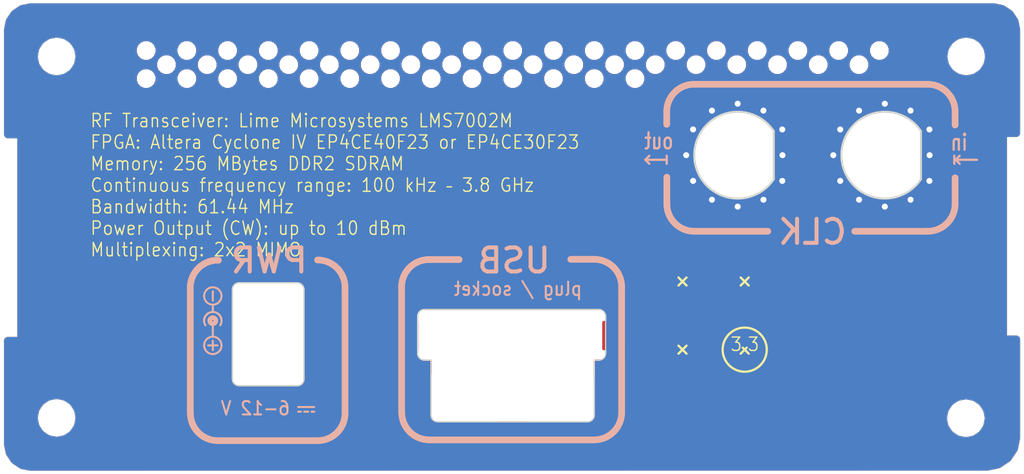
<source format=kicad_pcb>
(kicad_pcb (version 20160815) (host pcbnew "(2016-10-28 revision 192d4b8)-makepkg")

  (general
    (links 28)
    (no_connects 0)
    (area 25.34 92.7 101.900001 128.200001)
    (thickness 1.6)
    (drawings 323)
    (tracks 0)
    (zones 0)
    (modules 58)
    (nets 2)
  )

  (page A4)
  (layers
    (0 F.Cu signal)
    (31 B.Cu signal)
    (32 B.Adhes user)
    (33 F.Adhes user)
    (34 B.Paste user)
    (35 F.Paste user)
    (36 B.SilkS user)
    (37 F.SilkS user)
    (38 B.Mask user)
    (39 F.Mask user)
    (40 Dwgs.User user)
    (41 Cmts.User user)
    (42 Eco1.User user)
    (43 Eco2.User user)
    (44 Edge.Cuts user)
    (45 Margin user)
    (46 B.CrtYd user)
    (47 F.CrtYd user)
    (48 B.Fab user)
    (49 F.Fab user)
  )

  (setup
    (last_trace_width 0.25)
    (trace_clearance 0.2)
    (zone_clearance 0)
    (zone_45_only yes)
    (trace_min 0.2)
    (segment_width 0.17)
    (edge_width 0.1)
    (via_size 0.8)
    (via_drill 0.4)
    (via_min_size 0.4)
    (via_min_drill 0.3)
    (uvia_size 0.3)
    (uvia_drill 0.1)
    (uvias_allowed no)
    (uvia_min_size 0.2)
    (uvia_min_drill 0.1)
    (pcb_text_width 0.3)
    (pcb_text_size 1.5 1.5)
    (mod_edge_width 0.15)
    (mod_text_size 1 1)
    (mod_text_width 0.15)
    (pad_size 3.3 3.3)
    (pad_drill 1)
    (pad_to_mask_clearance 0)
    (aux_axis_origin 24.95 92.3)
    (grid_origin 57.465373 112.124296)
    (visible_elements 7FFDFFFF)
    (pcbplotparams
      (layerselection 0x010f0_ffffffff)
      (usegerberextensions true)
      (excludeedgelayer true)
      (linewidth 0.150000)
      (plotframeref false)
      (viasonmask false)
      (mode 1)
      (useauxorigin true)
      (hpglpennumber 1)
      (hpglpenspeed 20)
      (hpglpendiameter 15)
      (psnegative false)
      (psa4output false)
      (plotreference false)
      (plotvalue false)
      (plotinvisibletext false)
      (padsonsilk false)
      (subtractmaskfromsilk true)
      (outputformat 1)
      (mirror false)
      (drillshape 0)
      (scaleselection 1)
      (outputdirectory ../_Gerber/20161104_rear_panel/))
  )

  (net 0 "")
  (net 1 GND)

  (net_class Default "This is the default net class."
    (clearance 0.2)
    (trace_width 0.25)
    (via_dia 0.8)
    (via_drill 0.4)
    (uvia_dia 0.3)
    (uvia_drill 0.1)
    (diff_pair_gap 0.25)
    (diff_pair_width 0.2)
    (add_net GND)
  )

  (module Ohisja:hole (layer F.Cu) (tedit 57E7AB14) (tstamp 581BB3EA)
    (at 72.8115 98.58)
    (descr "Mounting Hole 2.2mm, no annular, M2")
    (tags "mounting hole 2.2mm no annular m2")
    (fp_text reference REF** (at 0 -1.86) (layer F.SilkS) hide
      (effects (font (size 1 1) (thickness 0.15)))
    )
    (fp_text value Hole (at -0.02 1.59) (layer F.Fab) hide
      (effects (font (size 1 1) (thickness 0.15)))
    )
    (pad "" np_thru_hole circle (at 0 0) (size 1 1) (drill 1) (layers *.Cu *.Mask))
  )

  (module Ohisja:hole (layer F.Cu) (tedit 57E7AB14) (tstamp 581BB3E6)
    (at 69.766 98.58)
    (descr "Mounting Hole 2.2mm, no annular, M2")
    (tags "mounting hole 2.2mm no annular m2")
    (fp_text reference REF** (at 0 -1.86) (layer F.SilkS) hide
      (effects (font (size 1 1) (thickness 0.15)))
    )
    (fp_text value Hole (at -0.02 1.59) (layer F.Fab) hide
      (effects (font (size 1 1) (thickness 0.15)))
    )
    (pad "" np_thru_hole circle (at 0 0) (size 1 1) (drill 1) (layers *.Cu *.Mask))
  )

  (module Ohisja:hole (layer F.Cu) (tedit 57E7AB14) (tstamp 581BB3E2)
    (at 66.7205 98.58)
    (descr "Mounting Hole 2.2mm, no annular, M2")
    (tags "mounting hole 2.2mm no annular m2")
    (fp_text reference REF** (at 0 -1.86) (layer F.SilkS) hide
      (effects (font (size 1 1) (thickness 0.15)))
    )
    (fp_text value Hole (at -0.02 1.59) (layer F.Fab) hide
      (effects (font (size 1 1) (thickness 0.15)))
    )
    (pad "" np_thru_hole circle (at 0 0) (size 1 1) (drill 1) (layers *.Cu *.Mask))
  )

  (module Ohisja:hole (layer F.Cu) (tedit 57E7AB14) (tstamp 581BB3DE)
    (at 63.675 98.58)
    (descr "Mounting Hole 2.2mm, no annular, M2")
    (tags "mounting hole 2.2mm no annular m2")
    (fp_text reference REF** (at 0 -1.86) (layer F.SilkS) hide
      (effects (font (size 1 1) (thickness 0.15)))
    )
    (fp_text value Hole (at -0.02 1.59) (layer F.Fab) hide
      (effects (font (size 1 1) (thickness 0.15)))
    )
    (pad "" np_thru_hole circle (at 0 0) (size 1 1) (drill 1) (layers *.Cu *.Mask))
  )

  (module Ohisja:hole (layer F.Cu) (tedit 57E7AB14) (tstamp 581BB3DA)
    (at 60.6295 98.58)
    (descr "Mounting Hole 2.2mm, no annular, M2")
    (tags "mounting hole 2.2mm no annular m2")
    (fp_text reference REF** (at 0 -1.86) (layer F.SilkS) hide
      (effects (font (size 1 1) (thickness 0.15)))
    )
    (fp_text value Hole (at -0.02 1.59) (layer F.Fab) hide
      (effects (font (size 1 1) (thickness 0.15)))
    )
    (pad "" np_thru_hole circle (at 0 0) (size 1 1) (drill 1) (layers *.Cu *.Mask))
  )

  (module Ohisja:hole (layer F.Cu) (tedit 57E7AB14) (tstamp 581BB3D6)
    (at 57.584 98.58)
    (descr "Mounting Hole 2.2mm, no annular, M2")
    (tags "mounting hole 2.2mm no annular m2")
    (fp_text reference REF** (at 0 -1.86) (layer F.SilkS) hide
      (effects (font (size 1 1) (thickness 0.15)))
    )
    (fp_text value Hole (at -0.02 1.59) (layer F.Fab) hide
      (effects (font (size 1 1) (thickness 0.15)))
    )
    (pad "" np_thru_hole circle (at 0 0) (size 1 1) (drill 1) (layers *.Cu *.Mask))
  )

  (module Ohisja:hole (layer F.Cu) (tedit 57E7AB14) (tstamp 581BB3D2)
    (at 54.5385 98.58)
    (descr "Mounting Hole 2.2mm, no annular, M2")
    (tags "mounting hole 2.2mm no annular m2")
    (fp_text reference REF** (at 0 -1.86) (layer F.SilkS) hide
      (effects (font (size 1 1) (thickness 0.15)))
    )
    (fp_text value Hole (at -0.02 1.59) (layer F.Fab) hide
      (effects (font (size 1 1) (thickness 0.15)))
    )
    (pad "" np_thru_hole circle (at 0 0) (size 1 1) (drill 1) (layers *.Cu *.Mask))
  )

  (module Ohisja:hole (layer F.Cu) (tedit 57E7AB14) (tstamp 581BB3CE)
    (at 51.493 98.58)
    (descr "Mounting Hole 2.2mm, no annular, M2")
    (tags "mounting hole 2.2mm no annular m2")
    (fp_text reference REF** (at 0 -1.86) (layer F.SilkS) hide
      (effects (font (size 1 1) (thickness 0.15)))
    )
    (fp_text value Hole (at -0.02 1.59) (layer F.Fab) hide
      (effects (font (size 1 1) (thickness 0.15)))
    )
    (pad "" np_thru_hole circle (at 0 0) (size 1 1) (drill 1) (layers *.Cu *.Mask))
  )

  (module Ohisja:hole (layer F.Cu) (tedit 57E7AB14) (tstamp 581BB3CA)
    (at 48.4475 98.58)
    (descr "Mounting Hole 2.2mm, no annular, M2")
    (tags "mounting hole 2.2mm no annular m2")
    (fp_text reference REF** (at 0 -1.86) (layer F.SilkS) hide
      (effects (font (size 1 1) (thickness 0.15)))
    )
    (fp_text value Hole (at -0.02 1.59) (layer F.Fab) hide
      (effects (font (size 1 1) (thickness 0.15)))
    )
    (pad "" np_thru_hole circle (at 0 0) (size 1 1) (drill 1) (layers *.Cu *.Mask))
  )

  (module Ohisja:hole (layer F.Cu) (tedit 57E7AB14) (tstamp 581BB3C6)
    (at 45.402 98.58)
    (descr "Mounting Hole 2.2mm, no annular, M2")
    (tags "mounting hole 2.2mm no annular m2")
    (fp_text reference REF** (at 0 -1.86) (layer F.SilkS) hide
      (effects (font (size 1 1) (thickness 0.15)))
    )
    (fp_text value Hole (at -0.02 1.59) (layer F.Fab) hide
      (effects (font (size 1 1) (thickness 0.15)))
    )
    (pad "" np_thru_hole circle (at 0 0) (size 1 1) (drill 1) (layers *.Cu *.Mask))
  )

  (module Ohisja:hole (layer F.Cu) (tedit 57E7AB14) (tstamp 581BB3C2)
    (at 42.3565 98.58)
    (descr "Mounting Hole 2.2mm, no annular, M2")
    (tags "mounting hole 2.2mm no annular m2")
    (fp_text reference REF** (at 0 -1.86) (layer F.SilkS) hide
      (effects (font (size 1 1) (thickness 0.15)))
    )
    (fp_text value Hole (at -0.02 1.59) (layer F.Fab) hide
      (effects (font (size 1 1) (thickness 0.15)))
    )
    (pad "" np_thru_hole circle (at 0 0) (size 1 1) (drill 1) (layers *.Cu *.Mask))
  )

  (module Ohisja:hole (layer F.Cu) (tedit 57E7AB14) (tstamp 581BB3BE)
    (at 39.311 98.58)
    (descr "Mounting Hole 2.2mm, no annular, M2")
    (tags "mounting hole 2.2mm no annular m2")
    (fp_text reference REF** (at 0 -1.86) (layer F.SilkS) hide
      (effects (font (size 1 1) (thickness 0.15)))
    )
    (fp_text value Hole (at -0.02 1.59) (layer F.Fab) hide
      (effects (font (size 1 1) (thickness 0.15)))
    )
    (pad "" np_thru_hole circle (at 0 0) (size 1 1) (drill 1) (layers *.Cu *.Mask))
  )

  (module Ohisja:hole (layer F.Cu) (tedit 57E7AB14) (tstamp 581BB3BA)
    (at 36.2655 98.58)
    (descr "Mounting Hole 2.2mm, no annular, M2")
    (tags "mounting hole 2.2mm no annular m2")
    (fp_text reference REF1 (at 0 -1.86) (layer F.SilkS) hide
      (effects (font (size 1 1) (thickness 0.15)))
    )
    (fp_text value Hole (at -0.02 1.59) (layer F.Fab) hide
      (effects (font (size 1 1) (thickness 0.15)))
    )
    (pad "" np_thru_hole circle (at 0 0) (size 1 1) (drill 1) (layers *.Cu *.Mask))
  )

  (module Ohisja:SMA_test1 (layer B.Cu) (tedit 58160FF1) (tstamp 5815FDDB)
    (at 80.490227 104.313718 180)
    (fp_text reference REF** (at -0.10439 5.255802 180) (layer Dwgs.User)
      (effects (font (size 1 1) (thickness 0.15)))
    )
    (fp_text value 2 (at 0 -0.094198 180) (layer B.Fab)
      (effects (font (size 1 1) (thickness 0.15)) (justify mirror))
    )
    (fp_circle (center 0 0) (end 2.66 0) (layer B.Mask) (width 3))
    (fp_arc (start 0 0) (end -2.7 1.81) (angle -292.3265473) (layer Edge.Cuts) (width 0.15))
    (fp_circle (center 0 0) (end 6.25 0) (layer Dwgs.User) (width 0.15))
    (fp_line (start 0.2 -0.2) (end -0.2 0.2) (layer Dwgs.User) (width 0.15))
    (fp_line (start -0.2 -0.2) (end 0.2 0.2) (layer Dwgs.User) (width 0.15))
    (fp_line (start 4 -2.1) (end 4 2.1) (layer Dwgs.User) (width 0.15))
    (fp_line (start 0 -4.5) (end 4 -2.1) (layer Dwgs.User) (width 0.15))
    (fp_line (start -4 -2.1) (end 0 -4.5) (layer Dwgs.User) (width 0.15))
    (fp_line (start -4 2.1) (end -4 -2.1) (layer Dwgs.User) (width 0.15))
    (fp_line (start 0 4.5) (end -4 2.1) (layer Dwgs.User) (width 0.15))
    (fp_line (start 4 2.1) (end 0 4.5) (layer Dwgs.User) (width 0.15))
    (fp_line (start -2.7 1.81) (end -2.7 -1.81) (layer Edge.Cuts) (width 0.15))
    (fp_circle (center 0 0) (end 4.5 0) (layer Dwgs.User) (width 0.15))
    (fp_circle (center 0 0) (end 3.25 0) (layer Dwgs.User) (width 0.15))
    (fp_line (start -2.93 1.84) (end -2.93 -1.85) (layer B.Mask) (width 0.7))
    (fp_circle (center 0 0) (end 3.83 0) (layer B.Mask) (width 1.35))
    (fp_line (start -2.92 1.98) (end -2.92 -1.99) (layer F.Mask) (width 0.7))
    (fp_circle (center 0 0) (end 3.83 0) (layer F.Mask) (width 1.35))
    (fp_circle (center 0 0) (end 2.66 0) (layer F.Mask) (width 3))
    (pad 1 thru_hole circle (at 3.85 0 270) (size 0.8 0.8) (drill 0.45) (layers *.Cu)
      (net 1 GND))
    (pad 1 thru_hole circle (at 3.334198 1.925 240) (size 0.8 0.8) (drill 0.45) (layers *.Cu)
      (net 1 GND))
    (pad 1 thru_hole circle (at 1.925 3.334198 210) (size 0.8 0.8) (drill 0.45) (layers *.Cu)
      (net 1 GND))
    (pad 1 thru_hole circle (at 0 3.85 180) (size 0.8 0.8) (drill 0.45) (layers *.Cu)
      (net 1 GND))
    (pad 1 thru_hole circle (at -1.925 3.334198 150) (size 0.8 0.8) (drill 0.45) (layers *.Cu)
      (net 1 GND))
    (pad 1 thru_hole circle (at -3.334198 1.925 120) (size 0.8 0.8) (drill 0.45) (layers *.Cu)
      (net 1 GND))
    (pad 1 thru_hole circle (at -3.35 0 90) (size 0.8 0.8) (drill 0.45) (layers *.Cu)
      (net 1 GND))
    (pad 1 thru_hole circle (at -3.334198 -1.925 60) (size 0.8 0.8) (drill 0.45) (layers *.Cu)
      (net 1 GND))
    (pad 1 thru_hole circle (at -1.925 -3.334198 30) (size 0.8 0.8) (drill 0.45) (layers *.Cu)
      (net 1 GND))
    (pad 1 thru_hole circle (at 0 -3.85) (size 0.8 0.8) (drill 0.45) (layers *.Cu)
      (net 1 GND))
    (pad 1 thru_hole circle (at 1.925 -3.334198 330) (size 0.8 0.8) (drill 0.45) (layers *.Cu)
      (net 1 GND))
    (pad 1 thru_hole circle (at 3.334198 -1.925 300) (size 0.8 0.8) (drill 0.45) (layers *.Cu)
      (net 1 GND))
    (model D:/Dropbox/Projekti/Ohisja/sma.wrl
      (at (xyz 0 -0.02559055118110237 -0.1377952755905512))
      (scale (xyz 0.3937 0.3937 0.3937))
      (rotate (xyz 0 0 0))
    )
  )

  (module SMA_test1 (layer B.Cu) (tedit 58160FF1) (tstamp 57ABA22E)
    (at 91.490227 104.313718 180)
    (fp_text reference REF** (at -0.10439 5.255802 180) (layer Dwgs.User)
      (effects (font (size 1 1) (thickness 0.15)))
    )
    (fp_text value 2 (at 0 -0.094198 180) (layer B.Fab)
      (effects (font (size 1 1) (thickness 0.15)) (justify mirror))
    )
    (fp_circle (center 0 0) (end 2.66 0) (layer F.Mask) (width 3))
    (fp_circle (center 0 0) (end 3.83 0) (layer F.Mask) (width 1.35))
    (fp_line (start -2.92 1.98) (end -2.92 -1.99) (layer F.Mask) (width 0.7))
    (fp_circle (center 0 0) (end 3.83 0) (layer B.Mask) (width 1.35))
    (fp_line (start -2.93 1.84) (end -2.93 -1.85) (layer B.Mask) (width 0.7))
    (fp_circle (center 0 0) (end 3.25 0) (layer Dwgs.User) (width 0.15))
    (fp_circle (center 0 0) (end 4.5 0) (layer Dwgs.User) (width 0.15))
    (fp_line (start -2.7 1.81) (end -2.7 -1.81) (layer Edge.Cuts) (width 0.15))
    (fp_line (start 4 2.1) (end 0 4.5) (layer Dwgs.User) (width 0.15))
    (fp_line (start 0 4.5) (end -4 2.1) (layer Dwgs.User) (width 0.15))
    (fp_line (start -4 2.1) (end -4 -2.1) (layer Dwgs.User) (width 0.15))
    (fp_line (start -4 -2.1) (end 0 -4.5) (layer Dwgs.User) (width 0.15))
    (fp_line (start 0 -4.5) (end 4 -2.1) (layer Dwgs.User) (width 0.15))
    (fp_line (start 4 -2.1) (end 4 2.1) (layer Dwgs.User) (width 0.15))
    (fp_line (start -0.2 -0.2) (end 0.2 0.2) (layer Dwgs.User) (width 0.15))
    (fp_line (start 0.2 -0.2) (end -0.2 0.2) (layer Dwgs.User) (width 0.15))
    (fp_circle (center 0 0) (end 6.25 0) (layer Dwgs.User) (width 0.15))
    (fp_arc (start 0 0) (end -2.7 1.81) (angle -292.3265473) (layer Edge.Cuts) (width 0.15))
    (fp_circle (center 0 0) (end 2.66 0) (layer B.Mask) (width 3))
    (pad 1 thru_hole circle (at 3.334198 -1.925 300) (size 0.8 0.8) (drill 0.45) (layers *.Cu)
      (net 1 GND))
    (pad 1 thru_hole circle (at 1.925 -3.334198 330) (size 0.8 0.8) (drill 0.45) (layers *.Cu)
      (net 1 GND))
    (pad 1 thru_hole circle (at 0 -3.85) (size 0.8 0.8) (drill 0.45) (layers *.Cu)
      (net 1 GND))
    (pad 1 thru_hole circle (at -1.925 -3.334198 30) (size 0.8 0.8) (drill 0.45) (layers *.Cu)
      (net 1 GND))
    (pad 1 thru_hole circle (at -3.334198 -1.925 60) (size 0.8 0.8) (drill 0.45) (layers *.Cu)
      (net 1 GND))
    (pad 1 thru_hole circle (at -3.35 0 90) (size 0.8 0.8) (drill 0.45) (layers *.Cu)
      (net 1 GND))
    (pad 1 thru_hole circle (at -3.334198 1.925 120) (size 0.8 0.8) (drill 0.45) (layers *.Cu)
      (net 1 GND))
    (pad 1 thru_hole circle (at -1.925 3.334198 150) (size 0.8 0.8) (drill 0.45) (layers *.Cu)
      (net 1 GND))
    (pad 1 thru_hole circle (at 0 3.85 180) (size 0.8 0.8) (drill 0.45) (layers *.Cu)
      (net 1 GND))
    (pad 1 thru_hole circle (at 1.925 3.334198 210) (size 0.8 0.8) (drill 0.45) (layers *.Cu)
      (net 1 GND))
    (pad 1 thru_hole circle (at 3.334198 1.925 240) (size 0.8 0.8) (drill 0.45) (layers *.Cu)
      (net 1 GND))
    (pad 1 thru_hole circle (at 3.85 0 270) (size 0.8 0.8) (drill 0.45) (layers *.Cu)
      (net 1 GND))
    (model D:/Dropbox/Projekti/Ohisja/sma.wrl
      (at (xyz 0 -0.02559055118110237 -0.1377952755905512))
      (scale (xyz 0.3937 0.3937 0.3937))
      (rotate (xyz 0 0 0))
    )
  )

  (module w_logo:Logo_silk_polarity_center_5x1.4mm (layer B.Cu) (tedit 0) (tstamp 58160E21)
    (at 41.25 116.7 270)
    (descr "Polarity logo, positive center, 5x1.4mm")
    (fp_text reference G*** (at -0.9 -0.6 270) (layer B.SilkS) hide
      (effects (font (size 0.0889 0.0889) (thickness 0.01778)) (justify mirror))
    )
    (fp_text value LOGO (at 1 -0.6 270) (layer B.SilkS) hide
      (effects (font (size 0.0889 0.0889) (thickness 0.01778)) (justify mirror))
    )
    (fp_arc (start 0 0) (end -0.65 0) (angle -90) (layer B.SilkS) (width 0.15))
    (fp_arc (start 0 0) (end 0 -0.65) (angle -90) (layer B.SilkS) (width 0.15))
    (fp_line (start -0.65 0) (end -1.2 0) (layer B.SilkS) (width 0.15))
    (fp_circle (center -1.85 0) (end -1.2 0) (layer B.SilkS) (width 0.15))
    (fp_circle (center 1.85 0) (end 2.5 0) (layer B.SilkS) (width 0.15))
    (fp_line (start 1.2 0) (end 0.3 0) (layer B.SilkS) (width 0.15))
    (fp_circle (center 0 0) (end -0.1 0) (layer B.SilkS) (width 0.3))
    (fp_circle (center 0 0) (end -0.2 0) (layer B.SilkS) (width 0.3))
    (fp_arc (start 0 0) (end -0.55 0.35) (angle -90) (layer B.SilkS) (width 0.15))
    (fp_arc (start 0 0) (end 0.35 -0.55) (angle -90) (layer B.SilkS) (width 0.15))
    (fp_line (start -2.2 0) (end -1.5 0) (layer B.SilkS) (width 0.15))
    (fp_line (start 1.5 0) (end 2.2 0) (layer B.SilkS) (width 0.15))
    (fp_line (start 1.85 -0.35) (end 1.85 0.35) (layer B.SilkS) (width 0.15))
  )

  (module Ohisja:hole (layer F.Cu) (tedit 57E7AB14) (tstamp 57DD630C)
    (at 43.8765 97.54)
    (descr "Mounting Hole 2.2mm, no annular, M2")
    (tags "mounting hole 2.2mm no annular m2")
    (fp_text reference REF** (at 0 -1.86) (layer F.SilkS) hide
      (effects (font (size 1 1) (thickness 0.15)))
    )
    (fp_text value Hole (at -0.02 1.59) (layer F.Fab) hide
      (effects (font (size 1 1) (thickness 0.15)))
    )
    (pad "" np_thru_hole circle (at 0 0) (size 1 1) (drill 1) (layers *.Cu *.Mask))
  )

  (module Ohisja:hole (layer F.Cu) (tedit 57E7AB14) (tstamp 57DD6308)
    (at 46.922 97.54)
    (descr "Mounting Hole 2.2mm, no annular, M2")
    (tags "mounting hole 2.2mm no annular m2")
    (fp_text reference REF** (at 0 -1.86) (layer F.SilkS) hide
      (effects (font (size 1 1) (thickness 0.15)))
    )
    (fp_text value Hole (at -0.02 1.59) (layer F.Fab) hide
      (effects (font (size 1 1) (thickness 0.15)))
    )
    (pad "" np_thru_hole circle (at 0 0) (size 1 1) (drill 1) (layers *.Cu *.Mask))
  )

  (module Ohisja:hole (layer F.Cu) (tedit 57E7AB14) (tstamp 57DD6300)
    (at 37.7855 97.54)
    (descr "Mounting Hole 2.2mm, no annular, M2")
    (tags "mounting hole 2.2mm no annular m2")
    (fp_text reference REF** (at 0 -1.86) (layer F.SilkS) hide
      (effects (font (size 1 1) (thickness 0.15)))
    )
    (fp_text value Hole (at -0.02 1.59) (layer F.Fab) hide
      (effects (font (size 1 1) (thickness 0.15)))
    )
    (pad "" np_thru_hole circle (at 0 0) (size 1 1) (drill 1) (layers *.Cu *.Mask))
  )

  (module Ohisja:hole (layer F.Cu) (tedit 57E7AB14) (tstamp 57DD62FC)
    (at 53.013 97.54)
    (descr "Mounting Hole 2.2mm, no annular, M2")
    (tags "mounting hole 2.2mm no annular m2")
    (fp_text reference REF** (at 0 -1.86) (layer F.SilkS) hide
      (effects (font (size 1 1) (thickness 0.15)))
    )
    (fp_text value Hole (at -0.02 1.59) (layer F.Fab) hide
      (effects (font (size 1 1) (thickness 0.15)))
    )
    (pad "" np_thru_hole circle (at 0 0) (size 1 1) (drill 1) (layers *.Cu *.Mask))
  )

  (module Ohisja:hole (layer F.Cu) (tedit 57E7AB14) (tstamp 57DD62F8)
    (at 40.831 97.54)
    (descr "Mounting Hole 2.2mm, no annular, M2")
    (tags "mounting hole 2.2mm no annular m2")
    (fp_text reference REF** (at 0 -1.86) (layer F.SilkS) hide
      (effects (font (size 1 1) (thickness 0.15)))
    )
    (fp_text value Hole (at -0.02 1.59) (layer F.Fab) hide
      (effects (font (size 1 1) (thickness 0.15)))
    )
    (pad "" np_thru_hole circle (at 0 0) (size 1 1) (drill 1) (layers *.Cu *.Mask))
  )

  (module Ohisja:hole (layer F.Cu) (tedit 57E7AB14) (tstamp 57DD62F4)
    (at 49.9675 97.54)
    (descr "Mounting Hole 2.2mm, no annular, M2")
    (tags "mounting hole 2.2mm no annular m2")
    (fp_text reference REF** (at 0 -1.86) (layer F.SilkS) hide
      (effects (font (size 1 1) (thickness 0.15)))
    )
    (fp_text value Hole (at -0.02 1.59) (layer F.Fab) hide
      (effects (font (size 1 1) (thickness 0.15)))
    )
    (pad "" np_thru_hole circle (at 0 0) (size 1 1) (drill 1) (layers *.Cu *.Mask))
  )

  (module Ohisja:hole (layer F.Cu) (tedit 57E7AB14) (tstamp 57DD62F0)
    (at 74.3315 97.54)
    (descr "Mounting Hole 2.2mm, no annular, M2")
    (tags "mounting hole 2.2mm no annular m2")
    (fp_text reference REF** (at 0 -1.86) (layer F.SilkS) hide
      (effects (font (size 1 1) (thickness 0.15)))
    )
    (fp_text value Hole (at -0.02 1.59) (layer F.Fab) hide
      (effects (font (size 1 1) (thickness 0.15)))
    )
    (pad "" np_thru_hole circle (at 0 0) (size 1 1) (drill 1) (layers *.Cu *.Mask))
  )

  (module Ohisja:hole (layer F.Cu) (tedit 57E7AB14) (tstamp 57DD62EC)
    (at 59.104 97.54)
    (descr "Mounting Hole 2.2mm, no annular, M2")
    (tags "mounting hole 2.2mm no annular m2")
    (fp_text reference REF** (at 0 -1.86) (layer F.SilkS) hide
      (effects (font (size 1 1) (thickness 0.15)))
    )
    (fp_text value Hole (at -0.02 1.59) (layer F.Fab) hide
      (effects (font (size 1 1) (thickness 0.15)))
    )
    (pad "" np_thru_hole circle (at 0 0) (size 1 1) (drill 1) (layers *.Cu *.Mask))
  )

  (module Ohisja:hole (layer F.Cu) (tedit 57E7AB14) (tstamp 57DD62E8)
    (at 62.1495 97.54)
    (descr "Mounting Hole 2.2mm, no annular, M2")
    (tags "mounting hole 2.2mm no annular m2")
    (fp_text reference REF** (at 0 -1.86) (layer F.SilkS) hide
      (effects (font (size 1 1) (thickness 0.15)))
    )
    (fp_text value Hole (at -0.02 1.59) (layer F.Fab) hide
      (effects (font (size 1 1) (thickness 0.15)))
    )
    (pad "" np_thru_hole circle (at 0 0) (size 1 1) (drill 1) (layers *.Cu *.Mask))
  )

  (module Ohisja:hole (layer F.Cu) (tedit 57E7AB14) (tstamp 57DD62E4)
    (at 68.2405 97.54)
    (descr "Mounting Hole 2.2mm, no annular, M2")
    (tags "mounting hole 2.2mm no annular m2")
    (fp_text reference REF** (at 0 -1.86) (layer F.SilkS) hide
      (effects (font (size 1 1) (thickness 0.15)))
    )
    (fp_text value Hole (at -0.02 1.59) (layer F.Fab) hide
      (effects (font (size 1 1) (thickness 0.15)))
    )
    (pad "" np_thru_hole circle (at 0 0) (size 1 1) (drill 1) (layers *.Cu *.Mask))
  )

  (module Ohisja:hole (layer F.Cu) (tedit 57E7AB14) (tstamp 57DD62E0)
    (at 71.286 97.54)
    (descr "Mounting Hole 2.2mm, no annular, M2")
    (tags "mounting hole 2.2mm no annular m2")
    (fp_text reference REF** (at 0 -1.86) (layer F.SilkS) hide
      (effects (font (size 1 1) (thickness 0.15)))
    )
    (fp_text value Hole (at -0.02 1.59) (layer F.Fab) hide
      (effects (font (size 1 1) (thickness 0.15)))
    )
    (pad "" np_thru_hole circle (at 0 0) (size 1 1) (drill 1) (layers *.Cu *.Mask))
  )

  (module Ohisja:hole (layer F.Cu) (tedit 57E7AB14) (tstamp 57DD62DC)
    (at 65.195 97.54)
    (descr "Mounting Hole 2.2mm, no annular, M2")
    (tags "mounting hole 2.2mm no annular m2")
    (fp_text reference REF** (at 0 -1.86) (layer F.SilkS) hide
      (effects (font (size 1 1) (thickness 0.15)))
    )
    (fp_text value Hole (at -0.02 1.59) (layer F.Fab) hide
      (effects (font (size 1 1) (thickness 0.15)))
    )
    (pad "" np_thru_hole circle (at 0 0) (size 1 1) (drill 1) (layers *.Cu *.Mask))
  )

  (module Ohisja:hole (layer F.Cu) (tedit 57E7AB14) (tstamp 57DD62D8)
    (at 56.0585 97.54)
    (descr "Mounting Hole 2.2mm, no annular, M2")
    (tags "mounting hole 2.2mm no annular m2")
    (fp_text reference REF** (at 0 -1.86) (layer F.SilkS) hide
      (effects (font (size 1 1) (thickness 0.15)))
    )
    (fp_text value Hole (at -0.02 1.59) (layer F.Fab) hide
      (effects (font (size 1 1) (thickness 0.15)))
    )
    (pad "" np_thru_hole circle (at 0 0) (size 1 1) (drill 1) (layers *.Cu *.Mask))
  )

  (module Ohisja:hole (layer F.Cu) (tedit 57E7AB14) (tstamp 57DD62D4)
    (at 89.559 97.54)
    (descr "Mounting Hole 2.2mm, no annular, M2")
    (tags "mounting hole 2.2mm no annular m2")
    (fp_text reference REF** (at 0 -1.86) (layer F.SilkS) hide
      (effects (font (size 1 1) (thickness 0.15)))
    )
    (fp_text value Hole (at -0.02 1.59) (layer F.Fab) hide
      (effects (font (size 1 1) (thickness 0.15)))
    )
    (pad "" np_thru_hole circle (at 0 0) (size 1 1) (drill 1) (layers *.Cu *.Mask))
  )

  (module Ohisja:hole (layer F.Cu) (tedit 57E7AB14) (tstamp 57DD62D0)
    (at 80.4225 97.54)
    (descr "Mounting Hole 2.2mm, no annular, M2")
    (tags "mounting hole 2.2mm no annular m2")
    (fp_text reference REF** (at 0 -1.86) (layer F.SilkS) hide
      (effects (font (size 1 1) (thickness 0.15)))
    )
    (fp_text value Hole (at -0.02 1.59) (layer F.Fab) hide
      (effects (font (size 1 1) (thickness 0.15)))
    )
    (pad "" np_thru_hole circle (at 0 0) (size 1 1) (drill 1) (layers *.Cu *.Mask))
  )

  (module Ohisja:hole (layer F.Cu) (tedit 57E7AB14) (tstamp 57DD62CC)
    (at 83.468 97.54)
    (descr "Mounting Hole 2.2mm, no annular, M2")
    (tags "mounting hole 2.2mm no annular m2")
    (fp_text reference REF** (at 0 -1.86) (layer F.SilkS) hide
      (effects (font (size 1 1) (thickness 0.15)))
    )
    (fp_text value Hole (at -0.02 1.59) (layer F.Fab) hide
      (effects (font (size 1 1) (thickness 0.15)))
    )
    (pad "" np_thru_hole circle (at 0 0) (size 1 1) (drill 1) (layers *.Cu *.Mask))
  )

  (module Ohisja:hole (layer F.Cu) (tedit 57E7AB14) (tstamp 57DD62C8)
    (at 86.5135 97.54)
    (descr "Mounting Hole 2.2mm, no annular, M2")
    (tags "mounting hole 2.2mm no annular m2")
    (fp_text reference REF** (at 0 -1.86) (layer F.SilkS) hide
      (effects (font (size 1 1) (thickness 0.15)))
    )
    (fp_text value Hole (at -0.02 1.59) (layer F.Fab) hide
      (effects (font (size 1 1) (thickness 0.15)))
    )
    (pad "" np_thru_hole circle (at 0 0) (size 1 1) (drill 1) (layers *.Cu *.Mask))
  )

  (module Ohisja:hole (layer F.Cu) (tedit 57E7AB14) (tstamp 57DD62C4)
    (at 77.377 97.54)
    (descr "Mounting Hole 2.2mm, no annular, M2")
    (tags "mounting hole 2.2mm no annular m2")
    (fp_text reference REF** (at 0 -1.86) (layer F.SilkS) hide
      (effects (font (size 1 1) (thickness 0.15)))
    )
    (fp_text value Hole (at -0.02 1.59) (layer F.Fab) hide
      (effects (font (size 1 1) (thickness 0.15)))
    )
    (pad "" np_thru_hole circle (at 0 0) (size 1 1) (drill 1) (layers *.Cu *.Mask))
  )

  (module Ohisja:hole (layer F.Cu) (tedit 57E7AB14) (tstamp 57DD60BC)
    (at 91.0845 96.48)
    (descr "Mounting Hole 2.2mm, no annular, M2")
    (tags "mounting hole 2.2mm no annular m2")
    (fp_text reference REF** (at 0 -1.86) (layer F.SilkS) hide
      (effects (font (size 1 1) (thickness 0.15)))
    )
    (fp_text value Hole (at -0.02 1.59) (layer F.Fab) hide
      (effects (font (size 1 1) (thickness 0.15)))
    )
    (pad "" np_thru_hole circle (at 0 0) (size 1 1) (drill 1) (layers *.Cu *.Mask))
  )

  (module Ohisja:hole (layer F.Cu) (tedit 57E7AB14) (tstamp 57DD60B8)
    (at 88.039 96.48)
    (descr "Mounting Hole 2.2mm, no annular, M2")
    (tags "mounting hole 2.2mm no annular m2")
    (fp_text reference REF** (at 0 -1.86) (layer F.SilkS) hide
      (effects (font (size 1 1) (thickness 0.15)))
    )
    (fp_text value Hole (at -0.02 1.59) (layer F.Fab) hide
      (effects (font (size 1 1) (thickness 0.15)))
    )
    (pad "" np_thru_hole circle (at 0 0) (size 1 1) (drill 1) (layers *.Cu *.Mask))
  )

  (module Ohisja:hole (layer F.Cu) (tedit 57E7AB14) (tstamp 57DD60B4)
    (at 84.9935 96.48)
    (descr "Mounting Hole 2.2mm, no annular, M2")
    (tags "mounting hole 2.2mm no annular m2")
    (fp_text reference REF** (at 0 -1.86) (layer F.SilkS) hide
      (effects (font (size 1 1) (thickness 0.15)))
    )
    (fp_text value Hole (at -0.02 1.59) (layer F.Fab) hide
      (effects (font (size 1 1) (thickness 0.15)))
    )
    (pad "" np_thru_hole circle (at 0 0) (size 1 1) (drill 1) (layers *.Cu *.Mask))
  )

  (module Ohisja:hole (layer F.Cu) (tedit 57E7AB14) (tstamp 57DD60B0)
    (at 81.948 96.48)
    (descr "Mounting Hole 2.2mm, no annular, M2")
    (tags "mounting hole 2.2mm no annular m2")
    (fp_text reference REF** (at 0 -1.86) (layer F.SilkS) hide
      (effects (font (size 1 1) (thickness 0.15)))
    )
    (fp_text value Hole (at -0.02 1.59) (layer F.Fab) hide
      (effects (font (size 1 1) (thickness 0.15)))
    )
    (pad "" np_thru_hole circle (at 0 0) (size 1 1) (drill 1) (layers *.Cu *.Mask))
  )

  (module Ohisja:hole (layer F.Cu) (tedit 57E7AB14) (tstamp 57DD60AC)
    (at 78.9025 96.48)
    (descr "Mounting Hole 2.2mm, no annular, M2")
    (tags "mounting hole 2.2mm no annular m2")
    (fp_text reference REF** (at 0 -1.86) (layer F.SilkS) hide
      (effects (font (size 1 1) (thickness 0.15)))
    )
    (fp_text value Hole (at -0.02 1.59) (layer F.Fab) hide
      (effects (font (size 1 1) (thickness 0.15)))
    )
    (pad "" np_thru_hole circle (at 0 0) (size 1 1) (drill 1) (layers *.Cu *.Mask))
  )

  (module Ohisja:hole (layer F.Cu) (tedit 57E7AB14) (tstamp 57DD60A8)
    (at 75.857 96.48)
    (descr "Mounting Hole 2.2mm, no annular, M2")
    (tags "mounting hole 2.2mm no annular m2")
    (fp_text reference REF** (at 0 -1.86) (layer F.SilkS) hide
      (effects (font (size 1 1) (thickness 0.15)))
    )
    (fp_text value Hole (at -0.02 1.59) (layer F.Fab) hide
      (effects (font (size 1 1) (thickness 0.15)))
    )
    (pad "" np_thru_hole circle (at 0 0) (size 1 1) (drill 1) (layers *.Cu *.Mask))
  )

  (module Ohisja:hole (layer F.Cu) (tedit 57E7AB14) (tstamp 57DD60A4)
    (at 72.8115 96.48)
    (descr "Mounting Hole 2.2mm, no annular, M2")
    (tags "mounting hole 2.2mm no annular m2")
    (fp_text reference REF** (at 0 -1.86) (layer F.SilkS) hide
      (effects (font (size 1 1) (thickness 0.15)))
    )
    (fp_text value Hole (at -0.02 1.59) (layer F.Fab) hide
      (effects (font (size 1 1) (thickness 0.15)))
    )
    (pad "" np_thru_hole circle (at 0 0) (size 1 1) (drill 1) (layers *.Cu *.Mask))
  )

  (module Ohisja:hole (layer F.Cu) (tedit 57E7AB14) (tstamp 57DD60A0)
    (at 69.766 96.48)
    (descr "Mounting Hole 2.2mm, no annular, M2")
    (tags "mounting hole 2.2mm no annular m2")
    (fp_text reference REF** (at 0 -1.86) (layer F.SilkS) hide
      (effects (font (size 1 1) (thickness 0.15)))
    )
    (fp_text value Hole (at -0.02 1.59) (layer F.Fab) hide
      (effects (font (size 1 1) (thickness 0.15)))
    )
    (pad "" np_thru_hole circle (at 0 0) (size 1 1) (drill 1) (layers *.Cu *.Mask))
  )

  (module Ohisja:hole (layer F.Cu) (tedit 57E7AB14) (tstamp 57DD609C)
    (at 66.7205 96.48)
    (descr "Mounting Hole 2.2mm, no annular, M2")
    (tags "mounting hole 2.2mm no annular m2")
    (fp_text reference REF** (at 0 -1.86) (layer F.SilkS) hide
      (effects (font (size 1 1) (thickness 0.15)))
    )
    (fp_text value Hole (at -0.02 1.59) (layer F.Fab) hide
      (effects (font (size 1 1) (thickness 0.15)))
    )
    (pad "" np_thru_hole circle (at 0 0) (size 1 1) (drill 1) (layers *.Cu *.Mask))
  )

  (module Ohisja:hole (layer F.Cu) (tedit 57E7AB14) (tstamp 57DD6098)
    (at 63.675 96.48)
    (descr "Mounting Hole 2.2mm, no annular, M2")
    (tags "mounting hole 2.2mm no annular m2")
    (fp_text reference REF** (at 0 -1.86) (layer F.SilkS) hide
      (effects (font (size 1 1) (thickness 0.15)))
    )
    (fp_text value Hole (at -0.02 1.59) (layer F.Fab) hide
      (effects (font (size 1 1) (thickness 0.15)))
    )
    (pad "" np_thru_hole circle (at 0 0) (size 1 1) (drill 1) (layers *.Cu *.Mask))
  )

  (module Ohisja:hole (layer F.Cu) (tedit 57E7AB14) (tstamp 57DD6094)
    (at 60.6295 96.48)
    (descr "Mounting Hole 2.2mm, no annular, M2")
    (tags "mounting hole 2.2mm no annular m2")
    (fp_text reference REF** (at 0 -1.86) (layer F.SilkS) hide
      (effects (font (size 1 1) (thickness 0.15)))
    )
    (fp_text value Hole (at -0.02 1.59) (layer F.Fab) hide
      (effects (font (size 1 1) (thickness 0.15)))
    )
    (pad "" np_thru_hole circle (at 0 0) (size 1 1) (drill 1) (layers *.Cu *.Mask))
  )

  (module Ohisja:hole (layer F.Cu) (tedit 57E7AB14) (tstamp 57DD6090)
    (at 57.584 96.48)
    (descr "Mounting Hole 2.2mm, no annular, M2")
    (tags "mounting hole 2.2mm no annular m2")
    (fp_text reference REF** (at 0 -1.86) (layer F.SilkS) hide
      (effects (font (size 1 1) (thickness 0.15)))
    )
    (fp_text value Hole (at -0.02 1.59) (layer F.Fab) hide
      (effects (font (size 1 1) (thickness 0.15)))
    )
    (pad "" np_thru_hole circle (at 0 0) (size 1 1) (drill 1) (layers *.Cu *.Mask))
  )

  (module Ohisja:hole (layer F.Cu) (tedit 57E7AB14) (tstamp 57DD608C)
    (at 54.5385 96.48)
    (descr "Mounting Hole 2.2mm, no annular, M2")
    (tags "mounting hole 2.2mm no annular m2")
    (fp_text reference REF** (at 0 -1.86) (layer F.SilkS) hide
      (effects (font (size 1 1) (thickness 0.15)))
    )
    (fp_text value Hole (at -0.02 1.59) (layer F.Fab) hide
      (effects (font (size 1 1) (thickness 0.15)))
    )
    (pad "" np_thru_hole circle (at 0 0) (size 1 1) (drill 1) (layers *.Cu *.Mask))
  )

  (module Ohisja:hole (layer F.Cu) (tedit 57E7AB14) (tstamp 57DD6088)
    (at 51.493 96.48)
    (descr "Mounting Hole 2.2mm, no annular, M2")
    (tags "mounting hole 2.2mm no annular m2")
    (fp_text reference REF** (at 0 -1.86) (layer F.SilkS) hide
      (effects (font (size 1 1) (thickness 0.15)))
    )
    (fp_text value Hole (at -0.02 1.59) (layer F.Fab) hide
      (effects (font (size 1 1) (thickness 0.15)))
    )
    (pad "" np_thru_hole circle (at 0 0) (size 1 1) (drill 1) (layers *.Cu *.Mask))
  )

  (module Ohisja:hole (layer F.Cu) (tedit 57E7AB14) (tstamp 57DD6084)
    (at 48.4475 96.48)
    (descr "Mounting Hole 2.2mm, no annular, M2")
    (tags "mounting hole 2.2mm no annular m2")
    (fp_text reference REF** (at 0 -1.86) (layer F.SilkS) hide
      (effects (font (size 1 1) (thickness 0.15)))
    )
    (fp_text value Hole (at -0.02 1.59) (layer F.Fab) hide
      (effects (font (size 1 1) (thickness 0.15)))
    )
    (pad "" np_thru_hole circle (at 0 0) (size 1 1) (drill 1) (layers *.Cu *.Mask))
  )

  (module Ohisja:hole (layer F.Cu) (tedit 57E7AB14) (tstamp 57DD6080)
    (at 45.402 96.48)
    (descr "Mounting Hole 2.2mm, no annular, M2")
    (tags "mounting hole 2.2mm no annular m2")
    (fp_text reference REF** (at 0 -1.86) (layer F.SilkS) hide
      (effects (font (size 1 1) (thickness 0.15)))
    )
    (fp_text value Hole (at -0.02 1.59) (layer F.Fab) hide
      (effects (font (size 1 1) (thickness 0.15)))
    )
    (pad "" np_thru_hole circle (at 0 0) (size 1 1) (drill 1) (layers *.Cu *.Mask))
  )

  (module Ohisja:hole (layer F.Cu) (tedit 57E7AB14) (tstamp 57DD607C)
    (at 42.3565 96.48)
    (descr "Mounting Hole 2.2mm, no annular, M2")
    (tags "mounting hole 2.2mm no annular m2")
    (fp_text reference REF** (at 0 -1.86) (layer F.SilkS) hide
      (effects (font (size 1 1) (thickness 0.15)))
    )
    (fp_text value Hole (at -0.02 1.59) (layer F.Fab) hide
      (effects (font (size 1 1) (thickness 0.15)))
    )
    (pad "" np_thru_hole circle (at 0 0) (size 1 1) (drill 1) (layers *.Cu *.Mask))
  )

  (module Ohisja:hole (layer F.Cu) (tedit 57E7AB14) (tstamp 57DD6078)
    (at 39.311 96.48)
    (descr "Mounting Hole 2.2mm, no annular, M2")
    (tags "mounting hole 2.2mm no annular m2")
    (fp_text reference REF** (at 0 -1.86) (layer F.SilkS) hide
      (effects (font (size 1 1) (thickness 0.15)))
    )
    (fp_text value Hole (at -0.02 1.59) (layer F.Fab) hide
      (effects (font (size 1 1) (thickness 0.15)))
    )
    (pad "" np_thru_hole circle (at 0 0) (size 1 1) (drill 1) (layers *.Cu *.Mask))
  )

  (module Ohisja:hole (layer F.Cu) (tedit 57E7AB14) (tstamp 57DD6074)
    (at 36.2655 96.48)
    (descr "Mounting Hole 2.2mm, no annular, M2")
    (tags "mounting hole 2.2mm no annular m2")
    (fp_text reference REF1 (at 0 -1.86) (layer F.SilkS) hide
      (effects (font (size 1 1) (thickness 0.15)))
    )
    (fp_text value Hole (at -0.02 1.59) (layer F.Fab) hide
      (effects (font (size 1 1) (thickness 0.15)))
    )
    (pad "" np_thru_hole circle (at 0 0) (size 1 1) (drill 1) (layers *.Cu *.Mask))
  )

  (module Connect:1pin (layer F.Cu) (tedit 57E7AB14) (tstamp 57D42815)
    (at 57.015227 120.207916)
    (descr "module 1 pin (ou trou mecanique de percage)")
    (tags DEV)
    (fp_text reference REF** (at 0 -4.175) (layer F.SilkS) hide
      (effects (font (size 1 1) (thickness 0.15)))
    )
    (fp_text value 1pin (at 0 2.794) (layer F.Fab)
      (effects (font (size 1 1) (thickness 0.15)))
    )
    (pad 1 smd roundrect (at 0 0) (size 1.2 1.2) (layers F.Cu F.Mask)(roundrect_rratio 0.1)
      (net 1 GND) (zone_connect 1) (thermal_width 0.5) (thermal_gap 0.3))
  )

  (module Connect:1pin (layer F.Cu) (tedit 57E7AB14) (tstamp 57D427FA)
    (at 70.325227 120.197916)
    (descr "module 1 pin (ou trou mecanique de percage)")
    (tags DEV)
    (fp_text reference REF** (at 0 -4.175) (layer F.SilkS) hide
      (effects (font (size 1 1) (thickness 0.15)))
    )
    (fp_text value 1pin (at 0 2.794) (layer F.Fab)
      (effects (font (size 1 1) (thickness 0.15)))
    )
    (pad 1 smd roundrect (at 0 0) (size 1.2 1.2) (layers F.Cu F.Mask)(roundrect_rratio 0.1)
      (net 1 GND) (zone_connect 1) (thermal_width 0.5) (thermal_gap 0.3))
  )

  (module Connect:1pin (layer F.Cu) (tedit 57E7AB14) (tstamp 57D427F0)
    (at 63.695227 124.527916 270)
    (descr "module 1 pin (ou trou mecanique de percage)")
    (tags DEV)
    (fp_text reference REF** (at 0 -4.175 270) (layer F.SilkS) hide
      (effects (font (size 1 1) (thickness 0.15)))
    )
    (fp_text value 1pin (at 0 2.794 270) (layer F.Fab)
      (effects (font (size 1 1) (thickness 0.15)))
    )
    (pad 1 smd roundrect (at 0 0 270) (size 0.6 2.2) (layers F.Cu F.Mask)(roundrect_rratio 0.1)
      (net 1 GND) (zone_connect 1) (thermal_width 0.3) (thermal_gap 0.5))
  )

  (module Connect:1pin (layer F.Cu) (tedit 57E7AB14) (tstamp 57D427BC)
    (at 56.015227 117.82 180)
    (descr "module 1 pin (ou trou mecanique de percage)")
    (tags DEV)
    (fp_text reference REF** (at 0 -4.175 180) (layer F.SilkS) hide
      (effects (font (size 1 1) (thickness 0.15)))
    )
    (fp_text value 1pin (at 0 2.794 180) (layer F.Fab)
      (effects (font (size 1 1) (thickness 0.15)))
    )
    (pad 1 smd roundrect (at 0 0 180) (size 1.2 2.2) (layers F.Cu F.Mask)(roundrect_rratio 0.1)
      (net 1 GND) (zone_connect 1) (thermal_width 0.5) (thermal_gap 0.5))
  )

  (module Connect:1pin (layer F.Cu) (tedit 57E7AB14) (tstamp 57C9F2A1)
    (at 70.965227 117.815001 180)
    (descr "module 1 pin (ou trou mecanique de percage)")
    (tags DEV)
    (fp_text reference REF** (at 0 -4.175 180) (layer F.SilkS) hide
      (effects (font (size 1 1) (thickness 0.15)))
    )
    (fp_text value 1pin (at 0 2.794 180) (layer F.Fab)
      (effects (font (size 1 1) (thickness 0.15)))
    )
    (pad 1 smd roundrect (at 0 0 180) (size 1.2 2.2) (layers F.Cu F.Mask)(roundrect_rratio 0.1)
      (net 1 GND) (zone_connect 1) (thermal_width 0.5) (thermal_gap 0.5))
  )

  (gr_circle (center 81.014617 118.867916) (end 82.664617 118.867916) (layer F.SilkS) (width 0.17))
  (gr_text 3.3 (at 79.889617 118.467916) (layer F.SilkS) (tstamp 581BC0DE)
    (effects (font (size 1 0.9) (thickness 0.1)) (justify left))
  )
  (gr_line (start 80.864617 118.717916) (end 81.314617 119.167916) (layer F.SilkS) (width 0.17) (tstamp 581BBE80))
  (gr_line (start 81.164617 118.717916) (end 80.714617 119.167916) (layer F.SilkS) (width 0.17) (tstamp 581BBE7F))
  (gr_line (start 76.064617 118.567916) (end 76.664617 119.167916) (layer F.SilkS) (width 0.17) (tstamp 581BBE39))
  (gr_line (start 76.664617 118.567916) (end 76.064617 119.167916) (layer F.SilkS) (width 0.17) (tstamp 581BBE38))
  (gr_line (start 81.314617 113.467916) (end 80.714617 114.067916) (layer F.SilkS) (width 0.17) (tstamp 581BBDD8))
  (gr_line (start 80.714617 113.467916) (end 81.314617 114.067916) (layer F.SilkS) (width 0.17) (tstamp 581BBDD7))
  (gr_line (start 76.064617 113.467916) (end 76.664617 114.067916) (layer F.SilkS) (width 0.17))
  (gr_line (start 76.664617 113.467916) (end 76.064617 114.067916) (layer F.SilkS) (width 0.17))
  (gr_line (start 96.684617 104.357916) (end 96.684617 104.957916) (layer B.SilkS) (width 0.17) (tstamp 58162BA1))
  (gr_line (start 96.784617 104.657916) (end 97.084617 104.357916) (layer B.SilkS) (width 0.17) (tstamp 58162BA0))
  (gr_line (start 98.384617 104.657916) (end 96.784617 104.657916) (layer B.SilkS) (width 0.17) (tstamp 58162B9F))
  (gr_line (start 96.784617 104.657916) (end 97.084617 104.957916) (layer B.SilkS) (width 0.17) (tstamp 58162B9E))
  (gr_line (start 75.184617 104.357916) (end 75.184617 104.957916) (layer B.SilkS) (width 0.17))
  (gr_line (start 73.584617 104.657916) (end 73.884617 104.957916) (layer B.SilkS) (width 0.17))
  (gr_line (start 73.584617 104.657916) (end 73.884617 104.357916) (layer B.SilkS) (width 0.17))
  (gr_line (start 75.184617 104.657916) (end 73.584617 104.657916) (layer B.SilkS) (width 0.17))
  (gr_line (start 75.184617 101.057916) (end 75.184617 102.007306) (layer B.SilkS) (width 0.5) (tstamp 58162B12))
  (gr_line (start 96.745227 101.108526) (end 96.745227 102.057916) (layer B.SilkS) (width 0.5) (tstamp 581629C6))
  (gr_line (start 96.745227 106.008526) (end 96.745227 107.957916) (layer B.SilkS) (width 0.5) (tstamp 581629C5))
  (gr_line (start 48.633142 123.510448) (end 48.833141 123.510449) (layer B.SilkS) (width 0.15))
  (gr_line (start 48.083142 123.510449) (end 48.383142 123.510449) (layer B.SilkS) (width 0.15))
  (gr_line (start 47.633143 123.510448) (end 47.833142 123.510448) (layer B.SilkS) (width 0.15))
  (gr_line (start 47.633143 123.160448) (end 48.833142 123.160448) (layer B.SilkS) (width 0.15))
  (gr_text out (at 74.594617 103.257916) (layer B.SilkS) (tstamp 5816083F)
    (effects (font (size 1.2 0.9) (thickness 0.17)) (justify mirror))
  )
  (gr_line (start 75.194617 105.957916) (end 75.194617 107.957916) (layer B.SilkS) (width 0.5) (tstamp 5816082A))
  (gr_text in (at 97.044617 103.357916) (layer B.SilkS) (tstamp 58160728)
    (effects (font (size 1.2 0.9) (thickness 0.17)) (justify mirror))
  )
  (gr_arc (start 77.244617 107.957916) (end 75.194007 107.957916) (angle -90) (layer B.SilkS) (width 0.5) (tstamp 57ABA2A5))
  (gr_arc (start 94.694617 107.957916) (end 94.644617 110.007916) (angle -91.39718103) (layer B.SilkS) (width 0.5) (tstamp 57AB9C32))
  (gr_line (start 82.744617 110.007916) (end 77.294617 110.007916) (layer B.SilkS) (width 0.5) (tstamp 58160689))
  (gr_text CLK (at 86.085227 110.057916) (layer B.SilkS) (tstamp 58160382)
    (effects (font (size 1.8 1.8) (thickness 0.3)) (justify mirror))
  )
  (gr_line (start 94.644617 110.007916) (end 89.244617 110.007916) (layer B.SilkS) (width 0.5) (tstamp 5815FFDA))
  (gr_line (start 99.14 121.54) (end 28.26 121.54) (layer Dwgs.User) (width 0.02))
  (gr_line (start 99.141041 119.937925) (end 99.143865 121.902356) (layer Dwgs.User) (width 0.1))
  (gr_line (start 99.14 119.94) (end 99.14 121.54) (layer Dwgs.User) (width 0.1))
  (gr_text "RF Transceiver: Lime Microsystems LMS7002M\nFPGA: Altera Cyclone IV EP4CE40F23 or EP4CE30F23\nMemory: 256 MBytes DDR2 SDRAM\nContinuous frequency range: 100 kHz – 3.8 GHz\nBandwidth: 61.44 MHz\nPower Output (CW): up to 10 dBm\nMultiplexing: 2x2 MIMO" (at 32.034617 106.557916) (layer F.SilkS)
    (effects (font (size 1 0.9) (thickness 0.1)) (justify left))
  )
  (gr_text "plug / socket" (at 64.065227 114.317916) (layer B.SilkS) (tstamp 57B64499)
    (effects (font (size 1 0.9) (thickness 0.15)) (justify mirror))
  )
  (gr_text "6-12 V" (at 44.433143 123.260448) (layer B.SilkS) (tstamp 57B64349)
    (effects (font (size 1 0.9) (thickness 0.15)) (justify mirror))
  )
  (gr_line (start 59.665373 112.124296) (end 57.465373 112.124296) (layer B.SilkS) (width 0.5))
  (gr_line (start 69.764617 112.107306) (end 68.014617 112.107306) (layer B.SilkS) (width 0.5))
  (gr_arc (start 69.765227 123.567916) (end 69.715227 125.617916) (angle -91.39718103) (layer B.SilkS) (width 0.5) (tstamp 57B6427F))
  (gr_arc (start 57.425227 123.567306) (end 55.375227 123.517306) (angle -91.4) (layer B.SilkS) (width 0.5) (tstamp 57B6427E))
  (gr_line (start 57.415373 125.624296) (end 69.715373 125.624296) (layer B.SilkS) (width 0.5) (tstamp 57B6427D))
  (gr_line (start 55.365227 123.617916) (end 55.365227 114.217916) (layer B.SilkS) (width 0.5) (tstamp 57B6427C))
  (gr_arc (start 57.415373 114.174296) (end 57.465373 112.124296) (angle -92.61605329) (layer B.SilkS) (width 0.5) (tstamp 57B6427B))
  (gr_arc (start 69.764617 114.157916) (end 71.814617 114.207916) (angle -91.39718103) (layer B.SilkS) (width 0.5) (tstamp 57B6427A))
  (gr_line (start 71.815227 123.587916) (end 71.814617 114.207916) (layer B.SilkS) (width 0.5) (tstamp 57B64279))
  (gr_line (start 39.565227 123.617916) (end 39.565227 114.217916) (layer B.SilkS) (width 0.5))
  (gr_arc (start 41.615837 114.227916) (end 41.665837 112.177916) (angle -91.39718103) (layer B.SilkS) (width 0.5) (tstamp 57B641C9))
  (gr_arc (start 41.625227 123.627306) (end 39.575227 123.577306) (angle -91.4) (layer B.SilkS) (width 0.5) (tstamp 57B641C7))
  (gr_line (start 41.63 125.678) (end 49.045227 125.678) (layer B.SilkS) (width 0.5) (tstamp 57B641C6))
  (gr_arc (start 49.085227 123.627916) (end 49.035227 125.677916) (angle -91.39718103) (layer B.SilkS) (width 0.5) (tstamp 57B641C5))
  (gr_line (start 51.135227 123.587916) (end 51.134617 114.257916) (layer B.SilkS) (width 0.5) (tstamp 57B641C4))
  (gr_arc (start 49.084617 114.207916) (end 51.134617 114.257916) (angle -91.39718103) (layer B.SilkS) (width 0.5) (tstamp 57B641C3))
  (gr_text PWR (at 45.465227 112.2) (layer B.SilkS) (tstamp 57B64190)
    (effects (font (size 1.8 1.8) (thickness 0.3)) (justify mirror))
  )
  (gr_text USB (at 63.765227 112.2) (layer B.SilkS) (tstamp 57B64181)
    (effects (font (size 1.8 1.8) (thickness 0.3)) (justify mirror))
  )
  (gr_line (start 69.265227 124.267916) (end 58.065227 124.267916) (layer Edge.Cuts) (width 0.1) (tstamp 57B63D26))
  (gr_arc (start 69.265227 123.767916) (end 69.765227 123.767916) (angle 90) (layer Edge.Cuts) (width 0.1) (tstamp 57B63D18))
  (gr_line (start 69.765227 119.647916) (end 69.765227 123.767916) (layer Edge.Cuts) (width 0.1) (tstamp 57B63D0C))
  (gr_line (start 43.215227 121.567916) (end 47.565227 121.567916) (layer Edge.Cuts) (width 0.1) (tstamp 57B63C92))
  (gr_arc (start 47.565227 121.067916) (end 48.065227 121.067916) (angle 90) (layer Edge.Cuts) (width 0.1) (tstamp 57B63C91))
  (gr_line (start 48.065227 114.367916) (end 48.065227 121.067916) (layer Edge.Cuts) (width 0.1) (tstamp 57B63C90))
  (gr_arc (start 47.565227 114.367916) (end 47.565227 113.867916) (angle 90) (layer Edge.Cuts) (width 0.1) (tstamp 57B63C8F))
  (gr_line (start 47.565227 113.867916) (end 43.215227 113.867916) (layer Edge.Cuts) (width 0.1) (tstamp 57B63C8E))
  (gr_arc (start 43.215227 114.367916) (end 42.715227 114.367916) (angle 90) (layer Edge.Cuts) (width 0.1) (tstamp 57B63C8D))
  (gr_line (start 42.715227 114.367916) (end 42.715227 121.067916) (layer Edge.Cuts) (width 0.1) (tstamp 57B63C8C))
  (gr_arc (start 43.215227 121.067916) (end 43.215227 121.567916) (angle 90) (layer Edge.Cuts) (width 0.1) (tstamp 57B63C8B))
  (gr_arc (start 58.065227 123.767916) (end 58.065227 124.267916) (angle 90) (layer Edge.Cuts) (width 0.1) (tstamp 57B63C4B))
  (gr_line (start 57.565227 119.647916) (end 57.565227 123.767916) (layer Edge.Cuts) (width 0.1))
  (gr_line (start 69.765227 119.647916) (end 70.115227 119.647916) (layer Edge.Cuts) (width 0.1))
  (gr_line (start 57.565227 119.647916) (end 57.065227 119.647916) (layer Edge.Cuts) (width 0.1))
  (gr_arc (start 70.115227 119.147916) (end 70.615227 119.147916) (angle 90) (layer Edge.Cuts) (width 0.1) (tstamp 57B63BFF))
  (gr_line (start 70.615227 116.367916) (end 70.615227 119.147916) (layer Edge.Cuts) (width 0.1))
  (gr_arc (start 57.065227 119.147916) (end 57.065227 119.647916) (angle 90) (layer Edge.Cuts) (width 0.1) (tstamp 57B63BC7))
  (gr_line (start 56.565227 116.367916) (end 56.565227 119.147916) (layer Edge.Cuts) (width 0.1))
  (gr_arc (start 57.065227 116.367916) (end 56.565227 116.367916) (angle 90) (layer Edge.Cuts) (width 0.1) (tstamp 57B63B94))
  (gr_line (start 70.115227 115.867916) (end 57.065227 115.867916) (layer Edge.Cuts) (width 0.1))
  (gr_arc (start 70.115227 116.367916) (end 70.115227 115.867916) (angle 90) (layer Edge.Cuts) (width 0.1))
  (gr_line (start 37.384773 99.597916) (end 36.984773 99.997917) (layer Dwgs.User) (width 0.2) (tstamp 57ABA1D5))
  (gr_line (start 36.984773 99.597916) (end 37.384774 99.997915) (layer Dwgs.User) (width 0.2) (tstamp 57ABA1E4))
  (gr_line (start 36.984773 99.997917) (end 36.984773 99.597916) (layer Dwgs.User) (width 0.2) (tstamp 57ABA1E1))
  (gr_line (start 36.984773 99.597916) (end 37.384774 99.997915) (layer Dwgs.User) (width 0.2) (tstamp 57ABA1DB))
  (gr_line (start 37.384774 99.997915) (end 37.384773 99.597916) (layer Dwgs.User) (width 0.2) (tstamp 57ABA1D8))
  (gr_line (start 37.384773 99.597916) (end 36.984773 99.997917) (layer Dwgs.User) (width 0.2) (tstamp 57ABA1DE))
  (gr_line (start 25.624701 92.936629) (end 101.624705 92.93663) (layer Dwgs.User) (width 0.1))
  (gr_arc (start 77.235227 101.057916) (end 77.285227 99.007916) (angle -91.39718103) (layer B.SilkS) (width 0.5) (tstamp 57ABA2A7))
  (gr_line (start 36.984773 113.597916) (end 37.384774 113.997916) (layer Dwgs.User) (width 0.2) (tstamp 57ABA1E6))
  (gr_line (start 49.984774 113.747918) (end 50.384773 114.147916) (layer Dwgs.User) (width 0.2) (tstamp 57ABA1E5))
  (gr_line (start 36.984772 113.997915) (end 36.984773 113.597916) (layer Dwgs.User) (width 0.2) (tstamp 57ABA1E3))
  (gr_line (start 49.984773 114.147916) (end 49.984774 113.747918) (layer Dwgs.User) (width 0.2) (tstamp 57ABA1E2))
  (gr_line (start 37.384773 113.597916) (end 36.984772 113.997915) (layer Dwgs.User) (width 0.2) (tstamp 57ABA1E0))
  (gr_line (start 50.384773 113.747916) (end 49.984773 114.147916) (layer Dwgs.User) (width 0.2) (tstamp 57ABA1DF))
  (gr_line (start 36.984773 113.597916) (end 37.384774 113.997916) (layer Dwgs.User) (width 0.2) (tstamp 57ABA1DD))
  (gr_line (start 49.984774 113.747918) (end 50.384773 114.147916) (layer Dwgs.User) (width 0.2) (tstamp 57ABA1DC))
  (gr_line (start 37.384774 113.997916) (end 37.384773 113.597916) (layer Dwgs.User) (width 0.2) (tstamp 57ABA1DA))
  (gr_line (start 50.384773 114.147916) (end 50.384773 113.747916) (layer Dwgs.User) (width 0.2) (tstamp 57ABA1D9))
  (gr_line (start 37.384773 113.597916) (end 36.984772 113.997915) (layer Dwgs.User) (width 0.2) (tstamp 57ABA1D7))
  (gr_line (start 50.384773 113.747916) (end 49.984773 114.147916) (layer Dwgs.User) (width 0.2) (tstamp 57ABA1D6))
  (gr_line (start 50.384773 99.597916) (end 49.984772 99.997915) (layer Dwgs.User) (width 0.2) (tstamp 57ABA1AB))
  (gr_line (start 49.984773 99.597916) (end 50.384773 99.997916) (layer Dwgs.User) (width 0.2) (tstamp 57ABA1AA))
  (gr_line (start 49.984772 99.997915) (end 49.984773 99.597916) (layer Dwgs.User) (width 0.2) (tstamp 57ABA1A9))
  (gr_line (start 50.384773 99.597916) (end 49.984772 99.997915) (layer Dwgs.User) (width 0.2))
  (gr_line (start 50.384773 99.997916) (end 50.384773 99.597916) (layer Dwgs.User) (width 0.2))
  (gr_line (start 49.984773 99.597916) (end 50.384773 99.997916) (layer Dwgs.User) (width 0.2))
  (gr_line (start 94.695227 99.007916) (end 77.285227 99.007916) (layer B.SilkS) (width 0.5) (tstamp 57AB9C35))
  (gr_arc (start 94.695227 101.058526) (end 96.745227 101.108526) (angle -91.39718103) (layer B.SilkS) (width 0.5) (tstamp 57AB9C34))
  (gr_arc (start 27.63 125.94) (end 27.63 127.94) (angle 90) (layer Edge.Cuts) (width 0.02))
  (gr_circle (center 97.58 96.92) (end 95.78 96.92) (layer B.Mask) (width 0.8) (tstamp 57D411AC))
  (gr_circle (center 97.56 124) (end 95.76 124) (layer B.Mask) (width 0.8) (tstamp 57D411A4))
  (gr_circle (center 29.57 123.97) (end 27.77 123.97) (layer B.Mask) (width 0.8) (tstamp 57D4119D))
  (gr_arc (start 99.62 94.94) (end 99.62 92.94) (angle 90) (layer Edge.Cuts) (width 0.02))
  (gr_arc (start 27.63 94.94) (end 25.63 94.940001) (angle 90) (layer Edge.Cuts) (width 0.02))
  (gr_circle (center 29.575 96.925) (end 28.175 96.925) (layer Edge.Cuts) (width 0.02) (tstamp 57D40D24))
  (gr_circle (center 29.575 123.975) (end 28.175 123.975) (layer Edge.Cuts) (width 0.02) (tstamp 57D40D1C))
  (gr_circle (center 97.55 124) (end 98.95 124) (layer Edge.Cuts) (width 0.02) (tstamp 57D40D11))
  (gr_line (start 25.625224 92.937916) (end 101.625227 92.937916) (layer Dwgs.User) (width 0.1))
  (gr_line (start 97.49436 121.905489) (end 97.265168 122.009945) (layer Dwgs.User) (width 0.1))
  (gr_line (start 99.143865 121.902356) (end 97.49436 121.905489) (layer Dwgs.User) (width 0.1))
  (gr_line (start 96.644956 119.931688) (end 99.141041 119.937925) (layer Dwgs.User) (width 0.1))
  (gr_line (start 96.642134 100.944004) (end 96.644956 119.931688) (layer Dwgs.User) (width 0.1))
  (gr_line (start 101.624776 127.937916) (end 101.624776 92.937914) (layer Dwgs.User) (width 0.1))
  (gr_line (start 25.624774 127.937918) (end 101.624776 127.937916) (layer Dwgs.User) (width 0.1))
  (gr_line (start 25.624775 92.937915) (end 25.624774 127.937918) (layer Dwgs.User) (width 0.1))
  (gr_line (start 29.768527 124.964379) (end 29.434888 124.958142) (layer Dwgs.User) (width 0.1))
  (gr_line (start 30.354739 124.699336) (end 30.058514 124.905135) (layer Dwgs.User) (width 0.1))
  (gr_line (start 30.594835 124.443646) (end 30.488818 124.580848) (layer Dwgs.User) (width 0.1))
  (gr_line (start 31.421145 123.480142) (end 31.305773 123.523794) (layer Dwgs.User) (width 0.1))
  (gr_line (start 97.893536 124.962827) (end 97.547418 124.990879) (layer Dwgs.User) (width 0.1))
  (gr_line (start 98.574793 123.531599) (end 98.666796 123.908897) (layer Dwgs.User) (width 0.1))
  (gr_line (start 97.265168 122.009945) (end 97.215299 122.310847) (layer Dwgs.User) (width 0.1))
  (gr_line (start 30.669672 124.110008) (end 30.626018 124.259679) (layer Dwgs.User) (width 0.1))
  (gr_line (start 31.717085 125.903037) (end 31.717368 123.68906) (layer Dwgs.User) (width 0.1))
  (gr_line (start 97.285462 122.455841) (end 97.845164 122.990603) (layer Dwgs.User) (width 0.1))
  (gr_line (start 97.215299 122.310847) (end 97.285462 122.455841) (layer Dwgs.User) (width 0.1))
  (gr_line (start 29.37323 97.846229) (end 29.138411 97.761342) (layer Dwgs.User) (width 0.1))
  (gr_line (start 96.813104 124.48418) (end 96.629124 124.03205) (layer Dwgs.User) (width 0.1))
  (gr_line (start 31.305773 123.523794) (end 30.669672 124.110008) (layer Dwgs.User) (width 0.1))
  (gr_line (start 29.555131 97.912376) (end 29.37323 97.846229) (layer Dwgs.User) (width 0.1))
  (gr_line (start 30.190131 98.669744) (end 30.109653 98.510994) (layer Dwgs.User) (width 0.1))
  (gr_line (start 29.434888 124.958142) (end 29.113719 124.777292) (layer Dwgs.User) (width 0.1))
  (gr_line (start 30.132803 98.832906) (end 30.190131 98.669744) (layer Dwgs.User) (width 0.1))
  (gr_line (start 28.858032 123.424017) (end 29.1106 123.174564) (layer Dwgs.User) (width 0.1))
  (gr_line (start 96.02734 123.483256) (end 95.989919 123.448958) (layer Dwgs.User) (width 0.1))
  (gr_line (start 97.547418 124.990879) (end 97.173248 124.838091) (layer Dwgs.User) (width 0.1))
  (gr_line (start 98.489111 124.54032) (end 98.236549 124.786652) (layer Dwgs.User) (width 0.1))
  (gr_line (start 97.845164 122.990603) (end 98.12112 123.054525) (layer Dwgs.User) (width 0.1))
  (gr_line (start 28.265278 100.937393) (end 28.259776 98.957427) (layer Dwgs.User) (width 0.1))
  (gr_line (start 29.481658 123.006183) (end 30.127115 122.385672) (layer Dwgs.User) (width 0.1))
  (gr_line (start 30.177005 122.189232) (end 30.074107 121.977196) (layer Dwgs.User) (width 0.1))
  (gr_line (start 95.631639 125.89982) (end 31.717085 125.903037) (layer Dwgs.User) (width 0.1))
  (gr_line (start 29.865192 121.902362) (end 28.25311 121.896124) (layer Dwgs.User) (width 0.1))
  (gr_line (start 28.842438 124.484184) (end 28.692768 124.103769) (layer Dwgs.User) (width 0.1))
  (gr_line (start 31.717368 123.68906) (end 31.611352 123.548742) (layer Dwgs.User) (width 0.1))
  (gr_line (start 98.12112 123.054525) (end 98.40797 123.266559) (layer Dwgs.User) (width 0.1))
  (gr_line (start 30.058514 124.905135) (end 29.768527 124.964379) (layer Dwgs.User) (width 0.1))
  (gr_line (start 30.488818 124.580848) (end 30.354739 124.699336) (layer Dwgs.User) (width 0.1))
  (gr_line (start 28.742639 97.236586) (end 28.690826 97.091064) (layer Dwgs.User) (width 0.1))
  (gr_line (start 28.690826 97.091064) (end 28.693084 96.71734) (layer Dwgs.User) (width 0.1))
  (gr_line (start 29.98067 98.959684) (end 30.132803 98.832906) (layer Dwgs.User) (width 0.1))
  (gr_line (start 28.259776 98.957427) (end 29.98067 98.959684) (layer Dwgs.User) (width 0.1))
  (gr_line (start 30.626018 124.259679) (end 30.594835 124.443646) (layer Dwgs.User) (width 0.1))
  (gr_line (start 98.666796 123.908897) (end 98.654378 124.230066) (layer Dwgs.User) (width 0.1))
  (gr_line (start 95.989919 123.448958) (end 95.715514 123.609544) (layer Dwgs.User) (width 0.1))
  (gr_line (start 98.40797 123.266559) (end 98.574793 123.531599) (layer Dwgs.User) (width 0.1))
  (gr_line (start 30.074107 121.977196) (end 29.865192 121.902362) (layer Dwgs.User) (width 0.1))
  (gr_line (start 96.629124 124.03205) (end 96.02734 123.483256) (layer Dwgs.User) (width 0.1))
  (gr_line (start 28.693084 96.71734) (end 28.769151 96.555282) (layer Dwgs.User) (width 0.1))
  (gr_line (start 29.113719 124.777292) (end 28.842438 124.484184) (layer Dwgs.User) (width 0.1))
  (gr_line (start 95.715514 123.609544) (end 95.63446 123.745182) (layer Dwgs.User) (width 0.1))
  (gr_line (start 28.769151 96.555282) (end 28.96759 96.253217) (layer Dwgs.User) (width 0.1))
  (gr_line (start 28.938871 97.577237) (end 28.742639 97.236586) (layer Dwgs.User) (width 0.1))
  (gr_line (start 31.611352 123.548742) (end 31.421145 123.480142) (layer Dwgs.User) (width 0.1))
  (gr_line (start 29.138411 97.761342) (end 28.938871 97.577237) (layer Dwgs.User) (width 0.1))
  (gr_line (start 30.109653 98.510994) (end 29.555131 97.912376) (layer Dwgs.User) (width 0.1))
  (gr_line (start 30.714878 100.950631) (end 28.265278 100.937393) (layer Dwgs.User) (width 0.1))
  (gr_line (start 28.25311 121.896124) (end 28.255367 119.938884) (layer Dwgs.User) (width 0.1))
  (gr_line (start 30.724812 119.93228) (end 30.714878 100.950631) (layer Dwgs.User) (width 0.1))
  (gr_line (start 28.255367 119.938884) (end 30.724812 119.93228) (layer Dwgs.User) (width 0.1))
  (gr_line (start 28.70524 123.754536) (end 28.858032 123.424017) (layer Dwgs.User) (width 0.1))
  (gr_line (start 30.127115 122.385672) (end 30.177005 122.189232) (layer Dwgs.User) (width 0.1))
  (gr_line (start 98.236549 124.786652) (end 97.893536 124.962827) (layer Dwgs.User) (width 0.1))
  (gr_line (start 29.1106 123.174564) (end 29.481658 123.006183) (layer Dwgs.User) (width 0.1))
  (gr_line (start 95.63446 123.745182) (end 95.631639 125.89982) (layer Dwgs.User) (width 0.1))
  (gr_line (start 28.692768 124.103769) (end 28.70524 123.754536) (layer Dwgs.User) (width 0.1))
  (gr_line (start 98.654378 124.230066) (end 98.489111 124.54032) (layer Dwgs.User) (width 0.1))
  (gr_line (start 97.173248 124.838091) (end 96.813104 124.48418) (layer Dwgs.User) (width 0.1))
  (gr_line (start 27.202178 93.019747) (end 27.583619 92.977853) (layer Dwgs.User) (width 0.1))
  (gr_line (start 25.745874 102.929494) (end 25.716109 102.847915) (layer Dwgs.User) (width 0.1))
  (gr_line (start 26.722218 102.963671) (end 25.80761 102.963671) (layer Dwgs.User) (width 0.1))
  (gr_line (start 101.178828 93.729934) (end 101.465709 94.210128) (layer Dwgs.User) (width 0.1))
  (gr_line (start 25.834062 94.353686) (end 26.055649 93.91051) (layer Dwgs.User) (width 0.1))
  (gr_line (start 25.716109 102.847915) (end 25.71941 94.807889) (layer Dwgs.User) (width 0.1))
  (gr_line (start 26.055649 93.91051) (end 26.392994 93.500406) (layer Dwgs.User) (width 0.1))
  (gr_line (start 101.465709 94.210128) (end 101.62474 94.668495) (layer Dwgs.User) (width 0.1))
  (gr_line (start 99.806861 92.977853) (end 100.305745 93.103188) (layer Dwgs.User) (width 0.1))
  (gr_line (start 26.745773 93.253463) (end 27.202178 93.019747) (layer Dwgs.User) (width 0.1))
  (gr_line (start 25.71941 94.807889) (end 25.834062 94.353686) (layer Dwgs.User) (width 0.1))
  (gr_line (start 100.776605 93.361995) (end 101.178828 93.729934) (layer Dwgs.User) (width 0.1))
  (gr_line (start 27.583619 92.977853) (end 99.806861 92.977853) (layer Dwgs.User) (width 0.1))
  (gr_line (start 26.392994 93.500406) (end 26.745773 93.253463) (layer Dwgs.User) (width 0.1))
  (gr_line (start 25.80761 102.963671) (end 25.745874 102.929494) (layer Dwgs.User) (width 0.1))
  (gr_line (start 26.722219 117.908027) (end 26.722218 102.963671) (layer Dwgs.User) (width 0.1))
  (gr_line (start 100.305745 93.103188) (end 100.776605 93.361995) (layer Dwgs.User) (width 0.1))
  (gr_line (start 101.62474 94.668495) (end 101.636139 102.950426) (layer Dwgs.User) (width 0.1))
  (gr_line (start 30.104196 96.043766) (end 30.36547 96.202515) (layer Dwgs.User) (width 0.1))
  (gr_line (start 29.518803 95.94233) (end 29.839611 95.934628) (layer Dwgs.User) (width 0.1))
  (gr_line (start 97.956076 97.886487) (end 97.765886 97.951969) (layer Dwgs.User) (width 0.1))
  (gr_line (start 98.548517 97.40941) (end 98.408222 97.624562) (layer Dwgs.User) (width 0.1))
  (gr_line (start 95.715655 97.30962) (end 95.873134 97.407838) (layer Dwgs.User) (width 0.1))
  (gr_line (start 98.663861 96.751483) (end 98.654548 97.128777) (layer Dwgs.User) (width 0.1))
  (gr_line (start 30.649897 96.72617) (end 30.713841 96.865077) (layer Dwgs.User) (width 0.1))
  (gr_line (start 98.392589 96.240107) (end 98.564096 96.483321) (layer Dwgs.User) (width 0.1))
  (gr_line (start 96.029034 97.417208) (end 96.71348 96.762401) (layer Dwgs.User) (width 0.1))
  (gr_line (start 31.686184 97.243211) (end 31.721461 97.091076) (layer Dwgs.User) (width 0.1))
  (gr_line (start 29.275166 96.012887) (end 29.518803 95.94233) (layer Dwgs.User) (width 0.1))
  (gr_line (start 97.198339 96.059258) (end 97.500795 95.947004) (layer Dwgs.User) (width 0.1))
  (gr_line (start 26.553955 127.543463) (end 26.073295 127.027524) (layer Dwgs.User) (width 0.1))
  (gr_line (start 97.500795 95.947004) (end 97.884335 95.940766) (layer Dwgs.User) (width 0.1))
  (gr_line (start 98.564096 96.483321) (end 98.663861 96.751483) (layer Dwgs.User) (width 0.1))
  (gr_line (start 96.778955 96.530096) (end 96.920828 96.293117) (layer Dwgs.User) (width 0.1))
  (gr_line (start 27.025795 127.799225) (end 26.553955 127.543463) (layer Dwgs.User) (width 0.1))
  (gr_line (start 101.642801 118.172801) (end 101.638286 126.030926) (layer Dwgs.User) (width 0.1))
  (gr_line (start 101.636139 102.950426) (end 100.62412 102.95703) (layer Dwgs.User) (width 0.1))
  (gr_line (start 98.196162 96.087316) (end 98.392589 96.240107) (layer Dwgs.User) (width 0.1))
  (gr_line (start 99.134749 98.971615) (end 99.147168 100.923574) (layer Dwgs.User) (width 0.1))
  (gr_line (start 29.839611 95.934628) (end 30.104196 96.043766) (layer Dwgs.User) (width 0.1))
  (gr_line (start 98.408222 97.624562) (end 98.236717 97.752405) (layer Dwgs.User) (width 0.1))
  (gr_line (start 98.654548 97.128777) (end 98.548517 97.40941) (layer Dwgs.User) (width 0.1))
  (gr_line (start 101.038562 127.349433) (end 100.628465 127.631657) (layer Dwgs.User) (width 0.1))
  (gr_line (start 97.248263 98.506998) (end 97.204603 98.703442) (layer Dwgs.User) (width 0.1))
  (gr_line (start 101.558868 117.968853) (end 101.636029 118.079096) (layer Dwgs.User) (width 0.1))
  (gr_line (start 28.96759 96.253217) (end 29.13626 96.107697) (layer Dwgs.User) (width 0.1))
  (gr_line (start 100.134578 127.865369) (end 27.568192 127.865371) (layer Dwgs.User) (width 0.1))
  (gr_line (start 101.636029 118.079096) (end 101.642801 118.172801) (layer Dwgs.User) (width 0.1))
  (gr_line (start 25.698469 118.135652) (end 25.780539 118.023398) (layer Dwgs.User) (width 0.1))
  (gr_line (start 97.432243 98.968482) (end 99.134749 98.971615) (layer Dwgs.User) (width 0.1))
  (gr_line (start 98.236717 97.752405) (end 97.956076 97.886487) (layer Dwgs.User) (width 0.1))
  (gr_line (start 97.765886 97.951969) (end 97.248263 98.506998) (layer Dwgs.User) (width 0.1))
  (gr_line (start 96.920828 96.293117) (end 97.198339 96.059258) (layer Dwgs.User) (width 0.1))
  (gr_line (start 30.713841 96.865077) (end 31.376399 97.428418) (layer Dwgs.User) (width 0.1))
  (gr_line (start 96.71348 96.762401) (end 96.778955 96.530096) (layer Dwgs.User) (width 0.1))
  (gr_line (start 101.56773 126.529226) (end 101.325219 126.974606) (layer Dwgs.User) (width 0.1))
  (gr_line (start 25.959832 117.908026) (end 26.722219 117.908027) (layer Dwgs.User) (width 0.1))
  (gr_line (start 100.628465 127.631657) (end 100.134578 127.865369) (layer Dwgs.User) (width 0.1))
  (gr_line (start 31.520818 97.397552) (end 31.686184 97.243211) (layer Dwgs.User) (width 0.1))
  (gr_line (start 25.780539 118.023398) (end 25.959832 117.908026) (layer Dwgs.User) (width 0.1))
  (gr_line (start 95.645524 97.226988) (end 95.715655 97.30962) (layer Dwgs.User) (width 0.1))
  (gr_line (start 25.698471 125.942732) (end 25.698469 118.135652) (layer Dwgs.User) (width 0.1))
  (gr_line (start 97.24516 98.859347) (end 97.432243 98.968482) (layer Dwgs.User) (width 0.1))
  (gr_line (start 30.536347 96.434028) (end 30.649897 96.72617) (layer Dwgs.User) (width 0.1))
  (gr_line (start 30.36547 96.202515) (end 30.536347 96.434028) (layer Dwgs.User) (width 0.1))
  (gr_line (start 95.873134 97.407838) (end 96.029034 97.417208) (layer Dwgs.User) (width 0.1))
  (gr_line (start 29.13626 96.107697) (end 29.275166 96.012887) (layer Dwgs.User) (width 0.1))
  (gr_line (start 25.79107 126.502768) (end 25.698471 125.942732) (layer Dwgs.User) (width 0.1))
  (gr_line (start 31.376399 97.428418) (end 31.520818 97.397552) (layer Dwgs.User) (width 0.1))
  (gr_line (start 31.719203 94.969999) (end 95.629999 94.970001) (layer Dwgs.User) (width 0.1))
  (gr_line (start 31.721461 97.091076) (end 31.719203 94.969999) (layer Dwgs.User) (width 0.1))
  (gr_line (start 26.073295 127.027524) (end 25.79107 126.502768) (layer Dwgs.User) (width 0.1))
  (gr_line (start 27.568192 127.865371) (end 27.025795 127.799225) (layer Dwgs.User) (width 0.1))
  (gr_line (start 101.325219 126.974606) (end 101.038562 127.349433) (layer Dwgs.User) (width 0.1))
  (gr_line (start 100.62412 102.95703) (end 100.630611 117.919215) (layer Dwgs.User) (width 0.1))
  (gr_line (start 97.204603 98.703442) (end 97.24516 98.859347) (layer Dwgs.User) (width 0.1))
  (gr_line (start 101.638286 126.030926) (end 101.56773 126.529226) (layer Dwgs.User) (width 0.1))
  (gr_line (start 101.4409 117.920344) (end 101.558868 117.968853) (layer Dwgs.User) (width 0.1))
  (gr_line (start 100.630611 117.919215) (end 101.4409 117.920344) (layer Dwgs.User) (width 0.1))
  (gr_line (start 99.147168 100.923574) (end 96.642134 100.944004) (layer Dwgs.User) (width 0.1))
  (gr_line (start 97.884335 95.940766) (end 98.196162 96.087316) (layer Dwgs.User) (width 0.1))
  (gr_line (start 95.629999 94.970001) (end 95.645524 97.226988) (layer Dwgs.User) (width 0.1))
  (gr_line (start 57.676004 124.14239) (end 69.662306 124.142389) (layer Dwgs.User) (width 0.1))
  (gr_line (start 47.921761 114.028303) (end 42.920257 114.028302) (layer Dwgs.User) (width 0.1))
  (gr_line (start 70.285453 121.479177) (end 70.285454 119.508512) (layer Dwgs.User) (width 0.1))
  (gr_line (start 56.864962 121.479177) (end 70.285453 121.479177) (layer Dwgs.User) (width 0.1))
  (gr_line (start 56.86496 119.508511) (end 56.864962 121.479177) (layer Dwgs.User) (width 0.1))
  (gr_line (start 70.285454 119.508512) (end 56.86496 119.508511) (layer Dwgs.User) (width 0.1))
  (gr_line (start 42.838817 121.467425) (end 47.840321 121.467425) (layer Dwgs.User) (width 0.1))
  (gr_line (start 42.838817 114.04624) (end 42.838817 121.467425) (layer Dwgs.User) (width 0.1))
  (gr_line (start 47.840321 114.046241) (end 42.838817 114.04624) (layer Dwgs.User) (width 0.1))
  (gr_line (start 57.676007 119.62353) (end 57.676004 124.14239) (layer Dwgs.User) (width 0.1))
  (gr_line (start 69.662305 119.62353) (end 57.676007 119.62353) (layer Dwgs.User) (width 0.1))
  (gr_line (start 69.662306 124.142389) (end 69.662305 119.62353) (layer Dwgs.User) (width 0.1))
  (gr_line (start 47.921763 121.449487) (end 47.921761 114.028303) (layer Dwgs.User) (width 0.1))
  (gr_line (start 47.840321 121.467425) (end 47.840321 114.046241) (layer Dwgs.User) (width 0.1))
  (gr_line (start 42.920258 121.449487) (end 47.921763 121.449487) (layer Dwgs.User) (width 0.1))
  (gr_line (start 42.920257 114.028302) (end 42.920258 121.449487) (layer Dwgs.User) (width 0.1))
  (gr_line (start 69.927076 119.422199) (end 57.427076 119.4222) (layer Dwgs.User) (width 0.1))
  (gr_line (start 56.557513 119.763642) (end 70.622092 119.763642) (layer Dwgs.User) (width 0.1))
  (gr_line (start 57.427078 124.422198) (end 69.927077 124.422198) (layer Dwgs.User) (width 0.1))
  (gr_line (start 69.927077 124.422198) (end 69.927076 119.422199) (layer Dwgs.User) (width 0.1))
  (gr_line (start 70.410182 116.053611) (end 56.765167 116.05361) (layer Dwgs.User) (width 0.1))
  (gr_line (start 48.046655 121.459948) (end 48.046656 113.795763) (layer Dwgs.User) (width 0.1))
  (gr_line (start 56.557514 115.70387) (end 56.557513 119.763642) (layer Dwgs.User) (width 0.1))
  (gr_line (start 48.046656 113.795763) (end 42.682337 113.795761) (layer Dwgs.User) (width 0.1))
  (gr_line (start 70.410182 119.496059) (end 70.410182 116.053611) (layer Dwgs.User) (width 0.1))
  (gr_line (start 56.765167 116.05361) (end 56.765167 119.496059) (layer Dwgs.User) (width 0.1))
  (gr_line (start 57.427076 119.4222) (end 57.427078 124.422198) (layer Dwgs.User) (width 0.1))
  (gr_line (start 42.682337 113.795761) (end 42.682337 121.459949) (layer Dwgs.User) (width 0.1))
  (gr_line (start 42.682337 121.459949) (end 48.046655 121.459948) (layer Dwgs.User) (width 0.1))
  (gr_line (start 70.622091 115.703868) (end 56.557514 115.70387) (layer Dwgs.User) (width 0.1))
  (gr_line (start 70.622092 119.763642) (end 70.622091 115.703868) (layer Dwgs.User) (width 0.1))
  (gr_line (start 56.765167 119.496059) (end 70.410182 119.496059) (layer Dwgs.User) (width 0.1))
  (gr_text luftek (at 95.7 118.3 90) (layer F.Mask)
    (effects (font (size 0.8 0.8) (thickness 0.1)))
  )
  (gr_arc (start 101.32 118.1) (end 101.32 117.8) (angle 90) (layer Edge.Cuts) (width 0.02) (tstamp 57C9A4C8))
  (gr_arc (start 101.32 102.66) (end 101.62 102.66) (angle 90) (layer Edge.Cuts) (width 0.02) (tstamp 57C9A4B3))
  (gr_arc (start 25.93 102.76) (end 25.93 103.06) (angle 90) (layer Edge.Cuts) (width 0.02) (tstamp 57C9A49B))
  (gr_arc (start 25.93 118.2) (end 25.63 118.2) (angle 90) (layer Edge.Cuts) (width 0.02))
  (gr_line (start 25.63 94.94) (end 25.63 102.76) (layer Edge.Cuts) (width 0.02) (tstamp 57C9A478))
  (gr_line (start 25.63 118.2) (end 25.63 125.94) (layer Edge.Cuts) (width 0.02) (tstamp 57C9A474))
  (gr_line (start 101.62 118.1) (end 101.62 125.44) (layer Edge.Cuts) (width 0.02))
  (gr_line (start 101.62 94.94) (end 101.62 102.66) (layer Edge.Cuts) (width 0.02))
  (gr_line (start 100.629999 102.96) (end 101.32 102.96) (layer Edge.Cuts) (width 0.02) (tstamp 57C9A466))
  (gr_line (start 100.63 117.8) (end 100.629999 102.96) (layer Edge.Cuts) (width 0.02) (tstamp 57C9A465))
  (gr_line (start 100.63 117.8) (end 101.32 117.8) (layer Edge.Cuts) (width 0.02) (tstamp 57C9A464))
  (gr_line (start 26.62 103.06) (end 26.62 117.9) (layer Edge.Cuts) (width 0.02))
  (gr_line (start 26.62 103.06) (end 25.93 103.06) (layer Edge.Cuts) (width 0.02) (tstamp 57C9A460))
  (gr_line (start 26.62 117.9) (end 25.93 117.9) (layer Edge.Cuts) (width 0.02))
  (gr_text 20161104 (at 95.66 116.33 90) (layer F.Mask) (tstamp 57B7285D)
    (effects (font (size 0.8 0.8) (thickness 0.15)) (justify left))
  )
  (gr_circle (center 29.58 96.93) (end 27.78 96.93) (layer B.Mask) (width 0.8) (tstamp 57B5ECC0))
  (gr_circle (center 97.575 96.925) (end 98.975 96.925) (layer Edge.Cuts) (width 0.02) (tstamp 57B5EBD5))
  (gr_arc (start 99.13 125.44) (end 99.13 127.93) (angle -90) (layer Edge.Cuts) (width 0.02) (tstamp 57AB9363))
  (gr_line (start 99.13 127.93) (end 27.63 127.94) (layer Edge.Cuts) (width 0.02))
  (gr_line (start 27.63 92.94) (end 99.62 92.94) (layer Edge.Cuts) (width 0.02))
  (gr_text "76x35x100 split shell" (at 88.24 125.01) (layer F.Mask)
    (effects (font (size 0.8 0.8) (thickness 0.1)))
  )

  (zone (net 0) (net_name "") (layer F.Mask) (tstamp 5766C47B) (hatch none 0.508)
    (connect_pads (clearance 0))
    (min_thickness 0.254)
    (fill yes (arc_segments 16) (thermal_gap 0.508) (thermal_bridge_width 0.508))
    (polygon
      (pts
        (xy 30.32 92.76) (xy 30.29 94.98) (xy 96.31 94.96) (xy 96.6 92.81)
      )
    )
    (filled_polygon
      (pts
        (xy 96.454735 92.93689) (xy 96.198976 94.833034) (xy 30.418728 94.852961) (xy 30.445294 92.887095)
      )
    )
  )
  (zone (net 0) (net_name "") (layer F.Mask) (tstamp 57AB93B7) (hatch none 0.508)
    (connect_pads (clearance 0))
    (min_thickness 0.254)
    (fill yes (arc_segments 16) (thermal_gap 0.508) (thermal_bridge_width 0.508))
    (polygon
      (pts
        (xy 31.42 125.9) (xy 31.43 128.07) (xy 95.88 128.09) (xy 95.87 125.88)
      )
    )
    (filled_polygon
      (pts
        (xy 95.752424 127.96296) (xy 31.556417 127.943039) (xy 31.547587 126.02696) (xy 95.743573 126.007039)
      )
    )
  )
  (zone (net 1) (net_name GND) (layer B.Cu) (tstamp 0) (hatch edge 0.508)
    (connect_pads yes (clearance 0))
    (min_thickness 0.254)
    (fill yes (arc_segments 16) (thermal_gap 0.508) (thermal_bridge_width 0.508))
    (polygon
      (pts
        (xy 25.4 92.7) (xy 101.9 92.7) (xy 101.9 128.2) (xy 25.4 128.1)
      )
    )
    (filled_polygon
      (pts
        (xy 100.331912 93.221292) (xy 100.935443 93.624557) (xy 101.338708 94.228088) (xy 101.483 94.953495) (xy 101.483 102.646505)
        (xy 101.468112 102.721352) (xy 101.433361 102.77336) (xy 101.381352 102.808112) (xy 101.306505 102.823) (xy 100.629999 102.823)
        (xy 100.577571 102.833429) (xy 100.533125 102.863126) (xy 100.503428 102.907572) (xy 100.492999 102.96) (xy 100.493 117.8)
        (xy 100.503429 117.852428) (xy 100.533126 117.896874) (xy 100.577572 117.926571) (xy 100.63 117.937) (xy 101.306505 117.937)
        (xy 101.381352 117.951888) (xy 101.433361 117.98664) (xy 101.468112 118.038648) (xy 101.483 118.113495) (xy 101.483 125.426505)
        (xy 101.301408 126.339429) (xy 100.791926 127.101923) (xy 100.029429 127.611408) (xy 99.116495 127.793002) (xy 27.643486 127.802998)
        (xy 26.918088 127.658708) (xy 26.314557 127.255443) (xy 25.911292 126.651912) (xy 25.767 125.926505) (xy 25.767 123.975)
        (xy 28.038 123.975) (xy 28.154997 124.563184) (xy 28.488177 125.061823) (xy 28.986816 125.395003) (xy 29.575 125.512)
        (xy 30.163184 125.395003) (xy 30.661823 125.061823) (xy 30.995003 124.563184) (xy 31.112 123.975) (xy 30.995003 123.386816)
        (xy 30.661823 122.888177) (xy 30.163184 122.554997) (xy 29.575 122.438) (xy 28.986816 122.554997) (xy 28.488177 122.888177)
        (xy 28.154997 123.386816) (xy 28.038 123.975) (xy 25.767 123.975) (xy 25.767 118.213495) (xy 25.781888 118.138648)
        (xy 25.81664 118.086639) (xy 25.868648 118.051888) (xy 25.943495 118.037) (xy 26.62 118.037) (xy 26.672428 118.026571)
        (xy 26.716874 117.996874) (xy 26.746571 117.952428) (xy 26.757 117.9) (xy 26.757 114.367916) (xy 42.538227 114.367916)
        (xy 42.538227 121.067916) (xy 42.541628 121.085014) (xy 42.541628 121.102447) (xy 42.579688 121.293789) (xy 42.579688 121.29379)
        (xy 42.606117 121.357595) (xy 42.714502 121.519804) (xy 42.763337 121.568639) (xy 42.925548 121.677026) (xy 42.925549 121.677027)
        (xy 42.962925 121.692508) (xy 42.989353 121.703455) (xy 42.989354 121.703455) (xy 43.180697 121.741515) (xy 43.198129 121.741515)
        (xy 43.215227 121.744916) (xy 47.565227 121.744916) (xy 47.582325 121.741515) (xy 47.599758 121.741515) (xy 47.7911 121.703455)
        (xy 47.791101 121.703455) (xy 47.854906 121.677026) (xy 48.017117 121.568639) (xy 48.065952 121.519804) (xy 48.174337 121.357595)
        (xy 48.174338 121.357594) (xy 48.200766 121.293789) (xy 48.238826 121.102446) (xy 48.238826 121.085014) (xy 48.242227 121.067916)
        (xy 48.242227 116.367916) (xy 56.388227 116.367916) (xy 56.388227 119.147916) (xy 56.391628 119.165014) (xy 56.391628 119.182447)
        (xy 56.429688 119.373789) (xy 56.429688 119.37379) (xy 56.456117 119.437595) (xy 56.564502 119.599804) (xy 56.613337 119.648639)
        (xy 56.775548 119.757026) (xy 56.775549 119.757027) (xy 56.812925 119.772508) (xy 56.839353 119.783455) (xy 56.839354 119.783455)
        (xy 57.030697 119.821515) (xy 57.048129 119.821515) (xy 57.065227 119.824916) (xy 57.388227 119.824916) (xy 57.388227 123.767916)
        (xy 57.391628 123.785014) (xy 57.391628 123.802447) (xy 57.429688 123.993789) (xy 57.429688 123.99379) (xy 57.456117 124.057595)
        (xy 57.564502 124.219804) (xy 57.613337 124.268639) (xy 57.775548 124.377026) (xy 57.775549 124.377027) (xy 57.812925 124.392508)
        (xy 57.839353 124.403455) (xy 57.839354 124.403455) (xy 58.030697 124.441515) (xy 58.048129 124.441515) (xy 58.065227 124.444916)
        (xy 69.265227 124.444916) (xy 69.282325 124.441515) (xy 69.299758 124.441515) (xy 69.4911 124.403455) (xy 69.491101 124.403455)
        (xy 69.554906 124.377026) (xy 69.717117 124.268639) (xy 69.765952 124.219804) (xy 69.874337 124.057595) (xy 69.874338 124.057594)
        (xy 69.889819 124.020218) (xy 69.898193 124) (xy 96.013 124) (xy 96.129997 124.588184) (xy 96.463177 125.086823)
        (xy 96.961816 125.420003) (xy 97.55 125.537) (xy 98.138184 125.420003) (xy 98.636823 125.086823) (xy 98.970003 124.588184)
        (xy 99.087 124) (xy 98.970003 123.411816) (xy 98.636823 122.913177) (xy 98.138184 122.579997) (xy 97.55 122.463)
        (xy 96.961816 122.579997) (xy 96.463177 122.913177) (xy 96.129997 123.411816) (xy 96.013 124) (xy 69.898193 124)
        (xy 69.900766 123.99379) (xy 69.900766 123.993789) (xy 69.938826 123.802446) (xy 69.938826 123.785014) (xy 69.942227 123.767916)
        (xy 69.942227 119.824916) (xy 70.115227 119.824916) (xy 70.132325 119.821515) (xy 70.149758 119.821515) (xy 70.3411 119.783455)
        (xy 70.341101 119.783455) (xy 70.404906 119.757026) (xy 70.567117 119.648639) (xy 70.615952 119.599804) (xy 70.724337 119.437595)
        (xy 70.724338 119.437594) (xy 70.750766 119.373789) (xy 70.788826 119.182446) (xy 70.788826 119.165014) (xy 70.792227 119.147916)
        (xy 70.792227 116.367916) (xy 70.788826 116.350818) (xy 70.788826 116.333386) (xy 70.750766 116.142043) (xy 70.724338 116.078238)
        (xy 70.724337 116.078237) (xy 70.61595 115.916026) (xy 70.567115 115.867191) (xy 70.404906 115.758806) (xy 70.341101 115.732377)
        (xy 70.3411 115.732377) (xy 70.149758 115.694317) (xy 70.132325 115.694317) (xy 70.115227 115.690916) (xy 57.065227 115.690916)
        (xy 57.048129 115.694317) (xy 57.030697 115.694317) (xy 56.839354 115.732377) (xy 56.839353 115.732377) (xy 56.814291 115.742758)
        (xy 56.775549 115.758805) (xy 56.775548 115.758806) (xy 56.613339 115.867191) (xy 56.564504 115.916026) (xy 56.456117 116.078237)
        (xy 56.456117 116.078238) (xy 56.429688 116.142043) (xy 56.391628 116.333385) (xy 56.391628 116.350818) (xy 56.388227 116.367916)
        (xy 48.242227 116.367916) (xy 48.242227 114.367916) (xy 48.238826 114.350818) (xy 48.238826 114.333386) (xy 48.200766 114.142043)
        (xy 48.174338 114.078238) (xy 48.174337 114.078237) (xy 48.06595 113.916026) (xy 48.017115 113.867191) (xy 47.854906 113.758806)
        (xy 47.791101 113.732377) (xy 47.7911 113.732377) (xy 47.599758 113.694317) (xy 47.582325 113.694317) (xy 47.565227 113.690916)
        (xy 43.215227 113.690916) (xy 43.198129 113.694317) (xy 43.180697 113.694317) (xy 42.989354 113.732377) (xy 42.989353 113.732377)
        (xy 42.964291 113.742758) (xy 42.925549 113.758805) (xy 42.925548 113.758806) (xy 42.763339 113.867191) (xy 42.714504 113.916026)
        (xy 42.606117 114.078237) (xy 42.606117 114.078238) (xy 42.579688 114.142043) (xy 42.541628 114.333385) (xy 42.541628 114.350818)
        (xy 42.538227 114.367916) (xy 26.757 114.367916) (xy 26.757 104.942737) (xy 77.099175 104.942737) (xy 77.114434 105.020062)
        (xy 77.114435 105.020063) (xy 77.598018 106.192551) (xy 77.598019 106.192556) (xy 77.603845 106.201303) (xy 77.641708 106.258156)
        (xy 77.641711 106.258158) (xy 78.537173 107.156334) (xy 78.537175 107.156337) (xy 78.563449 107.173951) (xy 78.602642 107.200225)
        (xy 78.602647 107.200226) (xy 79.773662 107.687354) (xy 79.773666 107.687357) (xy 79.850944 107.70285) (xy 81.119246 107.70477)
        (xy 81.196571 107.689511) (xy 81.196573 107.689509) (xy 82.36906 107.205927) (xy 82.369065 107.205926) (xy 82.408441 107.179702)
        (xy 82.434665 107.162237) (xy 82.434667 107.162234) (xy 83.332846 106.266769) (xy 83.332931 106.266642) (xy 83.333063 106.266554)
        (xy 83.354979 106.233755) (xy 83.376734 106.201303) (xy 83.376765 106.201149) (xy 83.376851 106.20102) (xy 83.384408 106.163028)
        (xy 83.392228 106.124024) (xy 83.392197 106.123868) (xy 83.392227 106.123718) (xy 83.392227 104.942737) (xy 88.099175 104.942737)
        (xy 88.114434 105.020062) (xy 88.114435 105.020063) (xy 88.598018 106.192551) (xy 88.598019 106.192556) (xy 88.603845 106.201303)
        (xy 88.641708 106.258156) (xy 88.641711 106.258158) (xy 89.537173 107.156334) (xy 89.537175 107.156337) (xy 89.563449 107.173951)
        (xy 89.602642 107.200225) (xy 89.602647 107.200226) (xy 90.773662 107.687354) (xy 90.773666 107.687357) (xy 90.850944 107.70285)
        (xy 92.119246 107.70477) (xy 92.196571 107.689511) (xy 92.196573 107.689509) (xy 93.36906 107.205927) (xy 93.369065 107.205926)
        (xy 93.408441 107.179702) (xy 93.434665 107.162237) (xy 93.434667 107.162234) (xy 94.332846 106.266769) (xy 94.332931 106.266642)
        (xy 94.333063 106.266554) (xy 94.354979 106.233755) (xy 94.376734 106.201303) (xy 94.376765 106.201149) (xy 94.376851 106.20102)
        (xy 94.384408 106.163028) (xy 94.392228 106.124024) (xy 94.392197 106.123868) (xy 94.392227 106.123718) (xy 94.392227 102.503723)
        (xy 94.392228 102.503718) (xy 94.376851 102.426416) (xy 94.333063 102.360882) (xy 93.443063 101.470882) (xy 93.410185 101.448914)
        (xy 93.377812 101.427212) (xy 93.37753 101.427095) (xy 93.377529 101.427094) (xy 93.377528 101.427094) (xy 92.206789 100.94008)
        (xy 92.20679 100.94008) (xy 92.206788 100.940079) (xy 92.145003 100.927692) (xy 92.12951 100.924586) (xy 92.129509 100.924586)
        (xy 90.861208 100.922666) (xy 90.783883 100.937925) (xy 89.611394 101.421509) (xy 89.611389 101.42151) (xy 89.54579 101.465199)
        (xy 88.647608 102.360666) (xy 88.60372 102.426133) (xy 88.603719 102.426138) (xy 88.11659 103.597155) (xy 88.116588 103.597157)
        (xy 88.101095 103.674436) (xy 88.099175 104.942737) (xy 83.392227 104.942737) (xy 83.392227 102.503723) (xy 83.392228 102.503718)
        (xy 83.376851 102.426416) (xy 83.333063 102.360882) (xy 82.443063 101.470882) (xy 82.410185 101.448914) (xy 82.377812 101.427212)
        (xy 82.37753 101.427095) (xy 82.377529 101.427094) (xy 82.377528 101.427094) (xy 81.206789 100.94008) (xy 81.20679 100.94008)
        (xy 81.206788 100.940079) (xy 81.145003 100.927692) (xy 81.12951 100.924586) (xy 81.129509 100.924586) (xy 79.861208 100.922666)
        (xy 79.783883 100.937925) (xy 78.611394 101.421509) (xy 78.611389 101.42151) (xy 78.54579 101.465199) (xy 77.647608 102.360666)
        (xy 77.60372 102.426133) (xy 77.603719 102.426138) (xy 77.11659 103.597155) (xy 77.116588 103.597157) (xy 77.101095 103.674436)
        (xy 77.099175 104.942737) (xy 26.757 104.942737) (xy 26.757 103.06) (xy 26.746571 103.007572) (xy 26.716874 102.963126)
        (xy 26.672428 102.933429) (xy 26.62 102.923) (xy 25.943495 102.923) (xy 25.868648 102.908112) (xy 25.81664 102.873361)
        (xy 25.781888 102.821352) (xy 25.767 102.746505) (xy 25.767 98.743779) (xy 35.438357 98.743779) (xy 35.563995 99.047846)
        (xy 35.79643 99.280688) (xy 36.100278 99.406856) (xy 36.429279 99.407143) (xy 36.733346 99.281505) (xy 36.966188 99.04907)
        (xy 37.092356 98.745222) (xy 37.092357 98.743779) (xy 38.483857 98.743779) (xy 38.609495 99.047846) (xy 38.84193 99.280688)
        (xy 39.145778 99.406856) (xy 39.474779 99.407143) (xy 39.778846 99.281505) (xy 40.011688 99.04907) (xy 40.137856 98.745222)
        (xy 40.137857 98.743779) (xy 41.529357 98.743779) (xy 41.654995 99.047846) (xy 41.88743 99.280688) (xy 42.191278 99.406856)
        (xy 42.520279 99.407143) (xy 42.824346 99.281505) (xy 43.057188 99.04907) (xy 43.183356 98.745222) (xy 43.183357 98.743779)
        (xy 44.574857 98.743779) (xy 44.700495 99.047846) (xy 44.93293 99.280688) (xy 45.236778 99.406856) (xy 45.565779 99.407143)
        (xy 45.869846 99.281505) (xy 46.102688 99.04907) (xy 46.228856 98.745222) (xy 46.228857 98.743779) (xy 47.620357 98.743779)
        (xy 47.745995 99.047846) (xy 47.97843 99.280688) (xy 48.282278 99.406856) (xy 48.611279 99.407143) (xy 48.915346 99.281505)
        (xy 49.148188 99.04907) (xy 49.274356 98.745222) (xy 49.274357 98.743779) (xy 50.665857 98.743779) (xy 50.791495 99.047846)
        (xy 51.02393 99.280688) (xy 51.327778 99.406856) (xy 51.656779 99.407143) (xy 51.960846 99.281505) (xy 52.193688 99.04907)
        (xy 52.319856 98.745222) (xy 52.319857 98.743779) (xy 53.711357 98.743779) (xy 53.836995 99.047846) (xy 54.06943 99.280688)
        (xy 54.373278 99.406856) (xy 54.702279 99.407143) (xy 55.006346 99.281505) (xy 55.239188 99.04907) (xy 55.365356 98.745222)
        (xy 55.365357 98.743779) (xy 56.756857 98.743779) (xy 56.882495 99.047846) (xy 57.11493 99.280688) (xy 57.418778 99.406856)
        (xy 57.747779 99.407143) (xy 58.051846 99.281505) (xy 58.284688 99.04907) (xy 58.410856 98.745222) (xy 58.410857 98.743779)
        (xy 59.802357 98.743779) (xy 59.927995 99.047846) (xy 60.16043 99.280688) (xy 60.464278 99.406856) (xy 60.793279 99.407143)
        (xy 61.097346 99.281505) (xy 61.330188 99.04907) (xy 61.456356 98.745222) (xy 61.456357 98.743779) (xy 62.847857 98.743779)
        (xy 62.973495 99.047846) (xy 63.20593 99.280688) (xy 63.509778 99.406856) (xy 63.838779 99.407143) (xy 64.142846 99.281505)
        (xy 64.375688 99.04907) (xy 64.501856 98.745222) (xy 64.501857 98.743779) (xy 65.893357 98.743779) (xy 66.018995 99.047846)
        (xy 66.25143 99.280688) (xy 66.555278 99.406856) (xy 66.884279 99.407143) (xy 67.188346 99.281505) (xy 67.421188 99.04907)
        (xy 67.547356 98.745222) (xy 67.547357 98.743779) (xy 68.938857 98.743779) (xy 69.064495 99.047846) (xy 69.29693 99.280688)
        (xy 69.600778 99.406856) (xy 69.929779 99.407143) (xy 70.233846 99.281505) (xy 70.466688 99.04907) (xy 70.592856 98.745222)
        (xy 70.592857 98.743779) (xy 71.984357 98.743779) (xy 72.109995 99.047846) (xy 72.34243 99.280688) (xy 72.646278 99.406856)
        (xy 72.975279 99.407143) (xy 73.279346 99.281505) (xy 73.512188 99.04907) (xy 73.638356 98.745222) (xy 73.638643 98.416221)
        (xy 73.513005 98.112154) (xy 73.28057 97.879312) (xy 72.976722 97.753144) (xy 72.647721 97.752857) (xy 72.343654 97.878495)
        (xy 72.110812 98.11093) (xy 71.984644 98.414778) (xy 71.984357 98.743779) (xy 70.592857 98.743779) (xy 70.593143 98.416221)
        (xy 70.467505 98.112154) (xy 70.23507 97.879312) (xy 69.931222 97.753144) (xy 69.602221 97.752857) (xy 69.298154 97.878495)
        (xy 69.065312 98.11093) (xy 68.939144 98.414778) (xy 68.938857 98.743779) (xy 67.547357 98.743779) (xy 67.547643 98.416221)
        (xy 67.422005 98.112154) (xy 67.18957 97.879312) (xy 66.885722 97.753144) (xy 66.556721 97.752857) (xy 66.252654 97.878495)
        (xy 66.019812 98.11093) (xy 65.893644 98.414778) (xy 65.893357 98.743779) (xy 64.501857 98.743779) (xy 64.502143 98.416221)
        (xy 64.376505 98.112154) (xy 64.14407 97.879312) (xy 63.840222 97.753144) (xy 63.511221 97.752857) (xy 63.207154 97.878495)
        (xy 62.974312 98.11093) (xy 62.848144 98.414778) (xy 62.847857 98.743779) (xy 61.456357 98.743779) (xy 61.456643 98.416221)
        (xy 61.331005 98.112154) (xy 61.09857 97.879312) (xy 60.794722 97.753144) (xy 60.465721 97.752857) (xy 60.161654 97.878495)
        (xy 59.928812 98.11093) (xy 59.802644 98.414778) (xy 59.802357 98.743779) (xy 58.410857 98.743779) (xy 58.411143 98.416221)
        (xy 58.285505 98.112154) (xy 58.05307 97.879312) (xy 57.749222 97.753144) (xy 57.420221 97.752857) (xy 57.116154 97.878495)
        (xy 56.883312 98.11093) (xy 56.757144 98.414778) (xy 56.756857 98.743779) (xy 55.365357 98.743779) (xy 55.365643 98.416221)
        (xy 55.240005 98.112154) (xy 55.00757 97.879312) (xy 54.703722 97.753144) (xy 54.374721 97.752857) (xy 54.070654 97.878495)
        (xy 53.837812 98.11093) (xy 53.711644 98.414778) (xy 53.711357 98.743779) (xy 52.319857 98.743779) (xy 52.320143 98.416221)
        (xy 52.194505 98.112154) (xy 51.96207 97.879312) (xy 51.658222 97.753144) (xy 51.329221 97.752857) (xy 51.025154 97.878495)
        (xy 50.792312 98.11093) (xy 50.666144 98.414778) (xy 50.665857 98.743779) (xy 49.274357 98.743779) (xy 49.274643 98.416221)
        (xy 49.149005 98.112154) (xy 48.91657 97.879312) (xy 48.612722 97.753144) (xy 48.283721 97.752857) (xy 47.979654 97.878495)
        (xy 47.746812 98.11093) (xy 47.620644 98.414778) (xy 47.620357 98.743779) (xy 46.228857 98.743779) (xy 46.229143 98.416221)
        (xy 46.103505 98.112154) (xy 45.87107 97.879312) (xy 45.567222 97.753144) (xy 45.238221 97.752857) (xy 44.934154 97.878495)
        (xy 44.701312 98.11093) (xy 44.575144 98.414778) (xy 44.574857 98.743779) (xy 43.183357 98.743779) (xy 43.183643 98.416221)
        (xy 43.058005 98.112154) (xy 42.82557 97.879312) (xy 42.521722 97.753144) (xy 42.192721 97.752857) (xy 41.888654 97.878495)
        (xy 41.655812 98.11093) (xy 41.529644 98.414778) (xy 41.529357 98.743779) (xy 40.137857 98.743779) (xy 40.138143 98.416221)
        (xy 40.012505 98.112154) (xy 39.78007 97.879312) (xy 39.476222 97.753144) (xy 39.147221 97.752857) (xy 38.843154 97.878495)
        (xy 38.610312 98.11093) (xy 38.484144 98.414778) (xy 38.483857 98.743779) (xy 37.092357 98.743779) (xy 37.092643 98.416221)
        (xy 36.967005 98.112154) (xy 36.73457 97.879312) (xy 36.430722 97.753144) (xy 36.101721 97.752857) (xy 35.797654 97.878495)
        (xy 35.564812 98.11093) (xy 35.438644 98.414778) (xy 35.438357 98.743779) (xy 25.767 98.743779) (xy 25.767 96.925)
        (xy 28.038 96.925) (xy 28.154997 97.513184) (xy 28.488177 98.011823) (xy 28.986816 98.345003) (xy 29.575 98.462)
        (xy 30.163184 98.345003) (xy 30.661823 98.011823) (xy 30.867651 97.703779) (xy 36.958357 97.703779) (xy 37.083995 98.007846)
        (xy 37.31643 98.240688) (xy 37.620278 98.366856) (xy 37.949279 98.367143) (xy 38.253346 98.241505) (xy 38.486188 98.00907)
        (xy 38.612356 97.705222) (xy 38.612357 97.703779) (xy 40.003857 97.703779) (xy 40.129495 98.007846) (xy 40.36193 98.240688)
        (xy 40.665778 98.366856) (xy 40.994779 98.367143) (xy 41.298846 98.241505) (xy 41.531688 98.00907) (xy 41.657856 97.705222)
        (xy 41.657857 97.703779) (xy 43.049357 97.703779) (xy 43.174995 98.007846) (xy 43.40743 98.240688) (xy 43.711278 98.366856)
        (xy 44.040279 98.367143) (xy 44.344346 98.241505) (xy 44.577188 98.00907) (xy 44.703356 97.705222) (xy 44.703357 97.703779)
        (xy 46.094857 97.703779) (xy 46.220495 98.007846) (xy 46.45293 98.240688) (xy 46.756778 98.366856) (xy 47.085779 98.367143)
        (xy 47.389846 98.241505) (xy 47.622688 98.00907) (xy 47.748856 97.705222) (xy 47.748857 97.703779) (xy 49.140357 97.703779)
        (xy 49.265995 98.007846) (xy 49.49843 98.240688) (xy 49.802278 98.366856) (xy 50.131279 98.367143) (xy 50.435346 98.241505)
        (xy 50.668188 98.00907) (xy 50.794356 97.705222) (xy 50.794357 97.703779) (xy 52.185857 97.703779) (xy 52.311495 98.007846)
        (xy 52.54393 98.240688) (xy 52.847778 98.366856) (xy 53.176779 98.367143) (xy 53.480846 98.241505) (xy 53.713688 98.00907)
        (xy 53.839856 97.705222) (xy 53.839857 97.703779) (xy 55.231357 97.703779) (xy 55.356995 98.007846) (xy 55.58943 98.240688)
        (xy 55.893278 98.366856) (xy 56.222279 98.367143) (xy 56.526346 98.241505) (xy 56.759188 98.00907) (xy 56.885356 97.705222)
        (xy 56.885357 97.703779) (xy 58.276857 97.703779) (xy 58.402495 98.007846) (xy 58.63493 98.240688) (xy 58.938778 98.366856)
        (xy 59.267779 98.367143) (xy 59.571846 98.241505) (xy 59.804688 98.00907) (xy 59.930856 97.705222) (xy 59.930857 97.703779)
        (xy 61.322357 97.703779) (xy 61.447995 98.007846) (xy 61.68043 98.240688) (xy 61.984278 98.366856) (xy 62.313279 98.367143)
        (xy 62.617346 98.241505) (xy 62.850188 98.00907) (xy 62.976356 97.705222) (xy 62.976357 97.703779) (xy 64.367857 97.703779)
        (xy 64.493495 98.007846) (xy 64.72593 98.240688) (xy 65.029778 98.366856) (xy 65.358779 98.367143) (xy 65.662846 98.241505)
        (xy 65.895688 98.00907) (xy 66.021856 97.705222) (xy 66.021857 97.703779) (xy 67.413357 97.703779) (xy 67.538995 98.007846)
        (xy 67.77143 98.240688) (xy 68.075278 98.366856) (xy 68.404279 98.367143) (xy 68.708346 98.241505) (xy 68.941188 98.00907)
        (xy 69.067356 97.705222) (xy 69.067357 97.703779) (xy 70.458857 97.703779) (xy 70.584495 98.007846) (xy 70.81693 98.240688)
        (xy 71.120778 98.366856) (xy 71.449779 98.367143) (xy 71.753846 98.241505) (xy 71.986688 98.00907) (xy 72.112856 97.705222)
        (xy 72.112857 97.703779) (xy 73.504357 97.703779) (xy 73.629995 98.007846) (xy 73.86243 98.240688) (xy 74.166278 98.366856)
        (xy 74.495279 98.367143) (xy 74.799346 98.241505) (xy 75.032188 98.00907) (xy 75.158356 97.705222) (xy 75.158357 97.703779)
        (xy 76.549857 97.703779) (xy 76.675495 98.007846) (xy 76.90793 98.240688) (xy 77.211778 98.366856) (xy 77.540779 98.367143)
        (xy 77.844846 98.241505) (xy 78.077688 98.00907) (xy 78.203856 97.705222) (xy 78.203857 97.703779) (xy 79.595357 97.703779)
        (xy 79.720995 98.007846) (xy 79.95343 98.240688) (xy 80.257278 98.366856) (xy 80.586279 98.367143) (xy 80.890346 98.241505)
        (xy 81.123188 98.00907) (xy 81.249356 97.705222) (xy 81.249357 97.703779) (xy 82.640857 97.703779) (xy 82.766495 98.007846)
        (xy 82.99893 98.240688) (xy 83.302778 98.366856) (xy 83.631779 98.367143) (xy 83.935846 98.241505) (xy 84.168688 98.00907)
        (xy 84.294856 97.705222) (xy 84.294857 97.703779) (xy 85.686357 97.703779) (xy 85.811995 98.007846) (xy 86.04443 98.240688)
        (xy 86.348278 98.366856) (xy 86.677279 98.367143) (xy 86.981346 98.241505) (xy 87.214188 98.00907) (xy 87.340356 97.705222)
        (xy 87.340357 97.703779) (xy 88.731857 97.703779) (xy 88.857495 98.007846) (xy 89.08993 98.240688) (xy 89.393778 98.366856)
        (xy 89.722779 98.367143) (xy 90.026846 98.241505) (xy 90.259688 98.00907) (xy 90.385856 97.705222) (xy 90.386143 97.376221)
        (xy 90.260505 97.072154) (xy 90.02807 96.839312) (xy 89.724222 96.713144) (xy 89.395221 96.712857) (xy 89.091154 96.838495)
        (xy 88.858312 97.07093) (xy 88.732144 97.374778) (xy 88.731857 97.703779) (xy 87.340357 97.703779) (xy 87.340643 97.376221)
        (xy 87.215005 97.072154) (xy 86.98257 96.839312) (xy 86.678722 96.713144) (xy 86.349721 96.712857) (xy 86.045654 96.838495)
        (xy 85.812812 97.07093) (xy 85.686644 97.374778) (xy 85.686357 97.703779) (xy 84.294857 97.703779) (xy 84.295143 97.376221)
        (xy 84.169505 97.072154) (xy 83.93707 96.839312) (xy 83.633222 96.713144) (xy 83.304221 96.712857) (xy 83.000154 96.838495)
        (xy 82.767312 97.07093) (xy 82.641144 97.374778) (xy 82.640857 97.703779) (xy 81.249357 97.703779) (xy 81.249643 97.376221)
        (xy 81.124005 97.072154) (xy 80.89157 96.839312) (xy 80.587722 96.713144) (xy 80.258721 96.712857) (xy 79.954654 96.838495)
        (xy 79.721812 97.07093) (xy 79.595644 97.374778) (xy 79.595357 97.703779) (xy 78.203857 97.703779) (xy 78.204143 97.376221)
        (xy 78.078505 97.072154) (xy 77.84607 96.839312) (xy 77.542222 96.713144) (xy 77.213221 96.712857) (xy 76.909154 96.838495)
        (xy 76.676312 97.07093) (xy 76.550144 97.374778) (xy 76.549857 97.703779) (xy 75.158357 97.703779) (xy 75.158643 97.376221)
        (xy 75.033005 97.072154) (xy 74.80057 96.839312) (xy 74.496722 96.713144) (xy 74.167721 96.712857) (xy 73.863654 96.838495)
        (xy 73.630812 97.07093) (xy 73.504644 97.374778) (xy 73.504357 97.703779) (xy 72.112857 97.703779) (xy 72.113143 97.376221)
        (xy 71.987505 97.072154) (xy 71.75507 96.839312) (xy 71.451222 96.713144) (xy 71.122221 96.712857) (xy 70.818154 96.838495)
        (xy 70.585312 97.07093) (xy 70.459144 97.374778) (xy 70.458857 97.703779) (xy 69.067357 97.703779) (xy 69.067643 97.376221)
        (xy 68.942005 97.072154) (xy 68.70957 96.839312) (xy 68.405722 96.713144) (xy 68.076721 96.712857) (xy 67.772654 96.838495)
        (xy 67.539812 97.07093) (xy 67.413644 97.374778) (xy 67.413357 97.703779) (xy 66.021857 97.703779) (xy 66.022143 97.376221)
        (xy 65.896505 97.072154) (xy 65.66407 96.839312) (xy 65.360222 96.713144) (xy 65.031221 96.712857) (xy 64.727154 96.838495)
        (xy 64.494312 97.07093) (xy 64.368144 97.374778) (xy 64.367857 97.703779) (xy 62.976357 97.703779) (xy 62.976643 97.376221)
        (xy 62.851005 97.072154) (xy 62.61857 96.839312) (xy 62.314722 96.713144) (xy 61.985721 96.712857) (xy 61.681654 96.838495)
        (xy 61.448812 97.07093) (xy 61.322644 97.374778) (xy 61.322357 97.703779) (xy 59.930857 97.703779) (xy 59.931143 97.376221)
        (xy 59.805505 97.072154) (xy 59.57307 96.839312) (xy 59.269222 96.713144) (xy 58.940221 96.712857) (xy 58.636154 96.838495)
        (xy 58.403312 97.07093) (xy 58.277144 97.374778) (xy 58.276857 97.703779) (xy 56.885357 97.703779) (xy 56.885643 97.376221)
        (xy 56.760005 97.072154) (xy 56.52757 96.839312) (xy 56.223722 96.713144) (xy 55.894721 96.712857) (xy 55.590654 96.838495)
        (xy 55.357812 97.07093) (xy 55.231644 97.374778) (xy 55.231357 97.703779) (xy 53.839857 97.703779) (xy 53.840143 97.376221)
        (xy 53.714505 97.072154) (xy 53.48207 96.839312) (xy 53.178222 96.713144) (xy 52.849221 96.712857) (xy 52.545154 96.838495)
        (xy 52.312312 97.07093) (xy 52.186144 97.374778) (xy 52.185857 97.703779) (xy 50.794357 97.703779) (xy 50.794643 97.376221)
        (xy 50.669005 97.072154) (xy 50.43657 96.839312) (xy 50.132722 96.713144) (xy 49.803721 96.712857) (xy 49.499654 96.838495)
        (xy 49.266812 97.07093) (xy 49.140644 97.374778) (xy 49.140357 97.703779) (xy 47.748857 97.703779) (xy 47.749143 97.376221)
        (xy 47.623505 97.072154) (xy 47.39107 96.839312) (xy 47.087222 96.713144) (xy 46.758221 96.712857) (xy 46.454154 96.838495)
        (xy 46.221312 97.07093) (xy 46.095144 97.374778) (xy 46.094857 97.703779) (xy 44.703357 97.703779) (xy 44.703643 97.376221)
        (xy 44.578005 97.072154) (xy 44.34557 96.839312) (xy 44.041722 96.713144) (xy 43.712721 96.712857) (xy 43.408654 96.838495)
        (xy 43.175812 97.07093) (xy 43.049644 97.374778) (xy 43.049357 97.703779) (xy 41.657857 97.703779) (xy 41.658143 97.376221)
        (xy 41.532505 97.072154) (xy 41.30007 96.839312) (xy 40.996222 96.713144) (xy 40.667221 96.712857) (xy 40.363154 96.838495)
        (xy 40.130312 97.07093) (xy 40.004144 97.374778) (xy 40.003857 97.703779) (xy 38.612357 97.703779) (xy 38.612643 97.376221)
        (xy 38.487005 97.072154) (xy 38.25457 96.839312) (xy 37.950722 96.713144) (xy 37.621721 96.712857) (xy 37.317654 96.838495)
        (xy 37.084812 97.07093) (xy 36.958644 97.374778) (xy 36.958357 97.703779) (xy 30.867651 97.703779) (xy 30.995003 97.513184)
        (xy 31.112 96.925) (xy 31.056062 96.643779) (xy 35.438357 96.643779) (xy 35.563995 96.947846) (xy 35.79643 97.180688)
        (xy 36.100278 97.306856) (xy 36.429279 97.307143) (xy 36.733346 97.181505) (xy 36.966188 96.94907) (xy 37.092356 96.645222)
        (xy 37.092357 96.643779) (xy 38.483857 96.643779) (xy 38.609495 96.947846) (xy 38.84193 97.180688) (xy 39.145778 97.306856)
        (xy 39.474779 97.307143) (xy 39.778846 97.181505) (xy 40.011688 96.94907) (xy 40.137856 96.645222) (xy 40.137857 96.643779)
        (xy 41.529357 96.643779) (xy 41.654995 96.947846) (xy 41.88743 97.180688) (xy 42.191278 97.306856) (xy 42.520279 97.307143)
        (xy 42.824346 97.181505) (xy 43.057188 96.94907) (xy 43.183356 96.645222) (xy 43.183357 96.643779) (xy 44.574857 96.643779)
        (xy 44.700495 96.947846) (xy 44.93293 97.180688) (xy 45.236778 97.306856) (xy 45.565779 97.307143) (xy 45.869846 97.181505)
        (xy 46.102688 96.94907) (xy 46.228856 96.645222) (xy 46.228857 96.643779) (xy 47.620357 96.643779) (xy 47.745995 96.947846)
        (xy 47.97843 97.180688) (xy 48.282278 97.306856) (xy 48.611279 97.307143) (xy 48.915346 97.181505) (xy 49.148188 96.94907)
        (xy 49.274356 96.645222) (xy 49.274357 96.643779) (xy 50.665857 96.643779) (xy 50.791495 96.947846) (xy 51.02393 97.180688)
        (xy 51.327778 97.306856) (xy 51.656779 97.307143) (xy 51.960846 97.181505) (xy 52.193688 96.94907) (xy 52.319856 96.645222)
        (xy 52.319857 96.643779) (xy 53.711357 96.643779) (xy 53.836995 96.947846) (xy 54.06943 97.180688) (xy 54.373278 97.306856)
        (xy 54.702279 97.307143) (xy 55.006346 97.181505) (xy 55.239188 96.94907) (xy 55.365356 96.645222) (xy 55.365357 96.643779)
        (xy 56.756857 96.643779) (xy 56.882495 96.947846) (xy 57.11493 97.180688) (xy 57.418778 97.306856) (xy 57.747779 97.307143)
        (xy 58.051846 97.181505) (xy 58.284688 96.94907) (xy 58.410856 96.645222) (xy 58.410857 96.643779) (xy 59.802357 96.643779)
        (xy 59.927995 96.947846) (xy 60.16043 97.180688) (xy 60.464278 97.306856) (xy 60.793279 97.307143) (xy 61.097346 97.181505)
        (xy 61.330188 96.94907) (xy 61.456356 96.645222) (xy 61.456357 96.643779) (xy 62.847857 96.643779) (xy 62.973495 96.947846)
        (xy 63.20593 97.180688) (xy 63.509778 97.306856) (xy 63.838779 97.307143) (xy 64.142846 97.181505) (xy 64.375688 96.94907)
        (xy 64.501856 96.645222) (xy 64.501857 96.643779) (xy 65.893357 96.643779) (xy 66.018995 96.947846) (xy 66.25143 97.180688)
        (xy 66.555278 97.306856) (xy 66.884279 97.307143) (xy 67.188346 97.181505) (xy 67.421188 96.94907) (xy 67.547356 96.645222)
        (xy 67.547357 96.643779) (xy 68.938857 96.643779) (xy 69.064495 96.947846) (xy 69.29693 97.180688) (xy 69.600778 97.306856)
        (xy 69.929779 97.307143) (xy 70.233846 97.181505) (xy 70.466688 96.94907) (xy 70.592856 96.645222) (xy 70.592857 96.643779)
        (xy 71.984357 96.643779) (xy 72.109995 96.947846) (xy 72.34243 97.180688) (xy 72.646278 97.306856) (xy 72.975279 97.307143)
        (xy 73.279346 97.181505) (xy 73.512188 96.94907) (xy 73.638356 96.645222) (xy 73.638357 96.643779) (xy 75.029857 96.643779)
        (xy 75.155495 96.947846) (xy 75.38793 97.180688) (xy 75.691778 97.306856) (xy 76.020779 97.307143) (xy 76.324846 97.181505)
        (xy 76.557688 96.94907) (xy 76.683856 96.645222) (xy 76.683857 96.643779) (xy 78.075357 96.643779) (xy 78.200995 96.947846)
        (xy 78.43343 97.180688) (xy 78.737278 97.306856) (xy 79.066279 97.307143) (xy 79.370346 97.181505) (xy 79.603188 96.94907)
        (xy 79.729356 96.645222) (xy 79.729357 96.643779) (xy 81.120857 96.643779) (xy 81.246495 96.947846) (xy 81.47893 97.180688)
        (xy 81.782778 97.306856) (xy 82.111779 97.307143) (xy 82.415846 97.181505) (xy 82.648688 96.94907) (xy 82.774856 96.645222)
        (xy 82.774857 96.643779) (xy 84.166357 96.643779) (xy 84.291995 96.947846) (xy 84.52443 97.180688) (xy 84.828278 97.306856)
        (xy 85.157279 97.307143) (xy 85.461346 97.181505) (xy 85.694188 96.94907) (xy 85.820356 96.645222) (xy 85.820357 96.643779)
        (xy 87.211857 96.643779) (xy 87.337495 96.947846) (xy 87.56993 97.180688) (xy 87.873778 97.306856) (xy 88.202779 97.307143)
        (xy 88.506846 97.181505) (xy 88.739688 96.94907) (xy 88.865856 96.645222) (xy 88.865857 96.643779) (xy 90.257357 96.643779)
        (xy 90.382995 96.947846) (xy 90.61543 97.180688) (xy 90.919278 97.306856) (xy 91.248279 97.307143) (xy 91.552346 97.181505)
        (xy 91.785188 96.94907) (xy 91.795182 96.925) (xy 96.038 96.925) (xy 96.154997 97.513184) (xy 96.488177 98.011823)
        (xy 96.986816 98.345003) (xy 97.575 98.462) (xy 98.163184 98.345003) (xy 98.661823 98.011823) (xy 98.995003 97.513184)
        (xy 99.112 96.925) (xy 98.995003 96.336816) (xy 98.661823 95.838177) (xy 98.163184 95.504997) (xy 97.575 95.388)
        (xy 96.986816 95.504997) (xy 96.488177 95.838177) (xy 96.154997 96.336816) (xy 96.038 96.925) (xy 91.795182 96.925)
        (xy 91.911356 96.645222) (xy 91.911643 96.316221) (xy 91.786005 96.012154) (xy 91.55357 95.779312) (xy 91.249722 95.653144)
        (xy 90.920721 95.652857) (xy 90.616654 95.778495) (xy 90.383812 96.01093) (xy 90.257644 96.314778) (xy 90.257357 96.643779)
        (xy 88.865857 96.643779) (xy 88.866143 96.316221) (xy 88.740505 96.012154) (xy 88.50807 95.779312) (xy 88.204222 95.653144)
        (xy 87.875221 95.652857) (xy 87.571154 95.778495) (xy 87.338312 96.01093) (xy 87.212144 96.314778) (xy 87.211857 96.643779)
        (xy 85.820357 96.643779) (xy 85.820643 96.316221) (xy 85.695005 96.012154) (xy 85.46257 95.779312) (xy 85.158722 95.653144)
        (xy 84.829721 95.652857) (xy 84.525654 95.778495) (xy 84.292812 96.01093) (xy 84.166644 96.314778) (xy 84.166357 96.643779)
        (xy 82.774857 96.643779) (xy 82.775143 96.316221) (xy 82.649505 96.012154) (xy 82.41707 95.779312) (xy 82.113222 95.653144)
        (xy 81.784221 95.652857) (xy 81.480154 95.778495) (xy 81.247312 96.01093) (xy 81.121144 96.314778) (xy 81.120857 96.643779)
        (xy 79.729357 96.643779) (xy 79.729643 96.316221) (xy 79.604005 96.012154) (xy 79.37157 95.779312) (xy 79.067722 95.653144)
        (xy 78.738721 95.652857) (xy 78.434654 95.778495) (xy 78.201812 96.01093) (xy 78.075644 96.314778) (xy 78.075357 96.643779)
        (xy 76.683857 96.643779) (xy 76.684143 96.316221) (xy 76.558505 96.012154) (xy 76.32607 95.779312) (xy 76.022222 95.653144)
        (xy 75.693221 95.652857) (xy 75.389154 95.778495) (xy 75.156312 96.01093) (xy 75.030144 96.314778) (xy 75.029857 96.643779)
        (xy 73.638357 96.643779) (xy 73.638643 96.316221) (xy 73.513005 96.012154) (xy 73.28057 95.779312) (xy 72.976722 95.653144)
        (xy 72.647721 95.652857) (xy 72.343654 95.778495) (xy 72.110812 96.01093) (xy 71.984644 96.314778) (xy 71.984357 96.643779)
        (xy 70.592857 96.643779) (xy 70.593143 96.316221) (xy 70.467505 96.012154) (xy 70.23507 95.779312) (xy 69.931222 95.653144)
        (xy 69.602221 95.652857) (xy 69.298154 95.778495) (xy 69.065312 96.01093) (xy 68.939144 96.314778) (xy 68.938857 96.643779)
        (xy 67.547357 96.643779) (xy 67.547643 96.316221) (xy 67.422005 96.012154) (xy 67.18957 95.779312) (xy 66.885722 95.653144)
        (xy 66.556721 95.652857) (xy 66.252654 95.778495) (xy 66.019812 96.01093) (xy 65.893644 96.314778) (xy 65.893357 96.643779)
        (xy 64.501857 96.643779) (xy 64.502143 96.316221) (xy 64.376505 96.012154) (xy 64.14407 95.779312) (xy 63.840222 95.653144)
        (xy 63.511221 95.652857) (xy 63.207154 95.778495) (xy 62.974312 96.01093) (xy 62.848144 96.314778) (xy 62.847857 96.643779)
        (xy 61.456357 96.643779) (xy 61.456643 96.316221) (xy 61.331005 96.012154) (xy 61.09857 95.779312) (xy 60.794722 95.653144)
        (xy 60.465721 95.652857) (xy 60.161654 95.778495) (xy 59.928812 96.01093) (xy 59.802644 96.314778) (xy 59.802357 96.643779)
        (xy 58.410857 96.643779) (xy 58.411143 96.316221) (xy 58.285505 96.012154) (xy 58.05307 95.779312) (xy 57.749222 95.653144)
        (xy 57.420221 95.652857) (xy 57.116154 95.778495) (xy 56.883312 96.01093) (xy 56.757144 96.314778) (xy 56.756857 96.643779)
        (xy 55.365357 96.643779) (xy 55.365643 96.316221) (xy 55.240005 96.012154) (xy 55.00757 95.779312) (xy 54.703722 95.653144)
        (xy 54.374721 95.652857) (xy 54.070654 95.778495) (xy 53.837812 96.01093) (xy 53.711644 96.314778) (xy 53.711357 96.643779)
        (xy 52.319857 96.643779) (xy 52.320143 96.316221) (xy 52.194505 96.012154) (xy 51.96207 95.779312) (xy 51.658222 95.653144)
        (xy 51.329221 95.652857) (xy 51.025154 95.778495) (xy 50.792312 96.01093) (xy 50.666144 96.314778) (xy 50.665857 96.643779)
        (xy 49.274357 96.643779) (xy 49.274643 96.316221) (xy 49.149005 96.012154) (xy 48.91657 95.779312) (xy 48.612722 95.653144)
        (xy 48.283721 95.652857) (xy 47.979654 95.778495) (xy 47.746812 96.01093) (xy 47.620644 96.314778) (xy 47.620357 96.643779)
        (xy 46.228857 96.643779) (xy 46.229143 96.316221) (xy 46.103505 96.012154) (xy 45.87107 95.779312) (xy 45.567222 95.653144)
        (xy 45.238221 95.652857) (xy 44.934154 95.778495) (xy 44.701312 96.01093) (xy 44.575144 96.314778) (xy 44.574857 96.643779)
        (xy 43.183357 96.643779) (xy 43.183643 96.316221) (xy 43.058005 96.012154) (xy 42.82557 95.779312) (xy 42.521722 95.653144)
        (xy 42.192721 95.652857) (xy 41.888654 95.778495) (xy 41.655812 96.01093) (xy 41.529644 96.314778) (xy 41.529357 96.643779)
        (xy 40.137857 96.643779) (xy 40.138143 96.316221) (xy 40.012505 96.012154) (xy 39.78007 95.779312) (xy 39.476222 95.653144)
        (xy 39.147221 95.652857) (xy 38.843154 95.778495) (xy 38.610312 96.01093) (xy 38.484144 96.314778) (xy 38.483857 96.643779)
        (xy 37.092357 96.643779) (xy 37.092643 96.316221) (xy 36.967005 96.012154) (xy 36.73457 95.779312) (xy 36.430722 95.653144)
        (xy 36.101721 95.652857) (xy 35.797654 95.778495) (xy 35.564812 96.01093) (xy 35.438644 96.314778) (xy 35.438357 96.643779)
        (xy 31.056062 96.643779) (xy 30.995003 96.336816) (xy 30.661823 95.838177) (xy 30.163184 95.504997) (xy 29.575 95.388)
        (xy 28.986816 95.504997) (xy 28.488177 95.838177) (xy 28.154997 96.336816) (xy 28.038 96.925) (xy 25.767 96.925)
        (xy 25.767 94.953496) (xy 25.911292 94.228089) (xy 26.314557 93.624558) (xy 26.918085 93.221293) (xy 27.643494 93.077)
        (xy 99.606505 93.077)
      )
    )
  )
  (zone (net 1) (net_name GND) (layer F.Cu) (tstamp 57ABA45E) (hatch edge 0.508)
    (connect_pads yes (clearance 0))
    (min_thickness 0.254)
    (fill yes (arc_segments 16) (thermal_gap 0.508) (thermal_bridge_width 0.508))
    (polygon
      (pts
        (xy 25.4 92.7) (xy 101.9 92.7) (xy 101.9 128.2) (xy 25.4 128.1)
      )
    )
    (filled_polygon
      (pts
        (xy 100.331912 93.221292) (xy 100.935443 93.624557) (xy 101.338708 94.228088) (xy 101.483 94.953495) (xy 101.483 102.646505)
        (xy 101.468112 102.721352) (xy 101.433361 102.77336) (xy 101.381352 102.808112) (xy 101.306505 102.823) (xy 100.629999 102.823)
        (xy 100.577571 102.833429) (xy 100.533125 102.863126) (xy 100.503428 102.907572) (xy 100.492999 102.96) (xy 100.493 117.8)
        (xy 100.503429 117.852428) (xy 100.533126 117.896874) (xy 100.577572 117.926571) (xy 100.63 117.937) (xy 101.306505 117.937)
        (xy 101.381352 117.951888) (xy 101.433361 117.98664) (xy 101.468112 118.038648) (xy 101.483 118.113495) (xy 101.483 125.426505)
        (xy 101.301408 126.339429) (xy 100.791926 127.101923) (xy 100.029429 127.611408) (xy 99.116495 127.793002) (xy 27.643486 127.802998)
        (xy 26.918088 127.658708) (xy 26.314557 127.255443) (xy 25.911292 126.651912) (xy 25.767 125.926505) (xy 25.767 123.975)
        (xy 28.038 123.975) (xy 28.154997 124.563184) (xy 28.488177 125.061823) (xy 28.986816 125.395003) (xy 29.575 125.512)
        (xy 30.163184 125.395003) (xy 30.661823 125.061823) (xy 30.898463 124.707666) (xy 61.968227 124.707666) (xy 61.968227 124.952634)
        (xy 62.063682 125.183083) (xy 62.24006 125.359461) (xy 62.470509 125.454916) (xy 63.515477 125.454916) (xy 63.672227 125.298166)
        (xy 63.672227 124.550916) (xy 63.718227 124.550916) (xy 63.718227 125.298166) (xy 63.874977 125.454916) (xy 64.919945 125.454916)
        (xy 65.150394 125.359461) (xy 65.326772 125.183083) (xy 65.422227 124.952634) (xy 65.422227 124.707666) (xy 65.265477 124.550916)
        (xy 63.718227 124.550916) (xy 63.672227 124.550916) (xy 62.124977 124.550916) (xy 61.968227 124.707666) (xy 30.898463 124.707666)
        (xy 30.995003 124.563184) (xy 31.112 123.975) (xy 30.995003 123.386816) (xy 30.661823 122.888177) (xy 30.163184 122.554997)
        (xy 29.575 122.438) (xy 28.986816 122.554997) (xy 28.488177 122.888177) (xy 28.154997 123.386816) (xy 28.038 123.975)
        (xy 25.767 123.975) (xy 25.767 118.213495) (xy 25.781888 118.138648) (xy 25.81664 118.086639) (xy 25.868648 118.051888)
        (xy 25.943495 118.037) (xy 26.62 118.037) (xy 26.672428 118.026571) (xy 26.716874 117.996874) (xy 26.746571 117.952428)
        (xy 26.757 117.9) (xy 26.757 114.367916) (xy 42.538227 114.367916) (xy 42.538227 121.067916) (xy 42.541628 121.085014)
        (xy 42.541628 121.102447) (xy 42.579688 121.293789) (xy 42.579688 121.29379) (xy 42.606117 121.357595) (xy 42.714502 121.519804)
        (xy 42.763337 121.568639) (xy 42.925548 121.677026) (xy 42.925549 121.677027) (xy 42.962925 121.692508) (xy 42.989353 121.703455)
        (xy 42.989354 121.703455) (xy 43.180697 121.741515) (xy 43.198129 121.741515) (xy 43.215227 121.744916) (xy 47.565227 121.744916)
        (xy 47.582325 121.741515) (xy 47.599758 121.741515) (xy 47.7911 121.703455) (xy 47.791101 121.703455) (xy 47.854906 121.677026)
        (xy 48.017117 121.568639) (xy 48.065952 121.519804) (xy 48.174337 121.357595) (xy 48.174338 121.357594) (xy 48.200766 121.293789)
        (xy 48.238826 121.102446) (xy 48.238826 121.085014) (xy 48.242227 121.067916) (xy 48.242227 120.437666) (xy 55.988227 120.437666)
        (xy 55.988227 120.892852) (xy 56.053234 121.049792) (xy 56.173351 121.169909) (xy 56.330292 121.234916) (xy 56.785477 121.234916)
        (xy 56.892227 121.128166) (xy 56.892227 120.330916) (xy 56.094977 120.330916) (xy 55.988227 120.437666) (xy 48.242227 120.437666)
        (xy 48.242227 118.09975) (xy 54.788227 118.09975) (xy 54.788227 119.044718) (xy 54.883682 119.275167) (xy 55.06006 119.451545)
        (xy 55.290509 119.547) (xy 55.735477 119.547) (xy 55.892225 119.390252) (xy 55.892225 119.547) (xy 55.988227 119.547)
        (xy 55.988227 119.978166) (xy 56.094977 120.084916) (xy 56.892227 120.084916) (xy 56.892227 120.064916) (xy 57.138227 120.064916)
        (xy 57.138227 120.084916) (xy 57.158227 120.084916) (xy 57.158227 120.330916) (xy 57.138227 120.330916) (xy 57.138227 121.128166)
        (xy 57.244977 121.234916) (xy 57.388227 121.234916) (xy 57.388227 123.767916) (xy 57.391628 123.785014) (xy 57.391628 123.802447)
        (xy 57.429688 123.993789) (xy 57.429688 123.99379) (xy 57.456117 124.057595) (xy 57.564502 124.219804) (xy 57.613337 124.268639)
        (xy 57.775548 124.377026) (xy 57.775549 124.377027) (xy 57.812925 124.392508) (xy 57.839353 124.403455) (xy 57.839354 124.403455)
        (xy 58.030697 124.441515) (xy 58.048129 124.441515) (xy 58.065227 124.444916) (xy 62.064977 124.444916) (xy 62.124977 124.504916)
        (xy 63.672227 124.504916) (xy 63.672227 124.484916) (xy 63.718227 124.484916) (xy 63.718227 124.504916) (xy 65.265477 124.504916)
        (xy 65.325477 124.444916) (xy 69.265227 124.444916) (xy 69.282325 124.441515) (xy 69.299758 124.441515) (xy 69.4911 124.403455)
        (xy 69.491101 124.403455) (xy 69.554906 124.377026) (xy 69.717117 124.268639) (xy 69.765952 124.219804) (xy 69.874337 124.057595)
        (xy 69.874338 124.057594) (xy 69.889819 124.020218) (xy 69.898193 124) (xy 96.013 124) (xy 96.129997 124.588184)
        (xy 96.463177 125.086823) (xy 96.961816 125.420003) (xy 97.55 125.537) (xy 98.138184 125.420003) (xy 98.636823 125.086823)
        (xy 98.970003 124.588184) (xy 99.087 124) (xy 98.970003 123.411816) (xy 98.636823 122.913177) (xy 98.138184 122.579997)
        (xy 97.55 122.463) (xy 96.961816 122.579997) (xy 96.463177 122.913177) (xy 96.129997 123.411816) (xy 96.013 124)
        (xy 69.898193 124) (xy 69.900766 123.99379) (xy 69.900766 123.993789) (xy 69.938826 123.802446) (xy 69.938826 123.785014)
        (xy 69.942227 123.767916) (xy 69.942227 121.224916) (xy 70.095477 121.224916) (xy 70.202227 121.118166) (xy 70.202227 120.320916)
        (xy 70.448227 120.320916) (xy 70.448227 121.118166) (xy 70.554977 121.224916) (xy 71.010162 121.224916) (xy 71.167103 121.159909)
        (xy 71.28722 121.039792) (xy 71.352227 120.882852) (xy 71.352227 120.427666) (xy 71.245477 120.320916) (xy 70.448227 120.320916)
        (xy 70.202227 120.320916) (xy 70.182227 120.320916) (xy 70.182227 120.074916) (xy 70.202227 120.074916) (xy 70.202227 120.054916)
        (xy 70.448227 120.054916) (xy 70.448227 120.074916) (xy 71.245477 120.074916) (xy 71.352227 119.968166) (xy 71.352227 119.542001)
        (xy 71.689945 119.542001) (xy 71.920394 119.446546) (xy 72.096772 119.270168) (xy 72.192227 119.039719) (xy 72.192227 118.467916)
        (xy 75.84863 118.467916) (xy 75.84863 119.267916) (xy 75.858297 119.316517) (xy 75.885827 119.357719) (xy 75.927029 119.385249)
        (xy 75.97563 119.394916) (xy 76.77563 119.394916) (xy 76.824231 119.385249) (xy 76.865433 119.357719) (xy 76.892963 119.316517)
        (xy 76.90263 119.267916) (xy 76.90263 118.467916) (xy 80.487617 118.467916) (xy 80.487617 119.267916) (xy 80.497284 119.316517)
        (xy 80.524814 119.357719) (xy 80.566016 119.385249) (xy 80.614617 119.394916) (xy 81.414617 119.394916) (xy 81.463218 119.385249)
        (xy 81.50442 119.357719) (xy 81.53195 119.316517) (xy 81.541617 119.267916) (xy 81.541617 118.467916) (xy 81.53195 118.419315)
        (xy 81.50442 118.378113) (xy 81.463218 118.350583) (xy 81.414617 118.340916) (xy 80.614617 118.340916) (xy 80.566016 118.350583)
        (xy 80.524814 118.378113) (xy 80.497284 118.419315) (xy 80.487617 118.467916) (xy 76.90263 118.467916) (xy 76.892963 118.419315)
        (xy 76.865433 118.378113) (xy 76.824231 118.350583) (xy 76.77563 118.340916) (xy 75.97563 118.340916) (xy 75.927029 118.350583)
        (xy 75.885827 118.378113) (xy 75.858297 118.419315) (xy 75.84863 118.467916) (xy 72.192227 118.467916) (xy 72.192227 118.094751)
        (xy 72.035477 117.938001) (xy 71.088227 117.938001) (xy 71.088227 117.958001) (xy 70.842227 117.958001) (xy 70.842227 117.938001)
        (xy 70.822227 117.938001) (xy 70.822227 117.692001) (xy 70.842227 117.692001) (xy 70.842227 116.244751) (xy 71.088227 116.244751)
        (xy 71.088227 117.692001) (xy 72.035477 117.692001) (xy 72.192227 117.535251) (xy 72.192227 116.590283) (xy 72.096772 116.359834)
        (xy 71.920394 116.183456) (xy 71.689945 116.088001) (xy 71.244977 116.088001) (xy 71.088227 116.244751) (xy 70.842227 116.244751)
        (xy 70.753559 116.156083) (xy 70.750766 116.142043) (xy 70.724338 116.078238) (xy 70.724337 116.078237) (xy 70.61595 115.916026)
        (xy 70.567115 115.867191) (xy 70.404906 115.758806) (xy 70.341101 115.732377) (xy 70.3411 115.732377) (xy 70.149758 115.694317)
        (xy 70.132325 115.694317) (xy 70.115227 115.690916) (xy 57.065227 115.690916) (xy 57.048129 115.694317) (xy 57.030697 115.694317)
        (xy 56.839354 115.732377) (xy 56.839353 115.732377) (xy 56.814291 115.742758) (xy 56.775549 115.758805) (xy 56.775548 115.758806)
        (xy 56.613339 115.867191) (xy 56.564504 115.916026) (xy 56.456117 116.078237) (xy 56.456117 116.078238) (xy 56.450002 116.093)
        (xy 56.294977 116.093) (xy 56.138227 116.24975) (xy 56.138227 117.697) (xy 56.158227 117.697) (xy 56.158227 117.943)
        (xy 56.138227 117.943) (xy 56.138227 117.963) (xy 55.892227 117.963) (xy 55.892227 117.943) (xy 54.944977 117.943)
        (xy 54.788227 118.09975) (xy 48.242227 118.09975) (xy 48.242227 116.595282) (xy 54.788227 116.595282) (xy 54.788227 117.54025)
        (xy 54.944977 117.697) (xy 55.892227 117.697) (xy 55.892227 116.24975) (xy 55.735477 116.093) (xy 55.290509 116.093)
        (xy 55.06006 116.188455) (xy 54.883682 116.364833) (xy 54.788227 116.595282) (xy 48.242227 116.595282) (xy 48.242227 114.367916)
        (xy 48.238826 114.350818) (xy 48.238826 114.333386) (xy 48.200766 114.142043) (xy 48.174338 114.078238) (xy 48.174337 114.078237)
        (xy 48.06595 113.916026) (xy 48.017115 113.867191) (xy 47.854906 113.758806) (xy 47.791101 113.732377) (xy 47.7911 113.732377)
        (xy 47.599758 113.694317) (xy 47.582325 113.694317) (xy 47.565227 113.690916) (xy 43.215227 113.690916) (xy 43.198129 113.694317)
        (xy 43.180697 113.694317) (xy 42.989354 113.732377) (xy 42.989353 113.732377) (xy 42.964291 113.742758) (xy 42.925549 113.758805)
        (xy 42.925548 113.758806) (xy 42.763339 113.867191) (xy 42.714504 113.916026) (xy 42.606117 114.078237) (xy 42.606117 114.078238)
        (xy 42.579688 114.142043) (xy 42.541628 114.333385) (xy 42.541628 114.350818) (xy 42.538227 114.367916) (xy 26.757 114.367916)
        (xy 26.757 113.367916) (xy 75.837617 113.367916) (xy 75.837617 114.167916) (xy 75.847284 114.216517) (xy 75.874814 114.257719)
        (xy 75.916016 114.285249) (xy 75.964617 114.294916) (xy 76.764617 114.294916) (xy 76.813218 114.285249) (xy 76.85442 114.257719)
        (xy 76.88195 114.216517) (xy 76.891617 114.167916) (xy 76.891617 113.367916) (xy 80.487617 113.367916) (xy 80.487617 114.167916)
        (xy 80.497284 114.216517) (xy 80.524814 114.257719) (xy 80.566016 114.285249) (xy 80.614617 114.294916) (xy 81.414617 114.294916)
        (xy 81.463218 114.285249) (xy 81.50442 114.257719) (xy 81.53195 114.216517) (xy 81.541617 114.167916) (xy 81.541617 113.367916)
        (xy 81.53195 113.319315) (xy 81.50442 113.278113) (xy 81.463218 113.250583) (xy 81.414617 113.240916) (xy 80.614617 113.240916)
        (xy 80.566016 113.250583) (xy 80.524814 113.278113) (xy 80.497284 113.319315) (xy 80.487617 113.367916) (xy 76.891617 113.367916)
        (xy 76.88195 113.319315) (xy 76.85442 113.278113) (xy 76.813218 113.250583) (xy 76.764617 113.240916) (xy 75.964617 113.240916)
        (xy 75.916016 113.250583) (xy 75.874814 113.278113) (xy 75.847284 113.319315) (xy 75.837617 113.367916) (xy 26.757 113.367916)
        (xy 26.757 104.942737) (xy 77.099175 104.942737) (xy 77.114434 105.020062) (xy 77.114435 105.020063) (xy 77.598018 106.192551)
        (xy 77.598019 106.192556) (xy 77.603845 106.201303) (xy 77.641708 106.258156) (xy 77.641711 106.258158) (xy 78.537173 107.156334)
        (xy 78.537175 107.156337) (xy 78.563449 107.173951) (xy 78.602642 107.200225) (xy 78.602647 107.200226) (xy 79.773662 107.687354)
        (xy 79.773666 107.687357) (xy 79.850944 107.70285) (xy 81.119246 107.70477) (xy 81.196571 107.689511) (xy 81.196573 107.689509)
        (xy 82.36906 107.205927) (xy 82.369065 107.205926) (xy 82.408441 107.179702) (xy 82.434665 107.162237) (xy 82.434667 107.162234)
        (xy 83.332846 106.266769) (xy 83.332931 106.266642) (xy 83.333063 106.266554) (xy 83.354979 106.233755) (xy 83.376734 106.201303)
        (xy 83.376765 106.201149) (xy 83.376851 106.20102) (xy 83.384408 106.163028) (xy 83.392228 106.124024) (xy 83.392197 106.123868)
        (xy 83.392227 106.123718) (xy 83.392227 104.942737) (xy 88.099175 104.942737) (xy 88.114434 105.020062) (xy 88.114435 105.020063)
        (xy 88.598018 106.192551) (xy 88.598019 106.192556) (xy 88.603845 106.201303) (xy 88.641708 106.258156) (xy 88.641711 106.258158)
        (xy 89.537173 107.156334) (xy 89.537175 107.156337) (xy 89.563449 107.173951) (xy 89.602642 107.200225) (xy 89.602647 107.200226)
        (xy 90.773662 107.687354) (xy 90.773666 107.687357) (xy 90.850944 107.70285) (xy 92.119246 107.70477) (xy 92.196571 107.689511)
        (xy 92.196573 107.689509) (xy 93.36906 107.205927) (xy 93.369065 107.205926) (xy 93.408441 107.179702) (xy 93.434665 107.162237)
        (xy 93.434667 107.162234) (xy 94.332846 106.266769) (xy 94.332931 106.266642) (xy 94.333063 106.266554) (xy 94.354979 106.233755)
        (xy 94.376734 106.201303) (xy 94.376765 106.201149) (xy 94.376851 106.20102) (xy 94.384408 106.163028) (xy 94.392228 106.124024)
        (xy 94.392197 106.123868) (xy 94.392227 106.123718) (xy 94.392227 102.503723) (xy 94.392228 102.503718) (xy 94.376851 102.426416)
        (xy 94.333063 102.360882) (xy 93.443063 101.470882) (xy 93.410185 101.448914) (xy 93.377812 101.427212) (xy 93.37753 101.427095)
        (xy 93.377529 101.427094) (xy 93.377528 101.427094) (xy 92.206789 100.94008) (xy 92.20679 100.94008) (xy 92.206788 100.940079)
        (xy 92.145003 100.927692) (xy 92.12951 100.924586) (xy 92.129509 100.924586) (xy 90.861208 100.922666) (xy 90.783883 100.937925)
        (xy 89.611394 101.421509) (xy 89.611389 101.42151) (xy 89.54579 101.465199) (xy 88.647608 102.360666) (xy 88.60372 102.426133)
        (xy 88.603719 102.426138) (xy 88.11659 103.597155) (xy 88.116588 103.597157) (xy 88.101095 103.674436) (xy 88.099175 104.942737)
        (xy 83.392227 104.942737) (xy 83.392227 102.503723) (xy 83.392228 102.503718) (xy 83.376851 102.426416) (xy 83.333063 102.360882)
        (xy 82.443063 101.470882) (xy 82.410185 101.448914) (xy 82.377812 101.427212) (xy 82.37753 101.427095) (xy 82.377529 101.427094)
        (xy 82.377528 101.427094) (xy 81.206789 100.94008) (xy 81.20679 100.94008) (xy 81.206788 100.940079) (xy 81.145003 100.927692)
        (xy 81.12951 100.924586) (xy 81.129509 100.924586) (xy 79.861208 100.922666) (xy 79.783883 100.937925) (xy 78.611394 101.421509)
        (xy 78.611389 101.42151) (xy 78.54579 101.465199) (xy 77.647608 102.360666) (xy 77.60372 102.426133) (xy 77.603719 102.426138)
        (xy 77.11659 103.597155) (xy 77.116588 103.597157) (xy 77.101095 103.674436) (xy 77.099175 104.942737) (xy 26.757 104.942737)
        (xy 26.757 103.06) (xy 26.746571 103.007572) (xy 26.716874 102.963126) (xy 26.672428 102.933429) (xy 26.62 102.923)
        (xy 25.943495 102.923) (xy 25.868648 102.908112) (xy 25.81664 102.873361) (xy 25.781888 102.821352) (xy 25.767 102.746505)
        (xy 25.767 98.743779) (xy 35.438357 98.743779) (xy 35.563995 99.047846) (xy 35.79643 99.280688) (xy 36.100278 99.406856)
        (xy 36.429279 99.407143) (xy 36.733346 99.281505) (xy 36.966188 99.04907) (xy 37.092356 98.745222) (xy 37.092357 98.743779)
        (xy 38.483857 98.743779) (xy 38.609495 99.047846) (xy 38.84193 99.280688) (xy 39.145778 99.406856) (xy 39.474779 99.407143)
        (xy 39.778846 99.281505) (xy 40.011688 99.04907) (xy 40.137856 98.745222) (xy 40.137857 98.743779) (xy 41.529357 98.743779)
        (xy 41.654995 99.047846) (xy 41.88743 99.280688) (xy 42.191278 99.406856) (xy 42.520279 99.407143) (xy 42.824346 99.281505)
        (xy 43.057188 99.04907) (xy 43.183356 98.745222) (xy 43.183357 98.743779) (xy 44.574857 98.743779) (xy 44.700495 99.047846)
        (xy 44.93293 99.280688) (xy 45.236778 99.406856) (xy 45.565779 99.407143) (xy 45.869846 99.281505) (xy 46.102688 99.04907)
        (xy 46.228856 98.745222) (xy 46.228857 98.743779) (xy 47.620357 98.743779) (xy 47.745995 99.047846) (xy 47.97843 99.280688)
        (xy 48.282278 99.406856) (xy 48.611279 99.407143) (xy 48.915346 99.281505) (xy 49.148188 99.04907) (xy 49.274356 98.745222)
        (xy 49.274357 98.743779) (xy 50.665857 98.743779) (xy 50.791495 99.047846) (xy 51.02393 99.280688) (xy 51.327778 99.406856)
        (xy 51.656779 99.407143) (xy 51.960846 99.281505) (xy 52.193688 99.04907) (xy 52.319856 98.745222) (xy 52.319857 98.743779)
        (xy 53.711357 98.743779) (xy 53.836995 99.047846) (xy 54.06943 99.280688) (xy 54.373278 99.406856) (xy 54.702279 99.407143)
        (xy 55.006346 99.281505) (xy 55.239188 99.04907) (xy 55.365356 98.745222) (xy 55.365357 98.743779) (xy 56.756857 98.743779)
        (xy 56.882495 99.047846) (xy 57.11493 99.280688) (xy 57.418778 99.406856) (xy 57.747779 99.407143) (xy 58.051846 99.281505)
        (xy 58.284688 99.04907) (xy 58.410856 98.745222) (xy 58.410857 98.743779) (xy 59.802357 98.743779) (xy 59.927995 99.047846)
        (xy 60.16043 99.280688) (xy 60.464278 99.406856) (xy 60.793279 99.407143) (xy 61.097346 99.281505) (xy 61.330188 99.04907)
        (xy 61.456356 98.745222) (xy 61.456357 98.743779) (xy 62.847857 98.743779) (xy 62.973495 99.047846) (xy 63.20593 99.280688)
        (xy 63.509778 99.406856) (xy 63.838779 99.407143) (xy 64.142846 99.281505) (xy 64.375688 99.04907) (xy 64.501856 98.745222)
        (xy 64.501857 98.743779) (xy 65.893357 98.743779) (xy 66.018995 99.047846) (xy 66.25143 99.280688) (xy 66.555278 99.406856)
        (xy 66.884279 99.407143) (xy 67.188346 99.281505) (xy 67.421188 99.04907) (xy 67.547356 98.745222) (xy 67.547357 98.743779)
        (xy 68.938857 98.743779) (xy 69.064495 99.047846) (xy 69.29693 99.280688) (xy 69.600778 99.406856) (xy 69.929779 99.407143)
        (xy 70.233846 99.281505) (xy 70.466688 99.04907) (xy 70.592856 98.745222) (xy 70.592857 98.743779) (xy 71.984357 98.743779)
        (xy 72.109995 99.047846) (xy 72.34243 99.280688) (xy 72.646278 99.406856) (xy 72.975279 99.407143) (xy 73.279346 99.281505)
        (xy 73.512188 99.04907) (xy 73.638356 98.745222) (xy 73.638643 98.416221) (xy 73.513005 98.112154) (xy 73.28057 97.879312)
        (xy 72.976722 97.753144) (xy 72.647721 97.752857) (xy 72.343654 97.878495) (xy 72.110812 98.11093) (xy 71.984644 98.414778)
        (xy 71.984357 98.743779) (xy 70.592857 98.743779) (xy 70.593143 98.416221) (xy 70.467505 98.112154) (xy 70.23507 97.879312)
        (xy 69.931222 97.753144) (xy 69.602221 97.752857) (xy 69.298154 97.878495) (xy 69.065312 98.11093) (xy 68.939144 98.414778)
        (xy 68.938857 98.743779) (xy 67.547357 98.743779) (xy 67.547643 98.416221) (xy 67.422005 98.112154) (xy 67.18957 97.879312)
        (xy 66.885722 97.753144) (xy 66.556721 97.752857) (xy 66.252654 97.878495) (xy 66.019812 98.11093) (xy 65.893644 98.414778)
        (xy 65.893357 98.743779) (xy 64.501857 98.743779) (xy 64.502143 98.416221) (xy 64.376505 98.112154) (xy 64.14407 97.879312)
        (xy 63.840222 97.753144) (xy 63.511221 97.752857) (xy 63.207154 97.878495) (xy 62.974312 98.11093) (xy 62.848144 98.414778)
        (xy 62.847857 98.743779) (xy 61.456357 98.743779) (xy 61.456643 98.416221) (xy 61.331005 98.112154) (xy 61.09857 97.879312)
        (xy 60.794722 97.753144) (xy 60.465721 97.752857) (xy 60.161654 97.878495) (xy 59.928812 98.11093) (xy 59.802644 98.414778)
        (xy 59.802357 98.743779) (xy 58.410857 98.743779) (xy 58.411143 98.416221) (xy 58.285505 98.112154) (xy 58.05307 97.879312)
        (xy 57.749222 97.753144) (xy 57.420221 97.752857) (xy 57.116154 97.878495) (xy 56.883312 98.11093) (xy 56.757144 98.414778)
        (xy 56.756857 98.743779) (xy 55.365357 98.743779) (xy 55.365643 98.416221) (xy 55.240005 98.112154) (xy 55.00757 97.879312)
        (xy 54.703722 97.753144) (xy 54.374721 97.752857) (xy 54.070654 97.878495) (xy 53.837812 98.11093) (xy 53.711644 98.414778)
        (xy 53.711357 98.743779) (xy 52.319857 98.743779) (xy 52.320143 98.416221) (xy 52.194505 98.112154) (xy 51.96207 97.879312)
        (xy 51.658222 97.753144) (xy 51.329221 97.752857) (xy 51.025154 97.878495) (xy 50.792312 98.11093) (xy 50.666144 98.414778)
        (xy 50.665857 98.743779) (xy 49.274357 98.743779) (xy 49.274643 98.416221) (xy 49.149005 98.112154) (xy 48.91657 97.879312)
        (xy 48.612722 97.753144) (xy 48.283721 97.752857) (xy 47.979654 97.878495) (xy 47.746812 98.11093) (xy 47.620644 98.414778)
        (xy 47.620357 98.743779) (xy 46.228857 98.743779) (xy 46.229143 98.416221) (xy 46.103505 98.112154) (xy 45.87107 97.879312)
        (xy 45.567222 97.753144) (xy 45.238221 97.752857) (xy 44.934154 97.878495) (xy 44.701312 98.11093) (xy 44.575144 98.414778)
        (xy 44.574857 98.743779) (xy 43.183357 98.743779) (xy 43.183643 98.416221) (xy 43.058005 98.112154) (xy 42.82557 97.879312)
        (xy 42.521722 97.753144) (xy 42.192721 97.752857) (xy 41.888654 97.878495) (xy 41.655812 98.11093) (xy 41.529644 98.414778)
        (xy 41.529357 98.743779) (xy 40.137857 98.743779) (xy 40.138143 98.416221) (xy 40.012505 98.112154) (xy 39.78007 97.879312)
        (xy 39.476222 97.753144) (xy 39.147221 97.752857) (xy 38.843154 97.878495) (xy 38.610312 98.11093) (xy 38.484144 98.414778)
        (xy 38.483857 98.743779) (xy 37.092357 98.743779) (xy 37.092643 98.416221) (xy 36.967005 98.112154) (xy 36.73457 97.879312)
        (xy 36.430722 97.753144) (xy 36.101721 97.752857) (xy 35.797654 97.878495) (xy 35.564812 98.11093) (xy 35.438644 98.414778)
        (xy 35.438357 98.743779) (xy 25.767 98.743779) (xy 25.767 96.925) (xy 28.038 96.925) (xy 28.154997 97.513184)
        (xy 28.488177 98.011823) (xy 28.986816 98.345003) (xy 29.575 98.462) (xy 30.163184 98.345003) (xy 30.661823 98.011823)
        (xy 30.867651 97.703779) (xy 36.958357 97.703779) (xy 37.083995 98.007846) (xy 37.31643 98.240688) (xy 37.620278 98.366856)
        (xy 37.949279 98.367143) (xy 38.253346 98.241505) (xy 38.486188 98.00907) (xy 38.612356 97.705222) (xy 38.612357 97.703779)
        (xy 40.003857 97.703779) (xy 40.129495 98.007846) (xy 40.36193 98.240688) (xy 40.665778 98.366856) (xy 40.994779 98.367143)
        (xy 41.298846 98.241505) (xy 41.531688 98.00907) (xy 41.657856 97.705222) (xy 41.657857 97.703779) (xy 43.049357 97.703779)
        (xy 43.174995 98.007846) (xy 43.40743 98.240688) (xy 43.711278 98.366856) (xy 44.040279 98.367143) (xy 44.344346 98.241505)
        (xy 44.577188 98.00907) (xy 44.703356 97.705222) (xy 44.703357 97.703779) (xy 46.094857 97.703779) (xy 46.220495 98.007846)
        (xy 46.45293 98.240688) (xy 46.756778 98.366856) (xy 47.085779 98.367143) (xy 47.389846 98.241505) (xy 47.622688 98.00907)
        (xy 47.748856 97.705222) (xy 47.748857 97.703779) (xy 49.140357 97.703779) (xy 49.265995 98.007846) (xy 49.49843 98.240688)
        (xy 49.802278 98.366856) (xy 50.131279 98.367143) (xy 50.435346 98.241505) (xy 50.668188 98.00907) (xy 50.794356 97.705222)
        (xy 50.794357 97.703779) (xy 52.185857 97.703779) (xy 52.311495 98.007846) (xy 52.54393 98.240688) (xy 52.847778 98.366856)
        (xy 53.176779 98.367143) (xy 53.480846 98.241505) (xy 53.713688 98.00907) (xy 53.839856 97.705222) (xy 53.839857 97.703779)
        (xy 55.231357 97.703779) (xy 55.356995 98.007846) (xy 55.58943 98.240688) (xy 55.893278 98.366856) (xy 56.222279 98.367143)
        (xy 56.526346 98.241505) (xy 56.759188 98.00907) (xy 56.885356 97.705222) (xy 56.885357 97.703779) (xy 58.276857 97.703779)
        (xy 58.402495 98.007846) (xy 58.63493 98.240688) (xy 58.938778 98.366856) (xy 59.267779 98.367143) (xy 59.571846 98.241505)
        (xy 59.804688 98.00907) (xy 59.930856 97.705222) (xy 59.930857 97.703779) (xy 61.322357 97.703779) (xy 61.447995 98.007846)
        (xy 61.68043 98.240688) (xy 61.984278 98.366856) (xy 62.313279 98.367143) (xy 62.617346 98.241505) (xy 62.850188 98.00907)
        (xy 62.976356 97.705222) (xy 62.976357 97.703779) (xy 64.367857 97.703779) (xy 64.493495 98.007846) (xy 64.72593 98.240688)
        (xy 65.029778 98.366856) (xy 65.358779 98.367143) (xy 65.662846 98.241505) (xy 65.895688 98.00907) (xy 66.021856 97.705222)
        (xy 66.021857 97.703779) (xy 67.413357 97.703779) (xy 67.538995 98.007846) (xy 67.77143 98.240688) (xy 68.075278 98.366856)
        (xy 68.404279 98.367143) (xy 68.708346 98.241505) (xy 68.941188 98.00907) (xy 69.067356 97.705222) (xy 69.067357 97.703779)
        (xy 70.458857 97.703779) (xy 70.584495 98.007846) (xy 70.81693 98.240688) (xy 71.120778 98.366856) (xy 71.449779 98.367143)
        (xy 71.753846 98.241505) (xy 71.986688 98.00907) (xy 72.112856 97.705222) (xy 72.112857 97.703779) (xy 73.504357 97.703779)
        (xy 73.629995 98.007846) (xy 73.86243 98.240688) (xy 74.166278 98.366856) (xy 74.495279 98.367143) (xy 74.799346 98.241505)
        (xy 75.032188 98.00907) (xy 75.158356 97.705222) (xy 75.158357 97.703779) (xy 76.549857 97.703779) (xy 76.675495 98.007846)
        (xy 76.90793 98.240688) (xy 77.211778 98.366856) (xy 77.540779 98.367143) (xy 77.844846 98.241505) (xy 78.077688 98.00907)
        (xy 78.203856 97.705222) (xy 78.203857 97.703779) (xy 79.595357 97.703779) (xy 79.720995 98.007846) (xy 79.95343 98.240688)
        (xy 80.257278 98.366856) (xy 80.586279 98.367143) (xy 80.890346 98.241505) (xy 81.123188 98.00907) (xy 81.249356 97.705222)
        (xy 81.249357 97.703779) (xy 82.640857 97.703779) (xy 82.766495 98.007846) (xy 82.99893 98.240688) (xy 83.302778 98.366856)
        (xy 83.631779 98.367143) (xy 83.935846 98.241505) (xy 84.168688 98.00907) (xy 84.294856 97.705222) (xy 84.294857 97.703779)
        (xy 85.686357 97.703779) (xy 85.811995 98.007846) (xy 86.04443 98.240688) (xy 86.348278 98.366856) (xy 86.677279 98.367143)
        (xy 86.981346 98.241505) (xy 87.214188 98.00907) (xy 87.340356 97.705222) (xy 87.340357 97.703779) (xy 88.731857 97.703779)
        (xy 88.857495 98.007846) (xy 89.08993 98.240688) (xy 89.393778 98.366856) (xy 89.722779 98.367143) (xy 90.026846 98.241505)
        (xy 90.259688 98.00907) (xy 90.385856 97.705222) (xy 90.386143 97.376221) (xy 90.260505 97.072154) (xy 90.02807 96.839312)
        (xy 89.724222 96.713144) (xy 89.395221 96.712857) (xy 89.091154 96.838495) (xy 88.858312 97.07093) (xy 88.732144 97.374778)
        (xy 88.731857 97.703779) (xy 87.340357 97.703779) (xy 87.340643 97.376221) (xy 87.215005 97.072154) (xy 86.98257 96.839312)
        (xy 86.678722 96.713144) (xy 86.349721 96.712857) (xy 86.045654 96.838495) (xy 85.812812 97.07093) (xy 85.686644 97.374778)
        (xy 85.686357 97.703779) (xy 84.294857 97.703779) (xy 84.295143 97.376221) (xy 84.169505 97.072154) (xy 83.93707 96.839312)
        (xy 83.633222 96.713144) (xy 83.304221 96.712857) (xy 83.000154 96.838495) (xy 82.767312 97.07093) (xy 82.641144 97.374778)
        (xy 82.640857 97.703779) (xy 81.249357 97.703779) (xy 81.249643 97.376221) (xy 81.124005 97.072154) (xy 80.89157 96.839312)
        (xy 80.587722 96.713144) (xy 80.258721 96.712857) (xy 79.954654 96.838495) (xy 79.721812 97.07093) (xy 79.595644 97.374778)
        (xy 79.595357 97.703779) (xy 78.203857 97.703779) (xy 78.204143 97.376221) (xy 78.078505 97.072154) (xy 77.84607 96.839312)
        (xy 77.542222 96.713144) (xy 77.213221 96.712857) (xy 76.909154 96.838495) (xy 76.676312 97.07093) (xy 76.550144 97.374778)
        (xy 76.549857 97.703779) (xy 75.158357 97.703779) (xy 75.158643 97.376221) (xy 75.033005 97.072154) (xy 74.80057 96.839312)
        (xy 74.496722 96.713144) (xy 74.167721 96.712857) (xy 73.863654 96.838495) (xy 73.630812 97.07093) (xy 73.504644 97.374778)
        (xy 73.504357 97.703779) (xy 72.112857 97.703779) (xy 72.113143 97.376221) (xy 71.987505 97.072154) (xy 71.75507 96.839312)
        (xy 71.451222 96.713144) (xy 71.122221 96.712857) (xy 70.818154 96.838495) (xy 70.585312 97.07093) (xy 70.459144 97.374778)
        (xy 70.458857 97.703779) (xy 69.067357 97.703779) (xy 69.067643 97.376221) (xy 68.942005 97.072154) (xy 68.70957 96.839312)
        (xy 68.405722 96.713144) (xy 68.076721 96.712857) (xy 67.772654 96.838495) (xy 67.539812 97.07093) (xy 67.413644 97.374778)
        (xy 67.413357 97.703779) (xy 66.021857 97.703779) (xy 66.022143 97.376221) (xy 65.896505 97.072154) (xy 65.66407 96.839312)
        (xy 65.360222 96.713144) (xy 65.031221 96.712857) (xy 64.727154 96.838495) (xy 64.494312 97.07093) (xy 64.368144 97.374778)
        (xy 64.367857 97.703779) (xy 62.976357 97.703779) (xy 62.976643 97.376221) (xy 62.851005 97.072154) (xy 62.61857 96.839312)
        (xy 62.314722 96.713144) (xy 61.985721 96.712857) (xy 61.681654 96.838495) (xy 61.448812 97.07093) (xy 61.322644 97.374778)
        (xy 61.322357 97.703779) (xy 59.930857 97.703779) (xy 59.931143 97.376221) (xy 59.805505 97.072154) (xy 59.57307 96.839312)
        (xy 59.269222 96.713144) (xy 58.940221 96.712857) (xy 58.636154 96.838495) (xy 58.403312 97.07093) (xy 58.277144 97.374778)
        (xy 58.276857 97.703779) (xy 56.885357 97.703779) (xy 56.885643 97.376221) (xy 56.760005 97.072154) (xy 56.52757 96.839312)
        (xy 56.223722 96.713144) (xy 55.894721 96.712857) (xy 55.590654 96.838495) (xy 55.357812 97.07093) (xy 55.231644 97.374778)
        (xy 55.231357 97.703779) (xy 53.839857 97.703779) (xy 53.840143 97.376221) (xy 53.714505 97.072154) (xy 53.48207 96.839312)
        (xy 53.178222 96.713144) (xy 52.849221 96.712857) (xy 52.545154 96.838495) (xy 52.312312 97.07093) (xy 52.186144 97.374778)
        (xy 52.185857 97.703779) (xy 50.794357 97.703779) (xy 50.794643 97.376221) (xy 50.669005 97.072154) (xy 50.43657 96.839312)
        (xy 50.132722 96.713144) (xy 49.803721 96.712857) (xy 49.499654 96.838495) (xy 49.266812 97.07093) (xy 49.140644 97.374778)
        (xy 49.140357 97.703779) (xy 47.748857 97.703779) (xy 47.749143 97.376221) (xy 47.623505 97.072154) (xy 47.39107 96.839312)
        (xy 47.087222 96.713144) (xy 46.758221 96.712857) (xy 46.454154 96.838495) (xy 46.221312 97.07093) (xy 46.095144 97.374778)
        (xy 46.094857 97.703779) (xy 44.703357 97.703779) (xy 44.703643 97.376221) (xy 44.578005 97.072154) (xy 44.34557 96.839312)
        (xy 44.041722 96.713144) (xy 43.712721 96.712857) (xy 43.408654 96.838495) (xy 43.175812 97.07093) (xy 43.049644 97.374778)
        (xy 43.049357 97.703779) (xy 41.657857 97.703779) (xy 41.658143 97.376221) (xy 41.532505 97.072154) (xy 41.30007 96.839312)
        (xy 40.996222 96.713144) (xy 40.667221 96.712857) (xy 40.363154 96.838495) (xy 40.130312 97.07093) (xy 40.004144 97.374778)
        (xy 40.003857 97.703779) (xy 38.612357 97.703779) (xy 38.612643 97.376221) (xy 38.487005 97.072154) (xy 38.25457 96.839312)
        (xy 37.950722 96.713144) (xy 37.621721 96.712857) (xy 37.317654 96.838495) (xy 37.084812 97.07093) (xy 36.958644 97.374778)
        (xy 36.958357 97.703779) (xy 30.867651 97.703779) (xy 30.995003 97.513184) (xy 31.112 96.925) (xy 31.056062 96.643779)
        (xy 35.438357 96.643779) (xy 35.563995 96.947846) (xy 35.79643 97.180688) (xy 36.100278 97.306856) (xy 36.429279 97.307143)
        (xy 36.733346 97.181505) (xy 36.966188 96.94907) (xy 37.092356 96.645222) (xy 37.092357 96.643779) (xy 38.483857 96.643779)
        (xy 38.609495 96.947846) (xy 38.84193 97.180688) (xy 39.145778 97.306856) (xy 39.474779 97.307143) (xy 39.778846 97.181505)
        (xy 40.011688 96.94907) (xy 40.137856 96.645222) (xy 40.137857 96.643779) (xy 41.529357 96.643779) (xy 41.654995 96.947846)
        (xy 41.88743 97.180688) (xy 42.191278 97.306856) (xy 42.520279 97.307143) (xy 42.824346 97.181505) (xy 43.057188 96.94907)
        (xy 43.183356 96.645222) (xy 43.183357 96.643779) (xy 44.574857 96.643779) (xy 44.700495 96.947846) (xy 44.93293 97.180688)
        (xy 45.236778 97.306856) (xy 45.565779 97.307143) (xy 45.869846 97.181505) (xy 46.102688 96.94907) (xy 46.228856 96.645222)
        (xy 46.228857 96.643779) (xy 47.620357 96.643779) (xy 47.745995 96.947846) (xy 47.97843 97.180688) (xy 48.282278 97.306856)
        (xy 48.611279 97.307143) (xy 48.915346 97.181505) (xy 49.148188 96.94907) (xy 49.274356 96.645222) (xy 49.274357 96.643779)
        (xy 50.665857 96.643779) (xy 50.791495 96.947846) (xy 51.02393 97.180688) (xy 51.327778 97.306856) (xy 51.656779 97.307143)
        (xy 51.960846 97.181505) (xy 52.193688 96.94907) (xy 52.319856 96.645222) (xy 52.319857 96.643779) (xy 53.711357 96.643779)
        (xy 53.836995 96.947846) (xy 54.06943 97.180688) (xy 54.373278 97.306856) (xy 54.702279 97.307143) (xy 55.006346 97.181505)
        (xy 55.239188 96.94907) (xy 55.365356 96.645222) (xy 55.365357 96.643779) (xy 56.756857 96.643779) (xy 56.882495 96.947846)
        (xy 57.11493 97.180688) (xy 57.418778 97.306856) (xy 57.747779 97.307143) (xy 58.051846 97.181505) (xy 58.284688 96.94907)
        (xy 58.410856 96.645222) (xy 58.410857 96.643779) (xy 59.802357 96.643779) (xy 59.927995 96.947846) (xy 60.16043 97.180688)
        (xy 60.464278 97.306856) (xy 60.793279 97.307143) (xy 61.097346 97.181505) (xy 61.330188 96.94907) (xy 61.456356 96.645222)
        (xy 61.456357 96.643779) (xy 62.847857 96.643779) (xy 62.973495 96.947846) (xy 63.20593 97.180688) (xy 63.509778 97.306856)
        (xy 63.838779 97.307143) (xy 64.142846 97.181505) (xy 64.375688 96.94907) (xy 64.501856 96.645222) (xy 64.501857 96.643779)
        (xy 65.893357 96.643779) (xy 66.018995 96.947846) (xy 66.25143 97.180688) (xy 66.555278 97.306856) (xy 66.884279 97.307143)
        (xy 67.188346 97.181505) (xy 67.421188 96.94907) (xy 67.547356 96.645222) (xy 67.547357 96.643779) (xy 68.938857 96.643779)
        (xy 69.064495 96.947846) (xy 69.29693 97.180688) (xy 69.600778 97.306856) (xy 69.929779 97.307143) (xy 70.233846 97.181505)
        (xy 70.466688 96.94907) (xy 70.592856 96.645222) (xy 70.592857 96.643779) (xy 71.984357 96.643779) (xy 72.109995 96.947846)
        (xy 72.34243 97.180688) (xy 72.646278 97.306856) (xy 72.975279 97.307143) (xy 73.279346 97.181505) (xy 73.512188 96.94907)
        (xy 73.638356 96.645222) (xy 73.638357 96.643779) (xy 75.029857 96.643779) (xy 75.155495 96.947846) (xy 75.38793 97.180688)
        (xy 75.691778 97.306856) (xy 76.020779 97.307143) (xy 76.324846 97.181505) (xy 76.557688 96.94907) (xy 76.683856 96.645222)
        (xy 76.683857 96.643779) (xy 78.075357 96.643779) (xy 78.200995 96.947846) (xy 78.43343 97.180688) (xy 78.737278 97.306856)
        (xy 79.066279 97.307143) (xy 79.370346 97.181505) (xy 79.603188 96.94907) (xy 79.729356 96.645222) (xy 79.729357 96.643779)
        (xy 81.120857 96.643779) (xy 81.246495 96.947846) (xy 81.47893 97.180688) (xy 81.782778 97.306856) (xy 82.111779 97.307143)
        (xy 82.415846 97.181505) (xy 82.648688 96.94907) (xy 82.774856 96.645222) (xy 82.774857 96.643779) (xy 84.166357 96.643779)
        (xy 84.291995 96.947846) (xy 84.52443 97.180688) (xy 84.828278 97.306856) (xy 85.157279 97.307143) (xy 85.461346 97.181505)
        (xy 85.694188 96.94907) (xy 85.820356 96.645222) (xy 85.820357 96.643779) (xy 87.211857 96.643779) (xy 87.337495 96.947846)
        (xy 87.56993 97.180688) (xy 87.873778 97.306856) (xy 88.202779 97.307143) (xy 88.506846 97.181505) (xy 88.739688 96.94907)
        (xy 88.865856 96.645222) (xy 88.865857 96.643779) (xy 90.257357 96.643779) (xy 90.382995 96.947846) (xy 90.61543 97.180688)
        (xy 90.919278 97.306856) (xy 91.248279 97.307143) (xy 91.552346 97.181505) (xy 91.785188 96.94907) (xy 91.795182 96.925)
        (xy 96.038 96.925) (xy 96.154997 97.513184) (xy 96.488177 98.011823) (xy 96.986816 98.345003) (xy 97.575 98.462)
        (xy 98.163184 98.345003) (xy 98.661823 98.011823) (xy 98.995003 97.513184) (xy 99.112 96.925) (xy 98.995003 96.336816)
        (xy 98.661823 95.838177) (xy 98.163184 95.504997) (xy 97.575 95.388) (xy 96.986816 95.504997) (xy 96.488177 95.838177)
        (xy 96.154997 96.336816) (xy 96.038 96.925) (xy 91.795182 96.925) (xy 91.911356 96.645222) (xy 91.911643 96.316221)
        (xy 91.786005 96.012154) (xy 91.55357 95.779312) (xy 91.249722 95.653144) (xy 90.920721 95.652857) (xy 90.616654 95.778495)
        (xy 90.383812 96.01093) (xy 90.257644 96.314778) (xy 90.257357 96.643779) (xy 88.865857 96.643779) (xy 88.866143 96.316221)
        (xy 88.740505 96.012154) (xy 88.50807 95.779312) (xy 88.204222 95.653144) (xy 87.875221 95.652857) (xy 87.571154 95.778495)
        (xy 87.338312 96.01093) (xy 87.212144 96.314778) (xy 87.211857 96.643779) (xy 85.820357 96.643779) (xy 85.820643 96.316221)
        (xy 85.695005 96.012154) (xy 85.46257 95.779312) (xy 85.158722 95.653144) (xy 84.829721 95.652857) (xy 84.525654 95.778495)
        (xy 84.292812 96.01093) (xy 84.166644 96.314778) (xy 84.166357 96.643779) (xy 82.774857 96.643779) (xy 82.775143 96.316221)
        (xy 82.649505 96.012154) (xy 82.41707 95.779312) (xy 82.113222 95.653144) (xy 81.784221 95.652857) (xy 81.480154 95.778495)
        (xy 81.247312 96.01093) (xy 81.121144 96.314778) (xy 81.120857 96.643779) (xy 79.729357 96.643779) (xy 79.729643 96.316221)
        (xy 79.604005 96.012154) (xy 79.37157 95.779312) (xy 79.067722 95.653144) (xy 78.738721 95.652857) (xy 78.434654 95.778495)
        (xy 78.201812 96.01093) (xy 78.075644 96.314778) (xy 78.075357 96.643779) (xy 76.683857 96.643779) (xy 76.684143 96.316221)
        (xy 76.558505 96.012154) (xy 76.32607 95.779312) (xy 76.022222 95.653144) (xy 75.693221 95.652857) (xy 75.389154 95.778495)
        (xy 75.156312 96.01093) (xy 75.030144 96.314778) (xy 75.029857 96.643779) (xy 73.638357 96.643779) (xy 73.638643 96.316221)
        (xy 73.513005 96.012154) (xy 73.28057 95.779312) (xy 72.976722 95.653144) (xy 72.647721 95.652857) (xy 72.343654 95.778495)
        (xy 72.110812 96.01093) (xy 71.984644 96.314778) (xy 71.984357 96.643779) (xy 70.592857 96.643779) (xy 70.593143 96.316221)
        (xy 70.467505 96.012154) (xy 70.23507 95.779312) (xy 69.931222 95.653144) (xy 69.602221 95.652857) (xy 69.298154 95.778495)
        (xy 69.065312 96.01093) (xy 68.939144 96.314778) (xy 68.938857 96.643779) (xy 67.547357 96.643779) (xy 67.547643 96.316221)
        (xy 67.422005 96.012154) (xy 67.18957 95.779312) (xy 66.885722 95.653144) (xy 66.556721 95.652857) (xy 66.252654 95.778495)
        (xy 66.019812 96.01093) (xy 65.893644 96.314778) (xy 65.893357 96.643779) (xy 64.501857 96.643779) (xy 64.502143 96.316221)
        (xy 64.376505 96.012154) (xy 64.14407 95.779312) (xy 63.840222 95.653144) (xy 63.511221 95.652857) (xy 63.207154 95.778495)
        (xy 62.974312 96.01093) (xy 62.848144 96.314778) (xy 62.847857 96.643779) (xy 61.456357 96.643779) (xy 61.456643 96.316221)
        (xy 61.331005 96.012154) (xy 61.09857 95.779312) (xy 60.794722 95.653144) (xy 60.465721 95.652857) (xy 60.161654 95.778495)
        (xy 59.928812 96.01093) (xy 59.802644 96.314778) (xy 59.802357 96.643779) (xy 58.410857 96.643779) (xy 58.411143 96.316221)
        (xy 58.285505 96.012154) (xy 58.05307 95.779312) (xy 57.749222 95.653144) (xy 57.420221 95.652857) (xy 57.116154 95.778495)
        (xy 56.883312 96.01093) (xy 56.757144 96.314778) (xy 56.756857 96.643779) (xy 55.365357 96.643779) (xy 55.365643 96.316221)
        (xy 55.240005 96.012154) (xy 55.00757 95.779312) (xy 54.703722 95.653144) (xy 54.374721 95.652857) (xy 54.070654 95.778495)
        (xy 53.837812 96.01093) (xy 53.711644 96.314778) (xy 53.711357 96.643779) (xy 52.319857 96.643779) (xy 52.320143 96.316221)
        (xy 52.194505 96.012154) (xy 51.96207 95.779312) (xy 51.658222 95.653144) (xy 51.329221 95.652857) (xy 51.025154 95.778495)
        (xy 50.792312 96.01093) (xy 50.666144 96.314778) (xy 50.665857 96.643779) (xy 49.274357 96.643779) (xy 49.274643 96.316221)
        (xy 49.149005 96.012154) (xy 48.91657 95.779312) (xy 48.612722 95.653144) (xy 48.283721 95.652857) (xy 47.979654 95.778495)
        (xy 47.746812 96.01093) (xy 47.620644 96.314778) (xy 47.620357 96.643779) (xy 46.228857 96.643779) (xy 46.229143 96.316221)
        (xy 46.103505 96.012154) (xy 45.87107 95.779312) (xy 45.567222 95.653144) (xy 45.238221 95.652857) (xy 44.934154 95.778495)
        (xy 44.701312 96.01093) (xy 44.575144 96.314778) (xy 44.574857 96.643779) (xy 43.183357 96.643779) (xy 43.183643 96.316221)
        (xy 43.058005 96.012154) (xy 42.82557 95.779312) (xy 42.521722 95.653144) (xy 42.192721 95.652857) (xy 41.888654 95.778495)
        (xy 41.655812 96.01093) (xy 41.529644 96.314778) (xy 41.529357 96.643779) (xy 40.137857 96.643779) (xy 40.138143 96.316221)
        (xy 40.012505 96.012154) (xy 39.78007 95.779312) (xy 39.476222 95.653144) (xy 39.147221 95.652857) (xy 38.843154 95.778495)
        (xy 38.610312 96.01093) (xy 38.484144 96.314778) (xy 38.483857 96.643779) (xy 37.092357 96.643779) (xy 37.092643 96.316221)
        (xy 36.967005 96.012154) (xy 36.73457 95.779312) (xy 36.430722 95.653144) (xy 36.101721 95.652857) (xy 35.797654 95.778495)
        (xy 35.564812 96.01093) (xy 35.438644 96.314778) (xy 35.438357 96.643779) (xy 31.056062 96.643779) (xy 30.995003 96.336816)
        (xy 30.661823 95.838177) (xy 30.163184 95.504997) (xy 29.575 95.388) (xy 28.986816 95.504997) (xy 28.488177 95.838177)
        (xy 28.154997 96.336816) (xy 28.038 96.925) (xy 25.767 96.925) (xy 25.767 94.953496) (xy 25.911292 94.228089)
        (xy 26.314557 93.624558) (xy 26.918085 93.221293) (xy 27.643494 93.077) (xy 99.606505 93.077)
      )
    )
  )
  (zone (net 0) (net_name "") (layer F.Mask) (tstamp 0) (hatch edge 0.508)
    (connect_pads (clearance 0))
    (min_thickness 0.254)
    (fill yes (arc_segments 16) (thermal_gap 0.508) (thermal_bridge_width 0.508))
    (polygon
      (pts
        (xy 95.53 123.7) (xy 95.53 125.9) (xy 95.54 128.1) (xy 101.8 128.1) (xy 101.8 118)
        (xy 101.5 117.7) (xy 100.71 117.7) (xy 100.74 103.1) (xy 101.5 103.1) (xy 101.8 102.7)
        (xy 101.81 92.79) (xy 97.01 92.82) (xy 95.6 92.8) (xy 95.51 94.99) (xy 95.52 97.09)
        (xy 95.59 97.29) (xy 95.7 97.39) (xy 95.85 97.41) (xy 95.95 97.37) (xy 96.54 96.86)
        (xy 96.76 96.34) (xy 97.12 96.04) (xy 97.48 95.95) (xy 98.05 96.05) (xy 98.42 96.43)
        (xy 98.56 96.96) (xy 98.41 97.42) (xy 98.02 97.79) (xy 97.7 97.91) (xy 97.09 98.53)
        (xy 97.05 98.7) (xy 97.13 98.84) (xy 97.27 98.97) (xy 98.97 98.98) (xy 98.96 100.9)
        (xy 96.54 100.94) (xy 96.53 119.92) (xy 98.99 119.95) (xy 98.99 121.85) (xy 97.39 121.87)
        (xy 97.18 121.98) (xy 97.09 122.16) (xy 97.15 122.4) (xy 97.76 123) (xy 98.15 123.17)
        (xy 98.41 123.45) (xy 98.54 123.78) (xy 98.55 124.12) (xy 98.38 124.53) (xy 98.12 124.76)
        (xy 97.79 124.95) (xy 97.41 124.95) (xy 97.02 124.79) (xy 96.69 124.48) (xy 96.6 124.14)
        (xy 95.96 123.54) (xy 95.78 123.48) (xy 95.65 123.54)
      )
    )
    (filled_polygon
      (pts
        (xy 101.673043 102.65761) (xy 101.4365 102.973) (xy 100.74 102.973) (xy 100.691399 102.982667) (xy 100.650197 103.010197)
        (xy 100.622667 103.051399) (xy 100.613 103.099739) (xy 100.583 117.699739) (xy 100.592568 117.74836) (xy 100.620013 117.789618)
        (xy 100.661158 117.817233) (xy 100.71 117.827) (xy 101.447394 117.827) (xy 101.673 118.052606) (xy 101.673 127.973)
        (xy 95.666424 127.973) (xy 95.657 125.899643) (xy 95.657 123.742333) (xy 95.73235 123.641866) (xy 95.787554 123.616388)
        (xy 95.89344 123.651683) (xy 96.486553 124.207727) (xy 96.567228 124.512498) (xy 96.603046 124.572564) (xy 96.933046 124.882564)
        (xy 96.971796 124.907496) (xy 97.361796 125.067496) (xy 97.41 125.077) (xy 97.79 125.077) (xy 97.853368 125.060061)
        (xy 98.183368 124.870061) (xy 98.204147 124.855123) (xy 98.464147 124.625123) (xy 98.497315 124.578643) (xy 98.667315 124.168643)
        (xy 98.676945 124.116266) (xy 98.666945 123.776266) (xy 98.658162 123.733451) (xy 98.528162 123.403451) (xy 98.503065 123.363583)
        (xy 98.243065 123.083583) (xy 98.200747 123.05358) (xy 97.832299 122.892974) (xy 97.264539 122.334522) (xy 97.224602 122.174775)
        (xy 97.275253 122.073474) (xy 97.421994 121.99661) (xy 98.991587 121.97699) (xy 99.040064 121.966716) (xy 99.080918 121.938673)
        (xy 99.107931 121.89713) (xy 99.117 121.85) (xy 99.117 119.95) (xy 99.107333 119.901399) (xy 99.079803 119.860197)
        (xy 99.038601 119.832667) (xy 98.991549 119.823009) (xy 96.657066 119.79454) (xy 96.666934 101.06492) (xy 98.962099 101.026983)
        (xy 99.010533 101.016513) (xy 99.051274 100.988306) (xy 99.07812 100.946655) (xy 99.086998 100.900661) (xy 99.096998 98.980661)
        (xy 99.087584 98.932011) (xy 99.060269 98.890666) (xy 99.019211 98.862922) (xy 98.970747 98.853002) (xy 97.320187 98.843293)
        (xy 97.230639 98.760141) (xy 97.185078 98.680409) (xy 97.205477 98.593714) (xy 97.770858 98.019065) (xy 98.064593 97.908914)
        (xy 98.107409 97.882134) (xy 98.497409 97.512134) (xy 98.530743 97.459373) (xy 98.680743 96.999373) (xy 98.682788 96.927565)
        (xy 98.542788 96.397565) (xy 98.510992 96.341403) (xy 98.140992 95.961403) (xy 98.100161 95.933326) (xy 98.071946 95.92491)
        (xy 97.501946 95.82491) (xy 97.449198 95.826792) (xy 97.089198 95.916792) (xy 97.038697 95.942436) (xy 96.678697 96.242436)
        (xy 96.643037 96.290516) (xy 96.434565 96.783268) (xy 95.883061 97.259992) (xy 95.833763 97.279711) (xy 95.756088 97.269354)
        (xy 95.69924 97.217675) (xy 95.646898 97.068124) (xy 95.637013 94.992299) (xy 95.721817 92.92874) (xy 97.008199 92.946987)
        (xy 97.010794 92.946998) (xy 101.682871 92.917798)
      )
    )
  )
  (zone (net 0) (net_name "") (layer F.Mask) (tstamp 57D41537) (hatch edge 0.508)
    (connect_pads (clearance 0))
    (min_thickness 0.254)
    (fill yes (arc_segments 16) (thermal_gap 0.508) (thermal_bridge_width 0.508))
    (polygon
      (pts
        (xy 31.62 97.129999) (xy 31.62 94.93) (xy 31.609998 92.730001) (xy 25.349998 92.730001) (xy 25.35 102.83)
        (xy 25.65 103.13) (xy 26.44 103.13) (xy 26.41 117.730001) (xy 25.65 117.73) (xy 25.35 118.13)
        (xy 25.34 128.04) (xy 29.58 128.04) (xy 31.55 128.03) (xy 31.64 125.84) (xy 31.63 123.74)
        (xy 31.56 123.54) (xy 31.45 123.44) (xy 31.3 123.42) (xy 31.199999 123.460001) (xy 30.610001 123.969998)
        (xy 30.39 124.49) (xy 30.03 124.79) (xy 29.67 124.88) (xy 29.1 124.78) (xy 28.73 124.4)
        (xy 28.59 123.87) (xy 28.74 123.41) (xy 29.13 123.04) (xy 29.449999 122.920001) (xy 30.06 122.299999)
        (xy 30.099999 122.130001) (xy 30.02 121.99) (xy 29.88 121.859999) (xy 28.18 121.85) (xy 28.190001 119.93)
        (xy 30.61 119.89) (xy 30.620001 100.910002) (xy 28.160001 100.88) (xy 28.16 98.98) (xy 29.76 98.96)
        (xy 29.969999 98.849999) (xy 30.059999 98.67) (xy 30.000001 98.430002) (xy 29.390001 97.829999) (xy 29 97.66)
        (xy 28.739999 97.380001) (xy 28.61 97.05) (xy 28.6 96.71) (xy 28.770001 96.299999) (xy 29.03 96.07)
        (xy 29.36 95.88) (xy 29.74 95.88) (xy 30.13 96.04) (xy 30.46 96.35) (xy 30.550001 96.689999)
        (xy 31.189999 97.289999) (xy 31.37 97.350002) (xy 31.500001 97.29)
      )
    )
    (filled_polygon
      (pts
        (xy 31.493 94.930357) (xy 31.493 97.087666) (xy 31.417649 97.188135) (xy 31.362446 97.213614) (xy 31.25656 97.178317)
        (xy 30.663447 96.622271) (xy 30.582771 96.317501) (xy 30.546954 96.257436) (xy 30.216954 95.947436) (xy 30.178204 95.922504)
        (xy 29.788204 95.762504) (xy 29.74 95.753) (xy 29.36 95.753) (xy 29.296632 95.769939) (xy 28.966632 95.959939)
        (xy 28.945853 95.974877) (xy 28.685854 96.204876) (xy 28.652686 96.251356) (xy 28.482685 96.661357) (xy 28.473055 96.713734)
        (xy 28.483055 97.053734) (xy 28.491838 97.096548) (xy 28.621837 97.426549) (xy 28.646935 97.466419) (xy 28.906936 97.746418)
        (xy 28.949253 97.776421) (xy 29.317704 97.937027) (xy 29.885462 98.49548) (xy 29.925397 98.655224) (xy 29.874746 98.756526)
        (xy 29.728007 98.83339) (xy 28.158413 98.85301) (xy 28.109936 98.863284) (xy 28.069082 98.891327) (xy 28.042069 98.93287)
        (xy 28.033 98.98) (xy 28.033001 100.88) (xy 28.042668 100.928601) (xy 28.070198 100.969803) (xy 28.1114 100.997333)
        (xy 28.158452 101.006991) (xy 30.492935 101.035462) (xy 30.483066 119.76508) (xy 28.187902 119.803017) (xy 28.139468 119.813487)
        (xy 28.098727 119.841694) (xy 28.071881 119.883345) (xy 28.063003 119.929338) (xy 28.053002 121.849338) (xy 28.062416 121.897989)
        (xy 28.089731 121.939334) (xy 28.130789 121.967078) (xy 28.179253 121.976998) (xy 29.829813 121.986706) (xy 29.919361 122.069859)
        (xy 29.964922 122.149591) (xy 29.944523 122.236286) (xy 29.379142 122.810936) (xy 29.085408 122.921086) (xy 29.042591 122.947866)
        (xy 28.652591 123.317866) (xy 28.619257 123.370627) (xy 28.469257 123.830627) (xy 28.467212 123.902435) (xy 28.607212 124.432435)
        (xy 28.639008 124.488597) (xy 29.009008 124.868597) (xy 29.049839 124.896674) (xy 29.078054 124.90509) (xy 29.648054 125.00509)
        (xy 29.700802 125.003208) (xy 30.060802 124.913208) (xy 30.111303 124.887564) (xy 30.471303 124.587564) (xy 30.506963 124.539484)
        (xy 30.715436 124.04673) (xy 31.26694 123.570007) (xy 31.316236 123.550289) (xy 31.393912 123.560646) (xy 31.45076 123.612325)
        (xy 31.503102 123.761876) (xy 31.512987 125.837701) (xy 31.428086 127.903618) (xy 29.579749 127.913) (xy 25.467128 127.913)
        (xy 25.476957 118.17239) (xy 25.7135 117.857) (xy 26.41 117.857001) (xy 26.458601 117.847334) (xy 26.499802 117.819804)
        (xy 26.527333 117.778602) (xy 26.537 117.730262) (xy 26.567 103.130261) (xy 26.557432 103.08164) (xy 26.529987 103.040382)
        (xy 26.488842 103.012767) (xy 26.44 103.003) (xy 25.702606 103.003) (xy 25.477 102.777394) (xy 25.476998 92.857001)
        (xy 31.483574 92.857001)
      )
    )
  )
  (zone (net 0) (net_name "") (layer F.Cu) (tstamp 0) (hatch edge 0.508)
    (connect_pads (clearance 0))
    (min_thickness 0.254)
    (keepout (tracks allowed) (vias allowed) (copperpour not_allowed))
    (fill yes (arc_segments 16) (thermal_gap 0.508) (thermal_bridge_width 0.508))
    (polygon
      (pts
        (xy 75.97563 119.267916) (xy 76.77563 119.267916) (xy 76.77563 118.467916) (xy 75.97563 118.467916)
      )
    )
  )
  (zone (net 0) (net_name "") (layer F.Cu) (tstamp 581BBF47) (hatch edge 0.508)
    (connect_pads (clearance 0))
    (min_thickness 0.254)
    (keepout (tracks allowed) (vias allowed) (copperpour not_allowed))
    (fill yes (arc_segments 16) (thermal_gap 0.508) (thermal_bridge_width 0.508))
    (polygon
      (pts
        (xy 80.614617 119.267916) (xy 81.414617 119.267916) (xy 81.414617 118.467916) (xy 80.614617 118.467916)
      )
    )
  )
  (zone (net 0) (net_name "") (layer F.Cu) (tstamp 581BBF4A) (hatch edge 0.508)
    (connect_pads (clearance 0))
    (min_thickness 0.254)
    (keepout (tracks allowed) (vias allowed) (copperpour not_allowed))
    (fill yes (arc_segments 16) (thermal_gap 0.508) (thermal_bridge_width 0.508))
    (polygon
      (pts
        (xy 80.614617 114.167916) (xy 81.414617 114.167916) (xy 81.414617 113.367916) (xy 80.614617 113.367916)
      )
    )
  )
  (zone (net 0) (net_name "") (layer F.Cu) (tstamp 581BBF50) (hatch edge 0.508)
    (connect_pads (clearance 0))
    (min_thickness 0.254)
    (keepout (tracks allowed) (vias allowed) (copperpour not_allowed))
    (fill yes (arc_segments 16) (thermal_gap 0.508) (thermal_bridge_width 0.508))
    (polygon
      (pts
        (xy 75.964617 114.167916) (xy 76.764617 114.167916) (xy 76.764617 113.367916) (xy 75.964617 113.367916)
      )
    )
  )
)

</source>
